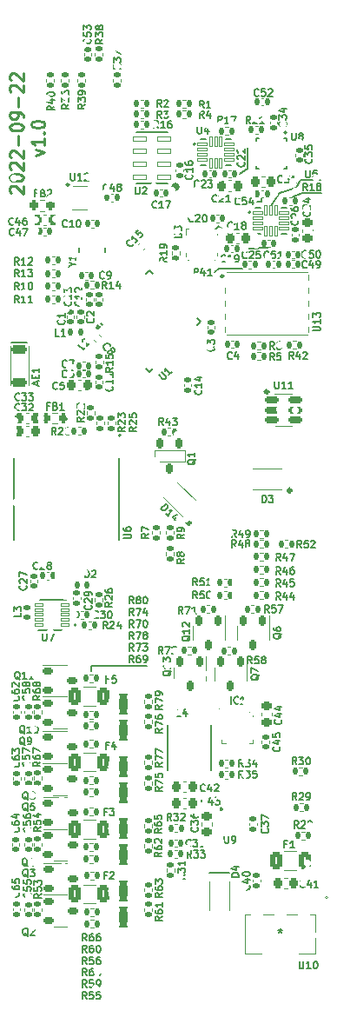
<source format=gbr>
%TF.GenerationSoftware,KiCad,Pcbnew,(6.0.1)*%
%TF.CreationDate,2022-09-22T22:29:04+02:00*%
%TF.ProjectId,kp-ptr,6b702d70-7472-42e6-9b69-6361645f7063,rev?*%
%TF.SameCoordinates,Original*%
%TF.FileFunction,Legend,Top*%
%TF.FilePolarity,Positive*%
%FSLAX46Y46*%
G04 Gerber Fmt 4.6, Leading zero omitted, Abs format (unit mm)*
G04 Created by KiCad (PCBNEW (6.0.1)) date 2022-09-22 22:29:04*
%MOMM*%
%LPD*%
G01*
G04 APERTURE LIST*
G04 Aperture macros list*
%AMRoundRect*
0 Rectangle with rounded corners*
0 $1 Rounding radius*
0 $2 $3 $4 $5 $6 $7 $8 $9 X,Y pos of 4 corners*
0 Add a 4 corners polygon primitive as box body*
4,1,4,$2,$3,$4,$5,$6,$7,$8,$9,$2,$3,0*
0 Add four circle primitives for the rounded corners*
1,1,$1+$1,$2,$3*
1,1,$1+$1,$4,$5*
1,1,$1+$1,$6,$7*
1,1,$1+$1,$8,$9*
0 Add four rect primitives between the rounded corners*
20,1,$1+$1,$2,$3,$4,$5,0*
20,1,$1+$1,$4,$5,$6,$7,0*
20,1,$1+$1,$6,$7,$8,$9,0*
20,1,$1+$1,$8,$9,$2,$3,0*%
%AMRotRect*
0 Rectangle, with rotation*
0 The origin of the aperture is its center*
0 $1 length*
0 $2 width*
0 $3 Rotation angle, in degrees counterclockwise*
0 Add horizontal line*
21,1,$1,$2,0,0,$3*%
G04 Aperture macros list end*
%ADD10C,0.150000*%
%ADD11C,0.250000*%
%ADD12C,0.140000*%
%ADD13C,0.120000*%
%ADD14C,0.100000*%
%ADD15C,0.127000*%
%ADD16C,0.343981*%
%ADD17C,0.200000*%
%ADD18C,0.300000*%
%ADD19C,0.400000*%
%ADD20C,2.850000*%
%ADD21RoundRect,0.200000X0.200000X0.275000X-0.200000X0.275000X-0.200000X-0.275000X0.200000X-0.275000X0*%
%ADD22RoundRect,0.147500X0.147500X0.172500X-0.147500X0.172500X-0.147500X-0.172500X0.147500X-0.172500X0*%
%ADD23RoundRect,0.135000X-0.135000X-0.185000X0.135000X-0.185000X0.135000X0.185000X-0.135000X0.185000X0*%
%ADD24RoundRect,0.135000X0.135000X0.185000X-0.135000X0.185000X-0.135000X-0.185000X0.135000X-0.185000X0*%
%ADD25RoundRect,0.135000X-0.185000X0.135000X-0.185000X-0.135000X0.185000X-0.135000X0.185000X0.135000X0*%
%ADD26RoundRect,0.175000X-0.325000X-0.175000X0.325000X-0.175000X0.325000X0.175000X-0.325000X0.175000X0*%
%ADD27RoundRect,0.140000X0.170000X-0.140000X0.170000X0.140000X-0.170000X0.140000X-0.170000X-0.140000X0*%
%ADD28RoundRect,0.135000X0.185000X-0.135000X0.185000X0.135000X-0.185000X0.135000X-0.185000X-0.135000X0*%
%ADD29RoundRect,0.225000X0.225000X0.250000X-0.225000X0.250000X-0.225000X-0.250000X0.225000X-0.250000X0*%
%ADD30R,0.800000X0.300000*%
%ADD31R,0.300000X0.800000*%
%ADD32R,1.750000X1.750000*%
%ADD33RoundRect,0.250000X0.375000X0.625000X-0.375000X0.625000X-0.375000X-0.625000X0.375000X-0.625000X0*%
%ADD34RoundRect,0.140000X0.140000X0.170000X-0.140000X0.170000X-0.140000X-0.170000X0.140000X-0.170000X0*%
%ADD35RoundRect,0.140000X-0.170000X0.140000X-0.170000X-0.140000X0.170000X-0.140000X0.170000X0.140000X0*%
%ADD36R,0.650000X0.400000*%
%ADD37R,1.150000X1.400000*%
%ADD38RoundRect,0.225000X-0.250000X0.225000X-0.250000X-0.225000X0.250000X-0.225000X0.250000X0.225000X0*%
%ADD39RoundRect,0.147500X-0.172500X0.147500X-0.172500X-0.147500X0.172500X-0.147500X0.172500X0.147500X0*%
%ADD40R,0.609600X0.304800*%
%ADD41R,1.092200X1.701800*%
%ADD42R,0.250000X0.728000*%
%ADD43R,0.728000X0.250000*%
%ADD44R,0.728000X0.252000*%
%ADD45R,0.728000X0.260000*%
%ADD46R,0.252000X0.728000*%
%ADD47RoundRect,0.250000X-0.375000X-0.625000X0.375000X-0.625000X0.375000X0.625000X-0.375000X0.625000X0*%
%ADD48RoundRect,0.140000X-0.140000X-0.170000X0.140000X-0.170000X0.140000X0.170000X-0.140000X0.170000X0*%
%ADD49RoundRect,0.008100X0.386900X0.126900X-0.386900X0.126900X-0.386900X-0.126900X0.386900X-0.126900X0*%
%ADD50R,1.240000X2.130000*%
%ADD51R,0.950000X0.450000*%
%ADD52R,3.450000X4.350000*%
%ADD53RoundRect,0.147500X-0.147500X-0.172500X0.147500X-0.172500X0.147500X0.172500X-0.147500X0.172500X0*%
%ADD54RoundRect,0.175000X-0.175000X0.325000X-0.175000X-0.325000X0.175000X-0.325000X0.175000X0.325000X0*%
%ADD55RoundRect,0.200000X-0.600000X0.200000X-0.600000X-0.200000X0.600000X-0.200000X0.600000X0.200000X0*%
%ADD56R,0.900000X1.200000*%
%ADD57RoundRect,0.140000X0.021213X-0.219203X0.219203X-0.021213X-0.021213X0.219203X-0.219203X0.021213X0*%
%ADD58RoundRect,0.006600X-0.208597X-0.354826X0.354826X0.208597X0.208597X0.354826X-0.354826X-0.208597X0*%
%ADD59RoundRect,0.022000X0.208597X-0.333047X0.333047X-0.208597X-0.208597X0.333047X-0.333047X0.208597X0*%
%ADD60RotRect,4.000000X4.000000X45.000000*%
%ADD61RoundRect,0.200000X-0.200000X-0.275000X0.200000X-0.275000X0.200000X0.275000X-0.200000X0.275000X0*%
%ADD62R,0.300000X0.855000*%
%ADD63R,0.855000X0.300000*%
%ADD64RoundRect,0.225000X0.250000X-0.225000X0.250000X0.225000X-0.250000X0.225000X-0.250000X-0.225000X0*%
%ADD65RoundRect,0.021200X0.633800X0.243800X-0.633800X0.243800X-0.633800X-0.243800X0.633800X-0.243800X0*%
%ADD66R,1.200000X0.900000*%
%ADD67O,0.800000X1.800000*%
%ADD68RoundRect,0.147500X0.017678X-0.226274X0.226274X-0.017678X-0.017678X0.226274X-0.226274X0.017678X0*%
%ADD69RoundRect,0.225000X-0.225000X-0.250000X0.225000X-0.250000X0.225000X0.250000X-0.225000X0.250000X0*%
%ADD70R,2.200000X1.900000*%
%ADD71RotRect,0.900000X1.200000X135.000000*%
%ADD72R,0.850800X1.761200*%
%ADD73R,3.150799X1.761200*%
%ADD74RoundRect,0.140000X0.219203X0.021213X0.021213X0.219203X-0.219203X-0.021213X-0.021213X-0.219203X0*%
%ADD75RoundRect,0.150000X-0.512500X-0.150000X0.512500X-0.150000X0.512500X0.150000X-0.512500X0.150000X0*%
%ADD76RoundRect,0.031500X-0.430000X-0.143500X0.430000X-0.143500X0.430000X0.143500X-0.430000X0.143500X0*%
%ADD77RoundRect,0.031500X0.143500X-0.428000X0.143500X0.428000X-0.143500X0.428000X-0.143500X-0.428000X0*%
%ADD78RoundRect,0.031500X0.430000X0.143500X-0.430000X0.143500X-0.430000X-0.143500X0.430000X-0.143500X0*%
%ADD79RoundRect,0.031500X-0.143500X0.428000X-0.143500X-0.428000X0.143500X-0.428000X0.143500X0.428000X0*%
%ADD80R,1.000000X1.000000*%
%ADD81O,1.000000X1.000000*%
%ADD82O,2.000000X2.500000*%
%ADD83O,2.000000X3.000000*%
%ADD84R,2.413000X4.572000*%
%ADD85C,0.700000*%
%ADD86O,3.200000X1.300000*%
%ADD87O,2.500000X1.300000*%
%ADD88RoundRect,1.050000X0.450000X0.000000X0.450000X0.000000X-0.450000X0.000000X-0.450000X0.000000X0*%
%ADD89R,1.500000X5.080000*%
%ADD90C,2.000000*%
%ADD91R,2.000000X2.000000*%
%ADD92R,3.302000X2.286000*%
%ADD93R,3.302000X2.447000*%
%ADD94C,5.500000*%
G04 APERTURE END LIST*
D10*
X165658800Y-50952400D02*
X166116000Y-50952400D01*
X169926000Y-48818800D02*
X169468800Y-49580800D01*
X154940000Y-96113600D02*
X149504400Y-96113600D01*
X164744400Y-47701200D02*
X163982400Y-48209200D01*
X171907200Y-50088800D02*
X170027600Y-50088800D01*
X149504400Y-96113600D02*
X149504400Y-96672400D01*
X166116000Y-50952400D02*
X166116000Y-50596800D01*
X167843200Y-50088800D02*
X167081200Y-51155600D01*
X164744400Y-45720000D02*
X164744400Y-47701200D01*
X165760400Y-55524400D02*
X165912800Y-55422800D01*
X171856400Y-48818800D02*
X169926000Y-48818800D01*
X161544000Y-57810400D02*
X161950400Y-57454800D01*
X164490400Y-55524400D02*
X165760400Y-55524400D01*
X165912800Y-55422800D02*
X166674800Y-55422800D01*
X170027600Y-50088800D02*
X169063641Y-50470800D01*
X169468800Y-49580800D02*
X167843200Y-50088800D01*
X164185600Y-57454800D02*
X161950400Y-57454800D01*
D11*
X141672204Y-50075371D02*
X141610300Y-50018228D01*
X141548395Y-49903942D01*
X141548395Y-49618228D01*
X141610300Y-49503942D01*
X141672204Y-49446800D01*
X141796014Y-49389657D01*
X141919823Y-49389657D01*
X142105538Y-49446800D01*
X142848395Y-50132514D01*
X142848395Y-49389657D01*
X141548395Y-48646800D02*
X141548395Y-48532514D01*
X141610300Y-48418228D01*
X141672204Y-48361085D01*
X141796014Y-48303942D01*
X142043633Y-48246800D01*
X142353157Y-48246800D01*
X142600776Y-48303942D01*
X142724585Y-48361085D01*
X142786490Y-48418228D01*
X142848395Y-48532514D01*
X142848395Y-48646800D01*
X142786490Y-48761085D01*
X142724585Y-48818228D01*
X142600776Y-48875371D01*
X142353157Y-48932514D01*
X142043633Y-48932514D01*
X141796014Y-48875371D01*
X141672204Y-48818228D01*
X141610300Y-48761085D01*
X141548395Y-48646800D01*
X141672204Y-47789657D02*
X141610300Y-47732514D01*
X141548395Y-47618228D01*
X141548395Y-47332514D01*
X141610300Y-47218228D01*
X141672204Y-47161085D01*
X141796014Y-47103942D01*
X141919823Y-47103942D01*
X142105538Y-47161085D01*
X142848395Y-47846800D01*
X142848395Y-47103942D01*
X141672204Y-46646800D02*
X141610300Y-46589657D01*
X141548395Y-46475371D01*
X141548395Y-46189657D01*
X141610300Y-46075371D01*
X141672204Y-46018228D01*
X141796014Y-45961085D01*
X141919823Y-45961085D01*
X142105538Y-46018228D01*
X142848395Y-46703942D01*
X142848395Y-45961085D01*
X142353157Y-45446800D02*
X142353157Y-44532514D01*
X141548395Y-43732514D02*
X141548395Y-43618228D01*
X141610300Y-43503942D01*
X141672204Y-43446800D01*
X141796014Y-43389657D01*
X142043633Y-43332514D01*
X142353157Y-43332514D01*
X142600776Y-43389657D01*
X142724585Y-43446800D01*
X142786490Y-43503942D01*
X142848395Y-43618228D01*
X142848395Y-43732514D01*
X142786490Y-43846800D01*
X142724585Y-43903942D01*
X142600776Y-43961085D01*
X142353157Y-44018228D01*
X142043633Y-44018228D01*
X141796014Y-43961085D01*
X141672204Y-43903942D01*
X141610300Y-43846800D01*
X141548395Y-43732514D01*
X142848395Y-42761085D02*
X142848395Y-42532514D01*
X142786490Y-42418228D01*
X142724585Y-42361085D01*
X142538871Y-42246800D01*
X142291252Y-42189657D01*
X141796014Y-42189657D01*
X141672204Y-42246800D01*
X141610300Y-42303942D01*
X141548395Y-42418228D01*
X141548395Y-42646800D01*
X141610300Y-42761085D01*
X141672204Y-42818228D01*
X141796014Y-42875371D01*
X142105538Y-42875371D01*
X142229347Y-42818228D01*
X142291252Y-42761085D01*
X142353157Y-42646800D01*
X142353157Y-42418228D01*
X142291252Y-42303942D01*
X142229347Y-42246800D01*
X142105538Y-42189657D01*
X142353157Y-41675371D02*
X142353157Y-40761085D01*
X141672204Y-40246800D02*
X141610300Y-40189657D01*
X141548395Y-40075371D01*
X141548395Y-39789657D01*
X141610300Y-39675371D01*
X141672204Y-39618228D01*
X141796014Y-39561085D01*
X141919823Y-39561085D01*
X142105538Y-39618228D01*
X142848395Y-40303942D01*
X142848395Y-39561085D01*
X141672204Y-39103942D02*
X141610300Y-39046800D01*
X141548395Y-38932514D01*
X141548395Y-38646800D01*
X141610300Y-38532514D01*
X141672204Y-38475371D01*
X141796014Y-38418228D01*
X141919823Y-38418228D01*
X142105538Y-38475371D01*
X142848395Y-39161085D01*
X142848395Y-38418228D01*
X144074728Y-46418228D02*
X144941395Y-46132514D01*
X144074728Y-45846800D01*
X144941395Y-44761085D02*
X144941395Y-45446800D01*
X144941395Y-45103942D02*
X143641395Y-45103942D01*
X143827109Y-45218228D01*
X143950919Y-45332514D01*
X144012823Y-45446800D01*
X144817585Y-44246800D02*
X144879490Y-44189657D01*
X144941395Y-44246800D01*
X144879490Y-44303942D01*
X144817585Y-44246800D01*
X144941395Y-44246800D01*
X143641395Y-43446800D02*
X143641395Y-43332514D01*
X143703300Y-43218228D01*
X143765204Y-43161085D01*
X143889014Y-43103942D01*
X144136633Y-43046800D01*
X144446157Y-43046800D01*
X144693776Y-43103942D01*
X144817585Y-43161085D01*
X144879490Y-43218228D01*
X144941395Y-43332514D01*
X144941395Y-43446800D01*
X144879490Y-43561085D01*
X144817585Y-43618228D01*
X144693776Y-43675371D01*
X144446157Y-43732514D01*
X144136633Y-43732514D01*
X143889014Y-43675371D01*
X143765204Y-43618228D01*
X143703300Y-43561085D01*
X143641395Y-43446800D01*
D10*
%TO.C,FB1*%
X145406666Y-70860000D02*
X145173333Y-70860000D01*
X145173333Y-71226666D02*
X145173333Y-70526666D01*
X145506666Y-70526666D01*
X146006666Y-70860000D02*
X146106666Y-70893333D01*
X146140000Y-70926666D01*
X146173333Y-70993333D01*
X146173333Y-71093333D01*
X146140000Y-71160000D01*
X146106666Y-71193333D01*
X146040000Y-71226666D01*
X145773333Y-71226666D01*
X145773333Y-70526666D01*
X146006666Y-70526666D01*
X146073333Y-70560000D01*
X146106666Y-70593333D01*
X146140000Y-70660000D01*
X146140000Y-70726666D01*
X146106666Y-70793333D01*
X146073333Y-70826666D01*
X146006666Y-70860000D01*
X145773333Y-70860000D01*
X146840000Y-71226666D02*
X146440000Y-71226666D01*
X146640000Y-71226666D02*
X146640000Y-70526666D01*
X146573333Y-70626666D01*
X146506666Y-70693333D01*
X146440000Y-70726666D01*
D12*
%TO.C,D2*%
X148886133Y-87540266D02*
X148886133Y-86840266D01*
X149052800Y-86840266D01*
X149152800Y-86873600D01*
X149219466Y-86940266D01*
X149252800Y-87006933D01*
X149286133Y-87140266D01*
X149286133Y-87240266D01*
X149252800Y-87373600D01*
X149219466Y-87440266D01*
X149152800Y-87506933D01*
X149052800Y-87540266D01*
X148886133Y-87540266D01*
X149552800Y-86906933D02*
X149586133Y-86873600D01*
X149652800Y-86840266D01*
X149819466Y-86840266D01*
X149886133Y-86873600D01*
X149919466Y-86906933D01*
X149952800Y-86973600D01*
X149952800Y-87040266D01*
X149919466Y-87140266D01*
X149519466Y-87540266D01*
X149952800Y-87540266D01*
%TO.C,R50*%
X159824000Y-89572266D02*
X159590666Y-89238933D01*
X159424000Y-89572266D02*
X159424000Y-88872266D01*
X159690666Y-88872266D01*
X159757333Y-88905600D01*
X159790666Y-88938933D01*
X159824000Y-89005600D01*
X159824000Y-89105600D01*
X159790666Y-89172266D01*
X159757333Y-89205600D01*
X159690666Y-89238933D01*
X159424000Y-89238933D01*
X160457333Y-88872266D02*
X160124000Y-88872266D01*
X160090666Y-89205600D01*
X160124000Y-89172266D01*
X160190666Y-89138933D01*
X160357333Y-89138933D01*
X160424000Y-89172266D01*
X160457333Y-89205600D01*
X160490666Y-89272266D01*
X160490666Y-89438933D01*
X160457333Y-89505600D01*
X160424000Y-89538933D01*
X160357333Y-89572266D01*
X160190666Y-89572266D01*
X160124000Y-89538933D01*
X160090666Y-89505600D01*
X160924000Y-88872266D02*
X160990666Y-88872266D01*
X161057333Y-88905600D01*
X161090666Y-88938933D01*
X161124000Y-89005600D01*
X161157333Y-89138933D01*
X161157333Y-89305600D01*
X161124000Y-89438933D01*
X161090666Y-89505600D01*
X161057333Y-89538933D01*
X160990666Y-89572266D01*
X160924000Y-89572266D01*
X160857333Y-89538933D01*
X160824000Y-89505600D01*
X160790666Y-89438933D01*
X160757333Y-89305600D01*
X160757333Y-89138933D01*
X160790666Y-89005600D01*
X160824000Y-88938933D01*
X160857333Y-88905600D01*
X160924000Y-88872266D01*
D10*
%TO.C,R49*%
X163634000Y-83628666D02*
X163400666Y-83295333D01*
X163234000Y-83628666D02*
X163234000Y-82928666D01*
X163500666Y-82928666D01*
X163567333Y-82962000D01*
X163600666Y-82995333D01*
X163634000Y-83062000D01*
X163634000Y-83162000D01*
X163600666Y-83228666D01*
X163567333Y-83262000D01*
X163500666Y-83295333D01*
X163234000Y-83295333D01*
X164234000Y-83162000D02*
X164234000Y-83628666D01*
X164067333Y-82895333D02*
X163900666Y-83395333D01*
X164334000Y-83395333D01*
X164634000Y-83628666D02*
X164767333Y-83628666D01*
X164834000Y-83595333D01*
X164867333Y-83562000D01*
X164934000Y-83462000D01*
X164967333Y-83328666D01*
X164967333Y-83062000D01*
X164934000Y-82995333D01*
X164900666Y-82962000D01*
X164834000Y-82928666D01*
X164700666Y-82928666D01*
X164634000Y-82962000D01*
X164600666Y-82995333D01*
X164567333Y-83062000D01*
X164567333Y-83228666D01*
X164600666Y-83295333D01*
X164634000Y-83328666D01*
X164700666Y-83362000D01*
X164834000Y-83362000D01*
X164900666Y-83328666D01*
X164934000Y-83295333D01*
X164967333Y-83228666D01*
%TO.C,R26*%
X151548266Y-89959600D02*
X151214933Y-90192933D01*
X151548266Y-90359600D02*
X150848266Y-90359600D01*
X150848266Y-90092933D01*
X150881600Y-90026266D01*
X150914933Y-89992933D01*
X150981600Y-89959600D01*
X151081600Y-89959600D01*
X151148266Y-89992933D01*
X151181600Y-90026266D01*
X151214933Y-90092933D01*
X151214933Y-90359600D01*
X150914933Y-89692933D02*
X150881600Y-89659600D01*
X150848266Y-89592933D01*
X150848266Y-89426266D01*
X150881600Y-89359600D01*
X150914933Y-89326266D01*
X150981600Y-89292933D01*
X151048266Y-89292933D01*
X151148266Y-89326266D01*
X151548266Y-89726266D01*
X151548266Y-89292933D01*
X150848266Y-88692933D02*
X150848266Y-88826266D01*
X150881600Y-88892933D01*
X150914933Y-88926266D01*
X151014933Y-88992933D01*
X151148266Y-89026266D01*
X151414933Y-89026266D01*
X151481600Y-88992933D01*
X151514933Y-88959600D01*
X151548266Y-88892933D01*
X151548266Y-88759600D01*
X151514933Y-88692933D01*
X151481600Y-88659600D01*
X151414933Y-88626266D01*
X151248266Y-88626266D01*
X151181600Y-88659600D01*
X151148266Y-88692933D01*
X151114933Y-88759600D01*
X151114933Y-88892933D01*
X151148266Y-88959600D01*
X151181600Y-88992933D01*
X151248266Y-89026266D01*
%TO.C,Q11*%
X142551200Y-97462133D02*
X142484533Y-97428800D01*
X142417866Y-97362133D01*
X142317866Y-97262133D01*
X142251200Y-97228800D01*
X142184533Y-97228800D01*
X142217866Y-97395466D02*
X142151200Y-97362133D01*
X142084533Y-97295466D01*
X142051200Y-97162133D01*
X142051200Y-96928800D01*
X142084533Y-96795466D01*
X142151200Y-96728800D01*
X142217866Y-96695466D01*
X142351200Y-96695466D01*
X142417866Y-96728800D01*
X142484533Y-96795466D01*
X142517866Y-96928800D01*
X142517866Y-97162133D01*
X142484533Y-97295466D01*
X142417866Y-97362133D01*
X142351200Y-97395466D01*
X142217866Y-97395466D01*
X143184533Y-97395466D02*
X142784533Y-97395466D01*
X142984533Y-97395466D02*
X142984533Y-96695466D01*
X142917866Y-96795466D01*
X142851200Y-96862133D01*
X142784533Y-96895466D01*
X143851200Y-97395466D02*
X143451200Y-97395466D01*
X143651200Y-97395466D02*
X143651200Y-96695466D01*
X143584533Y-96795466D01*
X143517866Y-96862133D01*
X143451200Y-96895466D01*
%TO.C,R78*%
X153626400Y-93524506D02*
X153393066Y-93191173D01*
X153226400Y-93524506D02*
X153226400Y-92824506D01*
X153493066Y-92824506D01*
X153559733Y-92857840D01*
X153593066Y-92891173D01*
X153626400Y-92957840D01*
X153626400Y-93057840D01*
X153593066Y-93124506D01*
X153559733Y-93157840D01*
X153493066Y-93191173D01*
X153226400Y-93191173D01*
X153859733Y-92824506D02*
X154326400Y-92824506D01*
X154026400Y-93524506D01*
X154693066Y-93124506D02*
X154626400Y-93091173D01*
X154593066Y-93057840D01*
X154559733Y-92991173D01*
X154559733Y-92957840D01*
X154593066Y-92891173D01*
X154626400Y-92857840D01*
X154693066Y-92824506D01*
X154826400Y-92824506D01*
X154893066Y-92857840D01*
X154926400Y-92891173D01*
X154959733Y-92957840D01*
X154959733Y-92991173D01*
X154926400Y-93057840D01*
X154893066Y-93091173D01*
X154826400Y-93124506D01*
X154693066Y-93124506D01*
X154626400Y-93157840D01*
X154593066Y-93191173D01*
X154559733Y-93257840D01*
X154559733Y-93391173D01*
X154593066Y-93457840D01*
X154626400Y-93491173D01*
X154693066Y-93524506D01*
X154826400Y-93524506D01*
X154893066Y-93491173D01*
X154926400Y-93457840D01*
X154959733Y-93391173D01*
X154959733Y-93257840D01*
X154926400Y-93191173D01*
X154893066Y-93157840D01*
X154826400Y-93124506D01*
%TO.C,R73*%
X153626400Y-94672586D02*
X153393066Y-94339253D01*
X153226400Y-94672586D02*
X153226400Y-93972586D01*
X153493066Y-93972586D01*
X153559733Y-94005920D01*
X153593066Y-94039253D01*
X153626400Y-94105920D01*
X153626400Y-94205920D01*
X153593066Y-94272586D01*
X153559733Y-94305920D01*
X153493066Y-94339253D01*
X153226400Y-94339253D01*
X153859733Y-93972586D02*
X154326400Y-93972586D01*
X154026400Y-94672586D01*
X154526400Y-93972586D02*
X154959733Y-93972586D01*
X154726400Y-94239253D01*
X154826400Y-94239253D01*
X154893066Y-94272586D01*
X154926400Y-94305920D01*
X154959733Y-94372586D01*
X154959733Y-94539253D01*
X154926400Y-94605920D01*
X154893066Y-94639253D01*
X154826400Y-94672586D01*
X154626400Y-94672586D01*
X154559733Y-94639253D01*
X154526400Y-94605920D01*
%TO.C,Q10*%
X143008400Y-102745333D02*
X142941733Y-102712000D01*
X142875066Y-102645333D01*
X142775066Y-102545333D01*
X142708400Y-102512000D01*
X142641733Y-102512000D01*
X142675066Y-102678666D02*
X142608400Y-102645333D01*
X142541733Y-102578666D01*
X142508400Y-102445333D01*
X142508400Y-102212000D01*
X142541733Y-102078666D01*
X142608400Y-102012000D01*
X142675066Y-101978666D01*
X142808400Y-101978666D01*
X142875066Y-102012000D01*
X142941733Y-102078666D01*
X142975066Y-102212000D01*
X142975066Y-102445333D01*
X142941733Y-102578666D01*
X142875066Y-102645333D01*
X142808400Y-102678666D01*
X142675066Y-102678666D01*
X143641733Y-102678666D02*
X143241733Y-102678666D01*
X143441733Y-102678666D02*
X143441733Y-101978666D01*
X143375066Y-102078666D01*
X143308400Y-102145333D01*
X143241733Y-102178666D01*
X144075066Y-101978666D02*
X144141733Y-101978666D01*
X144208400Y-102012000D01*
X144241733Y-102045333D01*
X144275066Y-102112000D01*
X144308400Y-102245333D01*
X144308400Y-102412000D01*
X144275066Y-102545333D01*
X144241733Y-102612000D01*
X144208400Y-102645333D01*
X144141733Y-102678666D01*
X144075066Y-102678666D01*
X144008400Y-102645333D01*
X143975066Y-102612000D01*
X143941733Y-102545333D01*
X143908400Y-102412000D01*
X143908400Y-102245333D01*
X143941733Y-102112000D01*
X143975066Y-102045333D01*
X144008400Y-102012000D01*
X144075066Y-101978666D01*
%TO.C,C63*%
X142439200Y-105555200D02*
X142472533Y-105588533D01*
X142505866Y-105688533D01*
X142505866Y-105755200D01*
X142472533Y-105855200D01*
X142405866Y-105921866D01*
X142339200Y-105955200D01*
X142205866Y-105988533D01*
X142105866Y-105988533D01*
X141972533Y-105955200D01*
X141905866Y-105921866D01*
X141839200Y-105855200D01*
X141805866Y-105755200D01*
X141805866Y-105688533D01*
X141839200Y-105588533D01*
X141872533Y-105555200D01*
X141805866Y-104955200D02*
X141805866Y-105088533D01*
X141839200Y-105155200D01*
X141872533Y-105188533D01*
X141972533Y-105255200D01*
X142105866Y-105288533D01*
X142372533Y-105288533D01*
X142439200Y-105255200D01*
X142472533Y-105221866D01*
X142505866Y-105155200D01*
X142505866Y-105021866D01*
X142472533Y-104955200D01*
X142439200Y-104921866D01*
X142372533Y-104888533D01*
X142205866Y-104888533D01*
X142139200Y-104921866D01*
X142105866Y-104955200D01*
X142072533Y-105021866D01*
X142072533Y-105155200D01*
X142105866Y-105221866D01*
X142139200Y-105255200D01*
X142205866Y-105288533D01*
X141805866Y-104655200D02*
X141805866Y-104221866D01*
X142072533Y-104455200D01*
X142072533Y-104355200D01*
X142105866Y-104288533D01*
X142139200Y-104255200D01*
X142205866Y-104221866D01*
X142372533Y-104221866D01*
X142439200Y-104255200D01*
X142472533Y-104288533D01*
X142505866Y-104355200D01*
X142505866Y-104555200D01*
X142472533Y-104621866D01*
X142439200Y-104655200D01*
%TO.C,R43*%
X156522000Y-72706666D02*
X156288666Y-72373333D01*
X156122000Y-72706666D02*
X156122000Y-72006666D01*
X156388666Y-72006666D01*
X156455333Y-72040000D01*
X156488666Y-72073333D01*
X156522000Y-72140000D01*
X156522000Y-72240000D01*
X156488666Y-72306666D01*
X156455333Y-72340000D01*
X156388666Y-72373333D01*
X156122000Y-72373333D01*
X157122000Y-72240000D02*
X157122000Y-72706666D01*
X156955333Y-71973333D02*
X156788666Y-72473333D01*
X157222000Y-72473333D01*
X157422000Y-72006666D02*
X157855333Y-72006666D01*
X157622000Y-72273333D01*
X157722000Y-72273333D01*
X157788666Y-72306666D01*
X157822000Y-72340000D01*
X157855333Y-72406666D01*
X157855333Y-72573333D01*
X157822000Y-72640000D01*
X157788666Y-72673333D01*
X157722000Y-72706666D01*
X157522000Y-72706666D01*
X157455333Y-72673333D01*
X157422000Y-72640000D01*
%TO.C,R76*%
X156425066Y-102253200D02*
X156091733Y-102486533D01*
X156425066Y-102653200D02*
X155725066Y-102653200D01*
X155725066Y-102386533D01*
X155758400Y-102319866D01*
X155791733Y-102286533D01*
X155858400Y-102253200D01*
X155958400Y-102253200D01*
X156025066Y-102286533D01*
X156058400Y-102319866D01*
X156091733Y-102386533D01*
X156091733Y-102653200D01*
X155725066Y-102019866D02*
X155725066Y-101553200D01*
X156425066Y-101853200D01*
X155725066Y-100986533D02*
X155725066Y-101119866D01*
X155758400Y-101186533D01*
X155791733Y-101219866D01*
X155891733Y-101286533D01*
X156025066Y-101319866D01*
X156291733Y-101319866D01*
X156358400Y-101286533D01*
X156391733Y-101253200D01*
X156425066Y-101186533D01*
X156425066Y-101053200D01*
X156391733Y-100986533D01*
X156358400Y-100953200D01*
X156291733Y-100919866D01*
X156125066Y-100919866D01*
X156058400Y-100953200D01*
X156025066Y-100986533D01*
X155991733Y-101053200D01*
X155991733Y-101186533D01*
X156025066Y-101253200D01*
X156058400Y-101286533D01*
X156125066Y-101319866D01*
%TO.C,R48*%
X163602200Y-84593866D02*
X163368866Y-84260533D01*
X163202200Y-84593866D02*
X163202200Y-83893866D01*
X163468866Y-83893866D01*
X163535533Y-83927200D01*
X163568866Y-83960533D01*
X163602200Y-84027200D01*
X163602200Y-84127200D01*
X163568866Y-84193866D01*
X163535533Y-84227200D01*
X163468866Y-84260533D01*
X163202200Y-84260533D01*
X164202200Y-84127200D02*
X164202200Y-84593866D01*
X164035533Y-83860533D02*
X163868866Y-84360533D01*
X164302200Y-84360533D01*
X164668866Y-84193866D02*
X164602200Y-84160533D01*
X164568866Y-84127200D01*
X164535533Y-84060533D01*
X164535533Y-84027200D01*
X164568866Y-83960533D01*
X164602200Y-83927200D01*
X164668866Y-83893866D01*
X164802200Y-83893866D01*
X164868866Y-83927200D01*
X164902200Y-83960533D01*
X164935533Y-84027200D01*
X164935533Y-84060533D01*
X164902200Y-84127200D01*
X164868866Y-84160533D01*
X164802200Y-84193866D01*
X164668866Y-84193866D01*
X164602200Y-84227200D01*
X164568866Y-84260533D01*
X164535533Y-84327200D01*
X164535533Y-84460533D01*
X164568866Y-84527200D01*
X164602200Y-84560533D01*
X164668866Y-84593866D01*
X164802200Y-84593866D01*
X164868866Y-84560533D01*
X164902200Y-84527200D01*
X164935533Y-84460533D01*
X164935533Y-84327200D01*
X164902200Y-84260533D01*
X164868866Y-84227200D01*
X164802200Y-84193866D01*
%TO.C,R46*%
X167952000Y-87220800D02*
X167718666Y-86887467D01*
X167552000Y-87220800D02*
X167552000Y-86520800D01*
X167818666Y-86520800D01*
X167885333Y-86554134D01*
X167918666Y-86587467D01*
X167952000Y-86654134D01*
X167952000Y-86754134D01*
X167918666Y-86820800D01*
X167885333Y-86854134D01*
X167818666Y-86887467D01*
X167552000Y-86887467D01*
X168552000Y-86754134D02*
X168552000Y-87220800D01*
X168385333Y-86487467D02*
X168218666Y-86987467D01*
X168652000Y-86987467D01*
X169218666Y-86520800D02*
X169085333Y-86520800D01*
X169018666Y-86554134D01*
X168985333Y-86587467D01*
X168918666Y-86687467D01*
X168885333Y-86820800D01*
X168885333Y-87087467D01*
X168918666Y-87154134D01*
X168952000Y-87187467D01*
X169018666Y-87220800D01*
X169152000Y-87220800D01*
X169218666Y-87187467D01*
X169252000Y-87154134D01*
X169285333Y-87087467D01*
X169285333Y-86920800D01*
X169252000Y-86854134D01*
X169218666Y-86820800D01*
X169152000Y-86787467D01*
X169018666Y-86787467D01*
X168952000Y-86820800D01*
X168918666Y-86854134D01*
X168885333Y-86920800D01*
%TO.C,R19*%
X156880666Y-56380800D02*
X156547333Y-56614133D01*
X156880666Y-56780800D02*
X156180666Y-56780800D01*
X156180666Y-56514133D01*
X156214000Y-56447466D01*
X156247333Y-56414133D01*
X156314000Y-56380800D01*
X156414000Y-56380800D01*
X156480666Y-56414133D01*
X156514000Y-56447466D01*
X156547333Y-56514133D01*
X156547333Y-56780800D01*
X156880666Y-55714133D02*
X156880666Y-56114133D01*
X156880666Y-55914133D02*
X156180666Y-55914133D01*
X156280666Y-55980800D01*
X156347333Y-56047466D01*
X156380666Y-56114133D01*
X156880666Y-55380800D02*
X156880666Y-55247466D01*
X156847333Y-55180800D01*
X156814000Y-55147466D01*
X156714000Y-55080800D01*
X156580666Y-55047466D01*
X156314000Y-55047466D01*
X156247333Y-55080800D01*
X156214000Y-55114133D01*
X156180666Y-55180800D01*
X156180666Y-55314133D01*
X156214000Y-55380800D01*
X156247333Y-55414133D01*
X156314000Y-55447466D01*
X156480666Y-55447466D01*
X156547333Y-55414133D01*
X156580666Y-55380800D01*
X156614000Y-55314133D01*
X156614000Y-55180800D01*
X156580666Y-55114133D01*
X156547333Y-55080800D01*
X156480666Y-55047466D01*
%TO.C,C5*%
X146187333Y-69134800D02*
X146154000Y-69168133D01*
X146054000Y-69201466D01*
X145987333Y-69201466D01*
X145887333Y-69168133D01*
X145820666Y-69101466D01*
X145787333Y-69034800D01*
X145754000Y-68901466D01*
X145754000Y-68801466D01*
X145787333Y-68668133D01*
X145820666Y-68601466D01*
X145887333Y-68534800D01*
X145987333Y-68501466D01*
X146054000Y-68501466D01*
X146154000Y-68534800D01*
X146187333Y-68568133D01*
X146820666Y-68501466D02*
X146487333Y-68501466D01*
X146454000Y-68834800D01*
X146487333Y-68801466D01*
X146554000Y-68768133D01*
X146720666Y-68768133D01*
X146787333Y-68801466D01*
X146820666Y-68834800D01*
X146854000Y-68901466D01*
X146854000Y-69068133D01*
X146820666Y-69134800D01*
X146787333Y-69168133D01*
X146720666Y-69201466D01*
X146554000Y-69201466D01*
X146487333Y-69168133D01*
X146454000Y-69134800D01*
%TO.C,IC1*%
X163095866Y-99833866D02*
X163095866Y-99133866D01*
X163829200Y-99767200D02*
X163795866Y-99800533D01*
X163695866Y-99833866D01*
X163629200Y-99833866D01*
X163529200Y-99800533D01*
X163462533Y-99733866D01*
X163429200Y-99667200D01*
X163395866Y-99533866D01*
X163395866Y-99433866D01*
X163429200Y-99300533D01*
X163462533Y-99233866D01*
X163529200Y-99167200D01*
X163629200Y-99133866D01*
X163695866Y-99133866D01*
X163795866Y-99167200D01*
X163829200Y-99200533D01*
X164495866Y-99833866D02*
X164095866Y-99833866D01*
X164295866Y-99833866D02*
X164295866Y-99133866D01*
X164229200Y-99233866D01*
X164162533Y-99300533D01*
X164095866Y-99333866D01*
%TO.C,R54*%
X144588666Y-111847459D02*
X144255333Y-112080792D01*
X144588666Y-112247459D02*
X143888666Y-112247459D01*
X143888666Y-111980792D01*
X143922000Y-111914125D01*
X143955333Y-111880792D01*
X144022000Y-111847459D01*
X144122000Y-111847459D01*
X144188666Y-111880792D01*
X144222000Y-111914125D01*
X144255333Y-111980792D01*
X144255333Y-112247459D01*
X143888666Y-111214125D02*
X143888666Y-111547459D01*
X144222000Y-111580792D01*
X144188666Y-111547459D01*
X144155333Y-111480792D01*
X144155333Y-111314125D01*
X144188666Y-111247459D01*
X144222000Y-111214125D01*
X144288666Y-111180792D01*
X144455333Y-111180792D01*
X144522000Y-111214125D01*
X144555333Y-111247459D01*
X144588666Y-111314125D01*
X144588666Y-111480792D01*
X144555333Y-111547459D01*
X144522000Y-111580792D01*
X144122000Y-110580792D02*
X144588666Y-110580792D01*
X143855333Y-110747459D02*
X144355333Y-110914125D01*
X144355333Y-110480792D01*
%TO.C,F1*%
X168561443Y-113513266D02*
X168328110Y-113513266D01*
X168328110Y-113879932D02*
X168328110Y-113179932D01*
X168661443Y-113179932D01*
X169294777Y-113879932D02*
X168894777Y-113879932D01*
X169094777Y-113879932D02*
X169094777Y-113179932D01*
X169028110Y-113279932D01*
X168961443Y-113346599D01*
X168894777Y-113379932D01*
%TO.C,C33*%
X142500000Y-70220000D02*
X142466666Y-70253333D01*
X142366666Y-70286666D01*
X142300000Y-70286666D01*
X142200000Y-70253333D01*
X142133333Y-70186666D01*
X142100000Y-70120000D01*
X142066666Y-69986666D01*
X142066666Y-69886666D01*
X142100000Y-69753333D01*
X142133333Y-69686666D01*
X142200000Y-69620000D01*
X142300000Y-69586666D01*
X142366666Y-69586666D01*
X142466666Y-69620000D01*
X142500000Y-69653333D01*
X142733333Y-69586666D02*
X143166666Y-69586666D01*
X142933333Y-69853333D01*
X143033333Y-69853333D01*
X143100000Y-69886666D01*
X143133333Y-69920000D01*
X143166666Y-69986666D01*
X143166666Y-70153333D01*
X143133333Y-70220000D01*
X143100000Y-70253333D01*
X143033333Y-70286666D01*
X142833333Y-70286666D01*
X142766666Y-70253333D01*
X142733333Y-70220000D01*
X143400000Y-69586666D02*
X143833333Y-69586666D01*
X143600000Y-69853333D01*
X143700000Y-69853333D01*
X143766666Y-69886666D01*
X143800000Y-69920000D01*
X143833333Y-69986666D01*
X143833333Y-70153333D01*
X143800000Y-70220000D01*
X143766666Y-70253333D01*
X143700000Y-70286666D01*
X143500000Y-70286666D01*
X143433333Y-70253333D01*
X143400000Y-70220000D01*
%TO.C,R47*%
X167952000Y-85910734D02*
X167718666Y-85577401D01*
X167552000Y-85910734D02*
X167552000Y-85210734D01*
X167818666Y-85210734D01*
X167885333Y-85244068D01*
X167918666Y-85277401D01*
X167952000Y-85344068D01*
X167952000Y-85444068D01*
X167918666Y-85510734D01*
X167885333Y-85544068D01*
X167818666Y-85577401D01*
X167552000Y-85577401D01*
X168552000Y-85444068D02*
X168552000Y-85910734D01*
X168385333Y-85177401D02*
X168218666Y-85677401D01*
X168652000Y-85677401D01*
X168852000Y-85210734D02*
X169318666Y-85210734D01*
X169018666Y-85910734D01*
%TO.C,R14*%
X150984800Y-59397066D02*
X150751466Y-59063733D01*
X150584800Y-59397066D02*
X150584800Y-58697066D01*
X150851466Y-58697066D01*
X150918133Y-58730400D01*
X150951466Y-58763733D01*
X150984800Y-58830400D01*
X150984800Y-58930400D01*
X150951466Y-58997066D01*
X150918133Y-59030400D01*
X150851466Y-59063733D01*
X150584800Y-59063733D01*
X151651466Y-59397066D02*
X151251466Y-59397066D01*
X151451466Y-59397066D02*
X151451466Y-58697066D01*
X151384800Y-58797066D01*
X151318133Y-58863733D01*
X151251466Y-58897066D01*
X152251466Y-58930400D02*
X152251466Y-59397066D01*
X152084800Y-58663733D02*
X151918133Y-59163733D01*
X152351466Y-59163733D01*
%TO.C,C7*%
X147101733Y-67001200D02*
X147068400Y-67034533D01*
X146968400Y-67067866D01*
X146901733Y-67067866D01*
X146801733Y-67034533D01*
X146735066Y-66967866D01*
X146701733Y-66901200D01*
X146668400Y-66767866D01*
X146668400Y-66667866D01*
X146701733Y-66534533D01*
X146735066Y-66467866D01*
X146801733Y-66401200D01*
X146901733Y-66367866D01*
X146968400Y-66367866D01*
X147068400Y-66401200D01*
X147101733Y-66434533D01*
X147335066Y-66367866D02*
X147801733Y-66367866D01*
X147501733Y-67067866D01*
%TO.C,C52*%
X165818400Y-40585200D02*
X165785066Y-40618533D01*
X165685066Y-40651866D01*
X165618400Y-40651866D01*
X165518400Y-40618533D01*
X165451733Y-40551866D01*
X165418400Y-40485200D01*
X165385066Y-40351866D01*
X165385066Y-40251866D01*
X165418400Y-40118533D01*
X165451733Y-40051866D01*
X165518400Y-39985200D01*
X165618400Y-39951866D01*
X165685066Y-39951866D01*
X165785066Y-39985200D01*
X165818400Y-40018533D01*
X166451733Y-39951866D02*
X166118400Y-39951866D01*
X166085066Y-40285200D01*
X166118400Y-40251866D01*
X166185066Y-40218533D01*
X166351733Y-40218533D01*
X166418400Y-40251866D01*
X166451733Y-40285200D01*
X166485066Y-40351866D01*
X166485066Y-40518533D01*
X166451733Y-40585200D01*
X166418400Y-40618533D01*
X166351733Y-40651866D01*
X166185066Y-40651866D01*
X166118400Y-40618533D01*
X166085066Y-40585200D01*
X166751733Y-40018533D02*
X166785066Y-39985200D01*
X166851733Y-39951866D01*
X167018400Y-39951866D01*
X167085066Y-39985200D01*
X167118400Y-40018533D01*
X167151733Y-40085200D01*
X167151733Y-40151866D01*
X167118400Y-40251866D01*
X166718400Y-40651866D01*
X167151733Y-40651866D01*
%TO.C,C53*%
X149398800Y-35095600D02*
X149432133Y-35128933D01*
X149465466Y-35228933D01*
X149465466Y-35295600D01*
X149432133Y-35395600D01*
X149365466Y-35462266D01*
X149298800Y-35495600D01*
X149165466Y-35528933D01*
X149065466Y-35528933D01*
X148932133Y-35495600D01*
X148865466Y-35462266D01*
X148798800Y-35395600D01*
X148765466Y-35295600D01*
X148765466Y-35228933D01*
X148798800Y-35128933D01*
X148832133Y-35095600D01*
X148765466Y-34462266D02*
X148765466Y-34795600D01*
X149098800Y-34828933D01*
X149065466Y-34795600D01*
X149032133Y-34728933D01*
X149032133Y-34562266D01*
X149065466Y-34495600D01*
X149098800Y-34462266D01*
X149165466Y-34428933D01*
X149332133Y-34428933D01*
X149398800Y-34462266D01*
X149432133Y-34495600D01*
X149465466Y-34562266D01*
X149465466Y-34728933D01*
X149432133Y-34795600D01*
X149398800Y-34828933D01*
X148765466Y-34195600D02*
X148765466Y-33762266D01*
X149032133Y-33995600D01*
X149032133Y-33895600D01*
X149065466Y-33828933D01*
X149098800Y-33795600D01*
X149165466Y-33762266D01*
X149332133Y-33762266D01*
X149398800Y-33795600D01*
X149432133Y-33828933D01*
X149465466Y-33895600D01*
X149465466Y-34095600D01*
X149432133Y-34162266D01*
X149398800Y-34195600D01*
%TO.C,R7*%
X155104266Y-83276266D02*
X154770933Y-83509600D01*
X155104266Y-83676266D02*
X154404266Y-83676266D01*
X154404266Y-83409600D01*
X154437600Y-83342933D01*
X154470933Y-83309600D01*
X154537600Y-83276266D01*
X154637600Y-83276266D01*
X154704266Y-83309600D01*
X154737600Y-83342933D01*
X154770933Y-83409600D01*
X154770933Y-83676266D01*
X154404266Y-83042933D02*
X154404266Y-82576266D01*
X155104266Y-82876266D01*
%TO.C,U12*%
X147485333Y-48162666D02*
X147485333Y-48729333D01*
X147518666Y-48796000D01*
X147552000Y-48829333D01*
X147618666Y-48862666D01*
X147752000Y-48862666D01*
X147818666Y-48829333D01*
X147852000Y-48796000D01*
X147885333Y-48729333D01*
X147885333Y-48162666D01*
X148585333Y-48862666D02*
X148185333Y-48862666D01*
X148385333Y-48862666D02*
X148385333Y-48162666D01*
X148318666Y-48262666D01*
X148252000Y-48329333D01*
X148185333Y-48362666D01*
X148852000Y-48229333D02*
X148885333Y-48196000D01*
X148952000Y-48162666D01*
X149118666Y-48162666D01*
X149185333Y-48196000D01*
X149218666Y-48229333D01*
X149252000Y-48296000D01*
X149252000Y-48362666D01*
X149218666Y-48462666D01*
X148818666Y-48862666D01*
X149252000Y-48862666D01*
%TO.C,R4*%
X160462133Y-42785466D02*
X160228800Y-42452133D01*
X160062133Y-42785466D02*
X160062133Y-42085466D01*
X160328800Y-42085466D01*
X160395466Y-42118800D01*
X160428800Y-42152133D01*
X160462133Y-42218800D01*
X160462133Y-42318800D01*
X160428800Y-42385466D01*
X160395466Y-42418800D01*
X160328800Y-42452133D01*
X160062133Y-42452133D01*
X161062133Y-42318800D02*
X161062133Y-42785466D01*
X160895466Y-42052133D02*
X160728800Y-42552133D01*
X161162133Y-42552133D01*
%TO.C,R20*%
X146060000Y-73626666D02*
X145826666Y-73293333D01*
X145660000Y-73626666D02*
X145660000Y-72926666D01*
X145926666Y-72926666D01*
X145993333Y-72960000D01*
X146026666Y-72993333D01*
X146060000Y-73060000D01*
X146060000Y-73160000D01*
X146026666Y-73226666D01*
X145993333Y-73260000D01*
X145926666Y-73293333D01*
X145660000Y-73293333D01*
X146326666Y-72993333D02*
X146360000Y-72960000D01*
X146426666Y-72926666D01*
X146593333Y-72926666D01*
X146660000Y-72960000D01*
X146693333Y-72993333D01*
X146726666Y-73060000D01*
X146726666Y-73126666D01*
X146693333Y-73226666D01*
X146293333Y-73626666D01*
X146726666Y-73626666D01*
X147160000Y-72926666D02*
X147226666Y-72926666D01*
X147293333Y-72960000D01*
X147326666Y-72993333D01*
X147360000Y-73060000D01*
X147393333Y-73193333D01*
X147393333Y-73360000D01*
X147360000Y-73493333D01*
X147326666Y-73560000D01*
X147293333Y-73593333D01*
X147226666Y-73626666D01*
X147160000Y-73626666D01*
X147093333Y-73593333D01*
X147060000Y-73560000D01*
X147026666Y-73493333D01*
X146993333Y-73360000D01*
X146993333Y-73193333D01*
X147026666Y-73060000D01*
X147060000Y-72993333D01*
X147093333Y-72960000D01*
X147160000Y-72926666D01*
%TO.C,R59*%
X149054400Y-127448746D02*
X148821066Y-127115413D01*
X148654400Y-127448746D02*
X148654400Y-126748746D01*
X148921066Y-126748746D01*
X148987733Y-126782080D01*
X149021066Y-126815413D01*
X149054400Y-126882080D01*
X149054400Y-126982080D01*
X149021066Y-127048746D01*
X148987733Y-127082080D01*
X148921066Y-127115413D01*
X148654400Y-127115413D01*
X149687733Y-126748746D02*
X149354400Y-126748746D01*
X149321066Y-127082080D01*
X149354400Y-127048746D01*
X149421066Y-127015413D01*
X149587733Y-127015413D01*
X149654400Y-127048746D01*
X149687733Y-127082080D01*
X149721066Y-127148746D01*
X149721066Y-127315413D01*
X149687733Y-127382080D01*
X149654400Y-127415413D01*
X149587733Y-127448746D01*
X149421066Y-127448746D01*
X149354400Y-127415413D01*
X149321066Y-127382080D01*
X150054400Y-127448746D02*
X150187733Y-127448746D01*
X150254400Y-127415413D01*
X150287733Y-127382080D01*
X150354400Y-127282080D01*
X150387733Y-127148746D01*
X150387733Y-126882080D01*
X150354400Y-126815413D01*
X150321066Y-126782080D01*
X150254400Y-126748746D01*
X150121066Y-126748746D01*
X150054400Y-126782080D01*
X150021066Y-126815413D01*
X149987733Y-126882080D01*
X149987733Y-127048746D01*
X150021066Y-127115413D01*
X150054400Y-127148746D01*
X150121066Y-127182080D01*
X150254400Y-127182080D01*
X150321066Y-127148746D01*
X150354400Y-127115413D01*
X150387733Y-127048746D01*
%TO.C,R29*%
X169508079Y-109205765D02*
X169274745Y-108872432D01*
X169108079Y-109205765D02*
X169108079Y-108505765D01*
X169374745Y-108505765D01*
X169441412Y-108539099D01*
X169474745Y-108572432D01*
X169508079Y-108639099D01*
X169508079Y-108739099D01*
X169474745Y-108805765D01*
X169441412Y-108839099D01*
X169374745Y-108872432D01*
X169108079Y-108872432D01*
X169774745Y-108572432D02*
X169808079Y-108539099D01*
X169874745Y-108505765D01*
X170041412Y-108505765D01*
X170108079Y-108539099D01*
X170141412Y-108572432D01*
X170174745Y-108639099D01*
X170174745Y-108705765D01*
X170141412Y-108805765D01*
X169741412Y-109205765D01*
X170174745Y-109205765D01*
X170508079Y-109205765D02*
X170641412Y-109205765D01*
X170708079Y-109172432D01*
X170741412Y-109139099D01*
X170808079Y-109039099D01*
X170841412Y-108905765D01*
X170841412Y-108639099D01*
X170808079Y-108572432D01*
X170774745Y-108539099D01*
X170708079Y-108505765D01*
X170574745Y-108505765D01*
X170508079Y-108539099D01*
X170474745Y-108572432D01*
X170441412Y-108639099D01*
X170441412Y-108805765D01*
X170474745Y-108872432D01*
X170508079Y-108905765D01*
X170574745Y-108939099D01*
X170708079Y-108939099D01*
X170774745Y-108905765D01*
X170808079Y-108872432D01*
X170841412Y-108805765D01*
%TO.C,C37*%
X166687800Y-111999650D02*
X166721133Y-112032983D01*
X166754466Y-112132983D01*
X166754466Y-112199650D01*
X166721133Y-112299650D01*
X166654466Y-112366316D01*
X166587800Y-112399650D01*
X166454466Y-112432983D01*
X166354466Y-112432983D01*
X166221133Y-112399650D01*
X166154466Y-112366316D01*
X166087800Y-112299650D01*
X166054466Y-112199650D01*
X166054466Y-112132983D01*
X166087800Y-112032983D01*
X166121133Y-111999650D01*
X166054466Y-111766316D02*
X166054466Y-111332983D01*
X166321133Y-111566316D01*
X166321133Y-111466316D01*
X166354466Y-111399650D01*
X166387800Y-111366316D01*
X166454466Y-111332983D01*
X166621133Y-111332983D01*
X166687800Y-111366316D01*
X166721133Y-111399650D01*
X166754466Y-111466316D01*
X166754466Y-111666316D01*
X166721133Y-111732983D01*
X166687800Y-111766316D01*
X166054466Y-111099650D02*
X166054466Y-110632983D01*
X166754466Y-110932983D01*
%TO.C,R77*%
X156425066Y-105555200D02*
X156091733Y-105788533D01*
X156425066Y-105955200D02*
X155725066Y-105955200D01*
X155725066Y-105688533D01*
X155758400Y-105621866D01*
X155791733Y-105588533D01*
X155858400Y-105555200D01*
X155958400Y-105555200D01*
X156025066Y-105588533D01*
X156058400Y-105621866D01*
X156091733Y-105688533D01*
X156091733Y-105955200D01*
X155725066Y-105321866D02*
X155725066Y-104855200D01*
X156425066Y-105155200D01*
X155725066Y-104655200D02*
X155725066Y-104188533D01*
X156425066Y-104488533D01*
%TO.C,R45*%
X167952000Y-88403866D02*
X167718666Y-88070533D01*
X167552000Y-88403866D02*
X167552000Y-87703866D01*
X167818666Y-87703866D01*
X167885333Y-87737200D01*
X167918666Y-87770533D01*
X167952000Y-87837200D01*
X167952000Y-87937200D01*
X167918666Y-88003866D01*
X167885333Y-88037200D01*
X167818666Y-88070533D01*
X167552000Y-88070533D01*
X168552000Y-87937200D02*
X168552000Y-88403866D01*
X168385333Y-87670533D02*
X168218666Y-88170533D01*
X168652000Y-88170533D01*
X169252000Y-87703866D02*
X168918666Y-87703866D01*
X168885333Y-88037200D01*
X168918666Y-88003866D01*
X168985333Y-87970533D01*
X169152000Y-87970533D01*
X169218666Y-88003866D01*
X169252000Y-88037200D01*
X169285333Y-88103866D01*
X169285333Y-88270533D01*
X169252000Y-88337200D01*
X169218666Y-88370533D01*
X169152000Y-88403866D01*
X168985333Y-88403866D01*
X168918666Y-88370533D01*
X168885333Y-88337200D01*
%TO.C,R65*%
X156371819Y-112006309D02*
X156038486Y-112239642D01*
X156371819Y-112406309D02*
X155671819Y-112406309D01*
X155671819Y-112139642D01*
X155705153Y-112072975D01*
X155738486Y-112039642D01*
X155805153Y-112006309D01*
X155905153Y-112006309D01*
X155971819Y-112039642D01*
X156005153Y-112072975D01*
X156038486Y-112139642D01*
X156038486Y-112406309D01*
X155671819Y-111406309D02*
X155671819Y-111539642D01*
X155705153Y-111606309D01*
X155738486Y-111639642D01*
X155838486Y-111706309D01*
X155971819Y-111739642D01*
X156238486Y-111739642D01*
X156305153Y-111706309D01*
X156338486Y-111672975D01*
X156371819Y-111606309D01*
X156371819Y-111472975D01*
X156338486Y-111406309D01*
X156305153Y-111372975D01*
X156238486Y-111339642D01*
X156071819Y-111339642D01*
X156005153Y-111372975D01*
X155971819Y-111406309D01*
X155938486Y-111472975D01*
X155938486Y-111606309D01*
X155971819Y-111672975D01*
X156005153Y-111706309D01*
X156071819Y-111739642D01*
X155671819Y-110706309D02*
X155671819Y-111039642D01*
X156005153Y-111072975D01*
X155971819Y-111039642D01*
X155938486Y-110972975D01*
X155938486Y-110806309D01*
X155971819Y-110739642D01*
X156005153Y-110706309D01*
X156071819Y-110672975D01*
X156238486Y-110672975D01*
X156305153Y-110706309D01*
X156338486Y-110739642D01*
X156371819Y-110806309D01*
X156371819Y-110972975D01*
X156338486Y-111039642D01*
X156305153Y-111072975D01*
%TO.C,Y1*%
X147645133Y-57040333D02*
X147978466Y-57040333D01*
X147278466Y-57273666D02*
X147645133Y-57040333D01*
X147278466Y-56807000D01*
X147978466Y-56207000D02*
X147978466Y-56607000D01*
X147978466Y-56407000D02*
X147278466Y-56407000D01*
X147378466Y-56473666D01*
X147445133Y-56540333D01*
X147478466Y-56607000D01*
%TO.C,R30*%
X169497599Y-105747300D02*
X169264265Y-105413967D01*
X169097599Y-105747300D02*
X169097599Y-105047300D01*
X169364265Y-105047300D01*
X169430932Y-105080634D01*
X169464265Y-105113967D01*
X169497599Y-105180634D01*
X169497599Y-105280634D01*
X169464265Y-105347300D01*
X169430932Y-105380634D01*
X169364265Y-105413967D01*
X169097599Y-105413967D01*
X169730932Y-105047300D02*
X170164265Y-105047300D01*
X169930932Y-105313967D01*
X170030932Y-105313967D01*
X170097599Y-105347300D01*
X170130932Y-105380634D01*
X170164265Y-105447300D01*
X170164265Y-105613967D01*
X170130932Y-105680634D01*
X170097599Y-105713967D01*
X170030932Y-105747300D01*
X169830932Y-105747300D01*
X169764265Y-105713967D01*
X169730932Y-105680634D01*
X170597599Y-105047300D02*
X170664265Y-105047300D01*
X170730932Y-105080634D01*
X170764265Y-105113967D01*
X170797599Y-105180634D01*
X170830932Y-105313967D01*
X170830932Y-105480634D01*
X170797599Y-105613967D01*
X170764265Y-105680634D01*
X170730932Y-105713967D01*
X170664265Y-105747300D01*
X170597599Y-105747300D01*
X170530932Y-105713967D01*
X170497599Y-105680634D01*
X170464265Y-105613967D01*
X170430932Y-105480634D01*
X170430932Y-105313967D01*
X170464265Y-105180634D01*
X170497599Y-105113967D01*
X170530932Y-105080634D01*
X170597599Y-105047300D01*
%TO.C,C24*%
X170785600Y-51910400D02*
X170818933Y-51943733D01*
X170852266Y-52043733D01*
X170852266Y-52110400D01*
X170818933Y-52210400D01*
X170752266Y-52277066D01*
X170685600Y-52310400D01*
X170552266Y-52343733D01*
X170452266Y-52343733D01*
X170318933Y-52310400D01*
X170252266Y-52277066D01*
X170185600Y-52210400D01*
X170152266Y-52110400D01*
X170152266Y-52043733D01*
X170185600Y-51943733D01*
X170218933Y-51910400D01*
X170218933Y-51643733D02*
X170185600Y-51610400D01*
X170152266Y-51543733D01*
X170152266Y-51377066D01*
X170185600Y-51310400D01*
X170218933Y-51277066D01*
X170285600Y-51243733D01*
X170352266Y-51243733D01*
X170452266Y-51277066D01*
X170852266Y-51677066D01*
X170852266Y-51243733D01*
X170385600Y-50643733D02*
X170852266Y-50643733D01*
X170118933Y-50810400D02*
X170618933Y-50977066D01*
X170618933Y-50543733D01*
%TO.C,C64*%
X142388400Y-111905200D02*
X142421733Y-111938533D01*
X142455066Y-112038533D01*
X142455066Y-112105200D01*
X142421733Y-112205200D01*
X142355066Y-112271866D01*
X142288400Y-112305200D01*
X142155066Y-112338533D01*
X142055066Y-112338533D01*
X141921733Y-112305200D01*
X141855066Y-112271866D01*
X141788400Y-112205200D01*
X141755066Y-112105200D01*
X141755066Y-112038533D01*
X141788400Y-111938533D01*
X141821733Y-111905200D01*
X141755066Y-111305200D02*
X141755066Y-111438533D01*
X141788400Y-111505200D01*
X141821733Y-111538533D01*
X141921733Y-111605200D01*
X142055066Y-111638533D01*
X142321733Y-111638533D01*
X142388400Y-111605200D01*
X142421733Y-111571866D01*
X142455066Y-111505200D01*
X142455066Y-111371866D01*
X142421733Y-111305200D01*
X142388400Y-111271866D01*
X142321733Y-111238533D01*
X142155066Y-111238533D01*
X142088400Y-111271866D01*
X142055066Y-111305200D01*
X142021733Y-111371866D01*
X142021733Y-111505200D01*
X142055066Y-111571866D01*
X142088400Y-111605200D01*
X142155066Y-111638533D01*
X141988400Y-110638533D02*
X142455066Y-110638533D01*
X141721733Y-110805200D02*
X142221733Y-110971866D01*
X142221733Y-110538533D01*
%TO.C,L3*%
X142658266Y-90997866D02*
X142658266Y-91331200D01*
X141958266Y-91331200D01*
X141958266Y-90831200D02*
X141958266Y-90397866D01*
X142224933Y-90631200D01*
X142224933Y-90531200D01*
X142258266Y-90464533D01*
X142291600Y-90431200D01*
X142358266Y-90397866D01*
X142524933Y-90397866D01*
X142591600Y-90431200D01*
X142624933Y-90464533D01*
X142658266Y-90531200D01*
X142658266Y-90731200D01*
X142624933Y-90797866D01*
X142591600Y-90831200D01*
%TO.C,U9*%
X162487266Y-112702316D02*
X162487266Y-113268983D01*
X162520600Y-113335650D01*
X162553933Y-113368983D01*
X162620600Y-113402316D01*
X162753933Y-113402316D01*
X162820600Y-113368983D01*
X162853933Y-113335650D01*
X162887266Y-113268983D01*
X162887266Y-112702316D01*
X163253933Y-113402316D02*
X163387266Y-113402316D01*
X163453933Y-113368983D01*
X163487266Y-113335650D01*
X163553933Y-113235650D01*
X163587266Y-113102316D01*
X163587266Y-112835650D01*
X163553933Y-112768983D01*
X163520600Y-112735650D01*
X163453933Y-112702316D01*
X163320600Y-112702316D01*
X163253933Y-112735650D01*
X163220600Y-112768983D01*
X163187266Y-112835650D01*
X163187266Y-113002316D01*
X163220600Y-113068983D01*
X163253933Y-113102316D01*
X163320600Y-113135650D01*
X163453933Y-113135650D01*
X163520600Y-113102316D01*
X163553933Y-113068983D01*
X163587266Y-113002316D01*
%TO.C,C29*%
X149475000Y-90239000D02*
X149508333Y-90272333D01*
X149541666Y-90372333D01*
X149541666Y-90439000D01*
X149508333Y-90539000D01*
X149441666Y-90605666D01*
X149375000Y-90639000D01*
X149241666Y-90672333D01*
X149141666Y-90672333D01*
X149008333Y-90639000D01*
X148941666Y-90605666D01*
X148875000Y-90539000D01*
X148841666Y-90439000D01*
X148841666Y-90372333D01*
X148875000Y-90272333D01*
X148908333Y-90239000D01*
X148908333Y-89972333D02*
X148875000Y-89939000D01*
X148841666Y-89872333D01*
X148841666Y-89705666D01*
X148875000Y-89639000D01*
X148908333Y-89605666D01*
X148975000Y-89572333D01*
X149041666Y-89572333D01*
X149141666Y-89605666D01*
X149541666Y-90005666D01*
X149541666Y-89572333D01*
X149541666Y-89239000D02*
X149541666Y-89105666D01*
X149508333Y-89039000D01*
X149475000Y-89005666D01*
X149375000Y-88939000D01*
X149241666Y-88905666D01*
X148975000Y-88905666D01*
X148908333Y-88939000D01*
X148875000Y-88972333D01*
X148841666Y-89039000D01*
X148841666Y-89172333D01*
X148875000Y-89239000D01*
X148908333Y-89272333D01*
X148975000Y-89305666D01*
X149141666Y-89305666D01*
X149208333Y-89272333D01*
X149241666Y-89239000D01*
X149275000Y-89172333D01*
X149275000Y-89039000D01*
X149241666Y-88972333D01*
X149208333Y-88939000D01*
X149141666Y-88905666D01*
%TO.C,R67*%
X144537866Y-105504400D02*
X144204533Y-105737733D01*
X144537866Y-105904400D02*
X143837866Y-105904400D01*
X143837866Y-105637733D01*
X143871200Y-105571066D01*
X143904533Y-105537733D01*
X143971200Y-105504400D01*
X144071200Y-105504400D01*
X144137866Y-105537733D01*
X144171200Y-105571066D01*
X144204533Y-105637733D01*
X144204533Y-105904400D01*
X143837866Y-104904400D02*
X143837866Y-105037733D01*
X143871200Y-105104400D01*
X143904533Y-105137733D01*
X144004533Y-105204400D01*
X144137866Y-105237733D01*
X144404533Y-105237733D01*
X144471200Y-105204400D01*
X144504533Y-105171066D01*
X144537866Y-105104400D01*
X144537866Y-104971066D01*
X144504533Y-104904400D01*
X144471200Y-104871066D01*
X144404533Y-104837733D01*
X144237866Y-104837733D01*
X144171200Y-104871066D01*
X144137866Y-104904400D01*
X144104533Y-104971066D01*
X144104533Y-105104400D01*
X144137866Y-105171066D01*
X144171200Y-105204400D01*
X144237866Y-105237733D01*
X143837866Y-104604400D02*
X143837866Y-104137733D01*
X144537866Y-104437733D01*
%TO.C,R35*%
X164294400Y-107047466D02*
X164061066Y-106714133D01*
X163894400Y-107047466D02*
X163894400Y-106347466D01*
X164161066Y-106347466D01*
X164227733Y-106380800D01*
X164261066Y-106414133D01*
X164294400Y-106480800D01*
X164294400Y-106580800D01*
X164261066Y-106647466D01*
X164227733Y-106680800D01*
X164161066Y-106714133D01*
X163894400Y-106714133D01*
X164527733Y-106347466D02*
X164961066Y-106347466D01*
X164727733Y-106614133D01*
X164827733Y-106614133D01*
X164894400Y-106647466D01*
X164927733Y-106680800D01*
X164961066Y-106747466D01*
X164961066Y-106914133D01*
X164927733Y-106980800D01*
X164894400Y-107014133D01*
X164827733Y-107047466D01*
X164627733Y-107047466D01*
X164561066Y-107014133D01*
X164527733Y-106980800D01*
X165594400Y-106347466D02*
X165261066Y-106347466D01*
X165227733Y-106680800D01*
X165261066Y-106647466D01*
X165327733Y-106614133D01*
X165494400Y-106614133D01*
X165561066Y-106647466D01*
X165594400Y-106680800D01*
X165627733Y-106747466D01*
X165627733Y-106914133D01*
X165594400Y-106980800D01*
X165561066Y-107014133D01*
X165494400Y-107047466D01*
X165327733Y-107047466D01*
X165261066Y-107014133D01*
X165227733Y-106980800D01*
%TO.C,C34*%
X168448800Y-43172800D02*
X168482133Y-43206133D01*
X168515466Y-43306133D01*
X168515466Y-43372800D01*
X168482133Y-43472800D01*
X168415466Y-43539466D01*
X168348800Y-43572800D01*
X168215466Y-43606133D01*
X168115466Y-43606133D01*
X167982133Y-43572800D01*
X167915466Y-43539466D01*
X167848800Y-43472800D01*
X167815466Y-43372800D01*
X167815466Y-43306133D01*
X167848800Y-43206133D01*
X167882133Y-43172800D01*
X167815466Y-42939466D02*
X167815466Y-42506133D01*
X168082133Y-42739466D01*
X168082133Y-42639466D01*
X168115466Y-42572800D01*
X168148800Y-42539466D01*
X168215466Y-42506133D01*
X168382133Y-42506133D01*
X168448800Y-42539466D01*
X168482133Y-42572800D01*
X168515466Y-42639466D01*
X168515466Y-42839466D01*
X168482133Y-42906133D01*
X168448800Y-42939466D01*
X168048800Y-41906133D02*
X168515466Y-41906133D01*
X167782133Y-42072800D02*
X168282133Y-42239466D01*
X168282133Y-41806133D01*
%TO.C,U3*%
X157604666Y-54432133D02*
X158171333Y-54432133D01*
X158238000Y-54398800D01*
X158271333Y-54365466D01*
X158304666Y-54298800D01*
X158304666Y-54165466D01*
X158271333Y-54098800D01*
X158238000Y-54065466D01*
X158171333Y-54032133D01*
X157604666Y-54032133D01*
X157604666Y-53765466D02*
X157604666Y-53332133D01*
X157871333Y-53565466D01*
X157871333Y-53465466D01*
X157904666Y-53398800D01*
X157938000Y-53365466D01*
X158004666Y-53332133D01*
X158171333Y-53332133D01*
X158238000Y-53365466D01*
X158271333Y-53398800D01*
X158304666Y-53465466D01*
X158304666Y-53665466D01*
X158271333Y-53732133D01*
X158238000Y-53765466D01*
%TO.C,C32*%
X142501200Y-71217600D02*
X142467866Y-71250933D01*
X142367866Y-71284266D01*
X142301200Y-71284266D01*
X142201200Y-71250933D01*
X142134533Y-71184266D01*
X142101200Y-71117600D01*
X142067866Y-70984266D01*
X142067866Y-70884266D01*
X142101200Y-70750933D01*
X142134533Y-70684266D01*
X142201200Y-70617600D01*
X142301200Y-70584266D01*
X142367866Y-70584266D01*
X142467866Y-70617600D01*
X142501200Y-70650933D01*
X142734533Y-70584266D02*
X143167866Y-70584266D01*
X142934533Y-70850933D01*
X143034533Y-70850933D01*
X143101200Y-70884266D01*
X143134533Y-70917600D01*
X143167866Y-70984266D01*
X143167866Y-71150933D01*
X143134533Y-71217600D01*
X143101200Y-71250933D01*
X143034533Y-71284266D01*
X142834533Y-71284266D01*
X142767866Y-71250933D01*
X142734533Y-71217600D01*
X143434533Y-70650933D02*
X143467866Y-70617600D01*
X143534533Y-70584266D01*
X143701200Y-70584266D01*
X143767866Y-70617600D01*
X143801200Y-70650933D01*
X143834533Y-70717600D01*
X143834533Y-70784266D01*
X143801200Y-70884266D01*
X143401200Y-71284266D01*
X143834533Y-71284266D01*
%TO.C,R3*%
X156347333Y-42785466D02*
X156114000Y-42452133D01*
X155947333Y-42785466D02*
X155947333Y-42085466D01*
X156214000Y-42085466D01*
X156280666Y-42118800D01*
X156314000Y-42152133D01*
X156347333Y-42218800D01*
X156347333Y-42318800D01*
X156314000Y-42385466D01*
X156280666Y-42418800D01*
X156214000Y-42452133D01*
X155947333Y-42452133D01*
X156580666Y-42085466D02*
X157014000Y-42085466D01*
X156780666Y-42352133D01*
X156880666Y-42352133D01*
X156947333Y-42385466D01*
X156980666Y-42418800D01*
X157014000Y-42485466D01*
X157014000Y-42652133D01*
X156980666Y-42718800D01*
X156947333Y-42752133D01*
X156880666Y-42785466D01*
X156680666Y-42785466D01*
X156614000Y-42752133D01*
X156580666Y-42718800D01*
%TO.C,Q4*%
X143290933Y-115648533D02*
X143224266Y-115615200D01*
X143157600Y-115548533D01*
X143057600Y-115448533D01*
X142990933Y-115415200D01*
X142924266Y-115415200D01*
X142957600Y-115581866D02*
X142890933Y-115548533D01*
X142824266Y-115481866D01*
X142790933Y-115348533D01*
X142790933Y-115115200D01*
X142824266Y-114981866D01*
X142890933Y-114915200D01*
X142957600Y-114881866D01*
X143090933Y-114881866D01*
X143157600Y-114915200D01*
X143224266Y-114981866D01*
X143257600Y-115115200D01*
X143257600Y-115348533D01*
X143224266Y-115481866D01*
X143157600Y-115548533D01*
X143090933Y-115581866D01*
X142957600Y-115581866D01*
X143857600Y-115115200D02*
X143857600Y-115581866D01*
X143690933Y-114848533D02*
X143524266Y-115348533D01*
X143957600Y-115348533D01*
%TO.C,C31*%
X168104400Y-49018000D02*
X168071066Y-49051333D01*
X167971066Y-49084666D01*
X167904400Y-49084666D01*
X167804400Y-49051333D01*
X167737733Y-48984666D01*
X167704400Y-48918000D01*
X167671066Y-48784666D01*
X167671066Y-48684666D01*
X167704400Y-48551333D01*
X167737733Y-48484666D01*
X167804400Y-48418000D01*
X167904400Y-48384666D01*
X167971066Y-48384666D01*
X168071066Y-48418000D01*
X168104400Y-48451333D01*
X168337733Y-48384666D02*
X168771066Y-48384666D01*
X168537733Y-48651333D01*
X168637733Y-48651333D01*
X168704400Y-48684666D01*
X168737733Y-48718000D01*
X168771066Y-48784666D01*
X168771066Y-48951333D01*
X168737733Y-49018000D01*
X168704400Y-49051333D01*
X168637733Y-49084666D01*
X168437733Y-49084666D01*
X168371066Y-49051333D01*
X168337733Y-49018000D01*
X169437733Y-49084666D02*
X169037733Y-49084666D01*
X169237733Y-49084666D02*
X169237733Y-48384666D01*
X169171066Y-48484666D01*
X169104400Y-48551333D01*
X169037733Y-48584666D01*
%TO.C,R13*%
X142425000Y-58228666D02*
X142191666Y-57895333D01*
X142025000Y-58228666D02*
X142025000Y-57528666D01*
X142291666Y-57528666D01*
X142358333Y-57562000D01*
X142391666Y-57595333D01*
X142425000Y-57662000D01*
X142425000Y-57762000D01*
X142391666Y-57828666D01*
X142358333Y-57862000D01*
X142291666Y-57895333D01*
X142025000Y-57895333D01*
X143091666Y-58228666D02*
X142691666Y-58228666D01*
X142891666Y-58228666D02*
X142891666Y-57528666D01*
X142825000Y-57628666D01*
X142758333Y-57695333D01*
X142691666Y-57728666D01*
X143325000Y-57528666D02*
X143758333Y-57528666D01*
X143525000Y-57795333D01*
X143625000Y-57795333D01*
X143691666Y-57828666D01*
X143725000Y-57862000D01*
X143758333Y-57928666D01*
X143758333Y-58095333D01*
X143725000Y-58162000D01*
X143691666Y-58195333D01*
X143625000Y-58228666D01*
X143425000Y-58228666D01*
X143358333Y-58195333D01*
X143325000Y-58162000D01*
%TO.C,F2*%
X150998266Y-116536000D02*
X150764933Y-116536000D01*
X150764933Y-116902666D02*
X150764933Y-116202666D01*
X151098266Y-116202666D01*
X151331600Y-116269333D02*
X151364933Y-116236000D01*
X151431600Y-116202666D01*
X151598266Y-116202666D01*
X151664933Y-116236000D01*
X151698266Y-116269333D01*
X151731600Y-116336000D01*
X151731600Y-116402666D01*
X151698266Y-116502666D01*
X151298266Y-116902666D01*
X151731600Y-116902666D01*
%TO.C,R79*%
X156425066Y-99967200D02*
X156091733Y-100200533D01*
X156425066Y-100367200D02*
X155725066Y-100367200D01*
X155725066Y-100100533D01*
X155758400Y-100033866D01*
X155791733Y-100000533D01*
X155858400Y-99967200D01*
X155958400Y-99967200D01*
X156025066Y-100000533D01*
X156058400Y-100033866D01*
X156091733Y-100100533D01*
X156091733Y-100367200D01*
X155725066Y-99733866D02*
X155725066Y-99267200D01*
X156425066Y-99567200D01*
X156425066Y-98967200D02*
X156425066Y-98833866D01*
X156391733Y-98767200D01*
X156358400Y-98733866D01*
X156258400Y-98667200D01*
X156125066Y-98633866D01*
X155858400Y-98633866D01*
X155791733Y-98667200D01*
X155758400Y-98700533D01*
X155725066Y-98767200D01*
X155725066Y-98900533D01*
X155758400Y-98967200D01*
X155791733Y-99000533D01*
X155858400Y-99033866D01*
X156025066Y-99033866D01*
X156091733Y-99000533D01*
X156125066Y-98967200D01*
X156158400Y-98900533D01*
X156158400Y-98767200D01*
X156125066Y-98700533D01*
X156091733Y-98667200D01*
X156025066Y-98633866D01*
%TO.C,C9*%
X150759333Y-58365200D02*
X150726000Y-58398533D01*
X150626000Y-58431866D01*
X150559333Y-58431866D01*
X150459333Y-58398533D01*
X150392666Y-58331866D01*
X150359333Y-58265200D01*
X150326000Y-58131866D01*
X150326000Y-58031866D01*
X150359333Y-57898533D01*
X150392666Y-57831866D01*
X150459333Y-57765200D01*
X150559333Y-57731866D01*
X150626000Y-57731866D01*
X150726000Y-57765200D01*
X150759333Y-57798533D01*
X151092666Y-58431866D02*
X151226000Y-58431866D01*
X151292666Y-58398533D01*
X151326000Y-58365200D01*
X151392666Y-58265200D01*
X151426000Y-58131866D01*
X151426000Y-57865200D01*
X151392666Y-57798533D01*
X151359333Y-57765200D01*
X151292666Y-57731866D01*
X151159333Y-57731866D01*
X151092666Y-57765200D01*
X151059333Y-57798533D01*
X151026000Y-57865200D01*
X151026000Y-58031866D01*
X151059333Y-58098533D01*
X151092666Y-58131866D01*
X151159333Y-58165200D01*
X151292666Y-58165200D01*
X151359333Y-58131866D01*
X151392666Y-58098533D01*
X151426000Y-58031866D01*
%TO.C,C14*%
X160219200Y-69284000D02*
X160252533Y-69317333D01*
X160285866Y-69417333D01*
X160285866Y-69484000D01*
X160252533Y-69584000D01*
X160185866Y-69650666D01*
X160119200Y-69684000D01*
X159985866Y-69717333D01*
X159885866Y-69717333D01*
X159752533Y-69684000D01*
X159685866Y-69650666D01*
X159619200Y-69584000D01*
X159585866Y-69484000D01*
X159585866Y-69417333D01*
X159619200Y-69317333D01*
X159652533Y-69284000D01*
X160285866Y-68617333D02*
X160285866Y-69017333D01*
X160285866Y-68817333D02*
X159585866Y-68817333D01*
X159685866Y-68884000D01*
X159752533Y-68950666D01*
X159785866Y-69017333D01*
X159819200Y-68017333D02*
X160285866Y-68017333D01*
X159552533Y-68184000D02*
X160052533Y-68350666D01*
X160052533Y-67917333D01*
%TO.C,C56*%
X143531400Y-111899989D02*
X143564733Y-111933322D01*
X143598066Y-112033322D01*
X143598066Y-112099989D01*
X143564733Y-112199989D01*
X143498066Y-112266655D01*
X143431400Y-112299989D01*
X143298066Y-112333322D01*
X143198066Y-112333322D01*
X143064733Y-112299989D01*
X142998066Y-112266655D01*
X142931400Y-112199989D01*
X142898066Y-112099989D01*
X142898066Y-112033322D01*
X142931400Y-111933322D01*
X142964733Y-111899989D01*
X142898066Y-111266655D02*
X142898066Y-111599989D01*
X143231400Y-111633322D01*
X143198066Y-111599989D01*
X143164733Y-111533322D01*
X143164733Y-111366655D01*
X143198066Y-111299989D01*
X143231400Y-111266655D01*
X143298066Y-111233322D01*
X143464733Y-111233322D01*
X143531400Y-111266655D01*
X143564733Y-111299989D01*
X143598066Y-111366655D01*
X143598066Y-111533322D01*
X143564733Y-111599989D01*
X143531400Y-111633322D01*
X142898066Y-110633322D02*
X142898066Y-110766655D01*
X142931400Y-110833322D01*
X142964733Y-110866655D01*
X143064733Y-110933322D01*
X143198066Y-110966655D01*
X143464733Y-110966655D01*
X143531400Y-110933322D01*
X143564733Y-110899989D01*
X143598066Y-110833322D01*
X143598066Y-110699989D01*
X143564733Y-110633322D01*
X143531400Y-110599989D01*
X143464733Y-110566655D01*
X143298066Y-110566655D01*
X143231400Y-110599989D01*
X143198066Y-110633322D01*
X143164733Y-110699989D01*
X143164733Y-110833322D01*
X143198066Y-110899989D01*
X143231400Y-110933322D01*
X143298066Y-110966655D01*
%TO.C,C17*%
X155861600Y-51498800D02*
X155828266Y-51532133D01*
X155728266Y-51565466D01*
X155661600Y-51565466D01*
X155561600Y-51532133D01*
X155494933Y-51465466D01*
X155461600Y-51398800D01*
X155428266Y-51265466D01*
X155428266Y-51165466D01*
X155461600Y-51032133D01*
X155494933Y-50965466D01*
X155561600Y-50898800D01*
X155661600Y-50865466D01*
X155728266Y-50865466D01*
X155828266Y-50898800D01*
X155861600Y-50932133D01*
X156528266Y-51565466D02*
X156128266Y-51565466D01*
X156328266Y-51565466D02*
X156328266Y-50865466D01*
X156261600Y-50965466D01*
X156194933Y-51032133D01*
X156128266Y-51065466D01*
X156761600Y-50865466D02*
X157228266Y-50865466D01*
X156928266Y-51565466D01*
%TO.C,R64*%
X149054400Y-126320986D02*
X148821066Y-125987653D01*
X148654400Y-126320986D02*
X148654400Y-125620986D01*
X148921066Y-125620986D01*
X148987733Y-125654320D01*
X149021066Y-125687653D01*
X149054400Y-125754320D01*
X149054400Y-125854320D01*
X149021066Y-125920986D01*
X148987733Y-125954320D01*
X148921066Y-125987653D01*
X148654400Y-125987653D01*
X149654400Y-125620986D02*
X149521066Y-125620986D01*
X149454400Y-125654320D01*
X149421066Y-125687653D01*
X149354400Y-125787653D01*
X149321066Y-125920986D01*
X149321066Y-126187653D01*
X149354400Y-126254320D01*
X149387733Y-126287653D01*
X149454400Y-126320986D01*
X149587733Y-126320986D01*
X149654400Y-126287653D01*
X149687733Y-126254320D01*
X149721066Y-126187653D01*
X149721066Y-126020986D01*
X149687733Y-125954320D01*
X149654400Y-125920986D01*
X149587733Y-125887653D01*
X149454400Y-125887653D01*
X149387733Y-125920986D01*
X149354400Y-125954320D01*
X149321066Y-126020986D01*
X150321066Y-125854320D02*
X150321066Y-126320986D01*
X150154400Y-125587653D02*
X149987733Y-126087653D01*
X150421066Y-126087653D01*
%TO.C,U7*%
X144754666Y-92987066D02*
X144754666Y-93553733D01*
X144788000Y-93620400D01*
X144821333Y-93653733D01*
X144888000Y-93687066D01*
X145021333Y-93687066D01*
X145088000Y-93653733D01*
X145121333Y-93620400D01*
X145154666Y-93553733D01*
X145154666Y-92987066D01*
X145421333Y-92987066D02*
X145888000Y-92987066D01*
X145588000Y-93687066D01*
%TO.C,C47*%
X141942400Y-54148800D02*
X141909066Y-54182133D01*
X141809066Y-54215466D01*
X141742400Y-54215466D01*
X141642400Y-54182133D01*
X141575733Y-54115466D01*
X141542400Y-54048800D01*
X141509066Y-53915466D01*
X141509066Y-53815466D01*
X141542400Y-53682133D01*
X141575733Y-53615466D01*
X141642400Y-53548800D01*
X141742400Y-53515466D01*
X141809066Y-53515466D01*
X141909066Y-53548800D01*
X141942400Y-53582133D01*
X142542400Y-53748800D02*
X142542400Y-54215466D01*
X142375733Y-53482133D02*
X142209066Y-53982133D01*
X142642400Y-53982133D01*
X142842400Y-53515466D02*
X143309066Y-53515466D01*
X143009066Y-54215466D01*
%TO.C,R10*%
X142425000Y-59498666D02*
X142191666Y-59165333D01*
X142025000Y-59498666D02*
X142025000Y-58798666D01*
X142291666Y-58798666D01*
X142358333Y-58832000D01*
X142391666Y-58865333D01*
X142425000Y-58932000D01*
X142425000Y-59032000D01*
X142391666Y-59098666D01*
X142358333Y-59132000D01*
X142291666Y-59165333D01*
X142025000Y-59165333D01*
X143091666Y-59498666D02*
X142691666Y-59498666D01*
X142891666Y-59498666D02*
X142891666Y-58798666D01*
X142825000Y-58898666D01*
X142758333Y-58965333D01*
X142691666Y-58998666D01*
X143525000Y-58798666D02*
X143591666Y-58798666D01*
X143658333Y-58832000D01*
X143691666Y-58865333D01*
X143725000Y-58932000D01*
X143758333Y-59065333D01*
X143758333Y-59232000D01*
X143725000Y-59365333D01*
X143691666Y-59432000D01*
X143658333Y-59465333D01*
X143591666Y-59498666D01*
X143525000Y-59498666D01*
X143458333Y-59465333D01*
X143425000Y-59432000D01*
X143391666Y-59365333D01*
X143358333Y-59232000D01*
X143358333Y-59065333D01*
X143391666Y-58932000D01*
X143425000Y-58865333D01*
X143458333Y-58832000D01*
X143525000Y-58798666D01*
%TO.C,C11*%
X151532400Y-68928400D02*
X151565733Y-68961733D01*
X151599066Y-69061733D01*
X151599066Y-69128400D01*
X151565733Y-69228400D01*
X151499066Y-69295066D01*
X151432400Y-69328400D01*
X151299066Y-69361733D01*
X151199066Y-69361733D01*
X151065733Y-69328400D01*
X150999066Y-69295066D01*
X150932400Y-69228400D01*
X150899066Y-69128400D01*
X150899066Y-69061733D01*
X150932400Y-68961733D01*
X150965733Y-68928400D01*
X151599066Y-68261733D02*
X151599066Y-68661733D01*
X151599066Y-68461733D02*
X150899066Y-68461733D01*
X150999066Y-68528400D01*
X151065733Y-68595066D01*
X151099066Y-68661733D01*
X151599066Y-67595066D02*
X151599066Y-67995066D01*
X151599066Y-67795066D02*
X150899066Y-67795066D01*
X150999066Y-67861733D01*
X151065733Y-67928400D01*
X151099066Y-67995066D01*
%TO.C,R69*%
X153626400Y-95820666D02*
X153393066Y-95487333D01*
X153226400Y-95820666D02*
X153226400Y-95120666D01*
X153493066Y-95120666D01*
X153559733Y-95154000D01*
X153593066Y-95187333D01*
X153626400Y-95254000D01*
X153626400Y-95354000D01*
X153593066Y-95420666D01*
X153559733Y-95454000D01*
X153493066Y-95487333D01*
X153226400Y-95487333D01*
X154226400Y-95120666D02*
X154093066Y-95120666D01*
X154026400Y-95154000D01*
X153993066Y-95187333D01*
X153926400Y-95287333D01*
X153893066Y-95420666D01*
X153893066Y-95687333D01*
X153926400Y-95754000D01*
X153959733Y-95787333D01*
X154026400Y-95820666D01*
X154159733Y-95820666D01*
X154226400Y-95787333D01*
X154259733Y-95754000D01*
X154293066Y-95687333D01*
X154293066Y-95520666D01*
X154259733Y-95454000D01*
X154226400Y-95420666D01*
X154159733Y-95387333D01*
X154026400Y-95387333D01*
X153959733Y-95420666D01*
X153926400Y-95454000D01*
X153893066Y-95520666D01*
X154626400Y-95820666D02*
X154759733Y-95820666D01*
X154826400Y-95787333D01*
X154859733Y-95754000D01*
X154926400Y-95654000D01*
X154959733Y-95520666D01*
X154959733Y-95254000D01*
X154926400Y-95187333D01*
X154893066Y-95154000D01*
X154826400Y-95120666D01*
X154693066Y-95120666D01*
X154626400Y-95154000D01*
X154593066Y-95187333D01*
X154559733Y-95254000D01*
X154559733Y-95420666D01*
X154593066Y-95487333D01*
X154626400Y-95520666D01*
X154693066Y-95554000D01*
X154826400Y-95554000D01*
X154893066Y-95520666D01*
X154926400Y-95487333D01*
X154959733Y-95420666D01*
%TO.C,U13*%
X171117466Y-63503066D02*
X171684133Y-63503066D01*
X171750800Y-63469733D01*
X171784133Y-63436400D01*
X171817466Y-63369733D01*
X171817466Y-63236400D01*
X171784133Y-63169733D01*
X171750800Y-63136400D01*
X171684133Y-63103066D01*
X171117466Y-63103066D01*
X171817466Y-62403066D02*
X171817466Y-62803066D01*
X171817466Y-62603066D02*
X171117466Y-62603066D01*
X171217466Y-62669733D01*
X171284133Y-62736400D01*
X171317466Y-62803066D01*
X171117466Y-62169733D02*
X171117466Y-61736400D01*
X171384133Y-61969733D01*
X171384133Y-61869733D01*
X171417466Y-61803066D01*
X171450800Y-61769733D01*
X171517466Y-61736400D01*
X171684133Y-61736400D01*
X171750800Y-61769733D01*
X171784133Y-61803066D01*
X171817466Y-61869733D01*
X171817466Y-62069733D01*
X171784133Y-62136400D01*
X171750800Y-62169733D01*
%TO.C,R44*%
X167952000Y-89666934D02*
X167718666Y-89333601D01*
X167552000Y-89666934D02*
X167552000Y-88966934D01*
X167818666Y-88966934D01*
X167885333Y-89000268D01*
X167918666Y-89033601D01*
X167952000Y-89100268D01*
X167952000Y-89200268D01*
X167918666Y-89266934D01*
X167885333Y-89300268D01*
X167818666Y-89333601D01*
X167552000Y-89333601D01*
X168552000Y-89200268D02*
X168552000Y-89666934D01*
X168385333Y-88933601D02*
X168218666Y-89433601D01*
X168652000Y-89433601D01*
X169218666Y-89200268D02*
X169218666Y-89666934D01*
X169052000Y-88933601D02*
X168885333Y-89433601D01*
X169318666Y-89433601D01*
%TO.C,L1*%
X146390533Y-64019866D02*
X146057200Y-64019866D01*
X146057200Y-63319866D01*
X146990533Y-64019866D02*
X146590533Y-64019866D01*
X146790533Y-64019866D02*
X146790533Y-63319866D01*
X146723866Y-63419866D01*
X146657200Y-63486533D01*
X146590533Y-63519866D01*
%TO.C,Q13*%
X157253733Y-96615200D02*
X157220400Y-96681866D01*
X157153733Y-96748533D01*
X157053733Y-96848533D01*
X157020400Y-96915200D01*
X157020400Y-96981866D01*
X157187066Y-96948533D02*
X157153733Y-97015200D01*
X157087066Y-97081866D01*
X156953733Y-97115200D01*
X156720400Y-97115200D01*
X156587066Y-97081866D01*
X156520400Y-97015200D01*
X156487066Y-96948533D01*
X156487066Y-96815200D01*
X156520400Y-96748533D01*
X156587066Y-96681866D01*
X156720400Y-96648533D01*
X156953733Y-96648533D01*
X157087066Y-96681866D01*
X157153733Y-96748533D01*
X157187066Y-96815200D01*
X157187066Y-96948533D01*
X157187066Y-95981866D02*
X157187066Y-96381866D01*
X157187066Y-96181866D02*
X156487066Y-96181866D01*
X156587066Y-96248533D01*
X156653733Y-96315200D01*
X156687066Y-96381866D01*
X156487066Y-95748533D02*
X156487066Y-95315200D01*
X156753733Y-95548533D01*
X156753733Y-95448533D01*
X156787066Y-95381866D01*
X156820400Y-95348533D01*
X156887066Y-95315200D01*
X157053733Y-95315200D01*
X157120400Y-95348533D01*
X157153733Y-95381866D01*
X157187066Y-95448533D01*
X157187066Y-95648533D01*
X157153733Y-95715200D01*
X157120400Y-95748533D01*
%TO.C,R62*%
X156371819Y-114317192D02*
X156038486Y-114550525D01*
X156371819Y-114717192D02*
X155671819Y-114717192D01*
X155671819Y-114450525D01*
X155705153Y-114383858D01*
X155738486Y-114350525D01*
X155805153Y-114317192D01*
X155905153Y-114317192D01*
X155971819Y-114350525D01*
X156005153Y-114383858D01*
X156038486Y-114450525D01*
X156038486Y-114717192D01*
X155671819Y-113717192D02*
X155671819Y-113850525D01*
X155705153Y-113917192D01*
X155738486Y-113950525D01*
X155838486Y-114017192D01*
X155971819Y-114050525D01*
X156238486Y-114050525D01*
X156305153Y-114017192D01*
X156338486Y-113983858D01*
X156371819Y-113917192D01*
X156371819Y-113783858D01*
X156338486Y-113717192D01*
X156305153Y-113683858D01*
X156238486Y-113650525D01*
X156071819Y-113650525D01*
X156005153Y-113683858D01*
X155971819Y-113717192D01*
X155938486Y-113783858D01*
X155938486Y-113917192D01*
X155971819Y-113983858D01*
X156005153Y-114017192D01*
X156071819Y-114050525D01*
X155738486Y-113383858D02*
X155705153Y-113350525D01*
X155671819Y-113283858D01*
X155671819Y-113117192D01*
X155705153Y-113050525D01*
X155738486Y-113017192D01*
X155805153Y-112983858D01*
X155871819Y-112983858D01*
X155971819Y-113017192D01*
X156371819Y-113417192D01*
X156371819Y-112983858D01*
%TO.C,C48*%
X151086400Y-49830800D02*
X151053066Y-49864133D01*
X150953066Y-49897466D01*
X150886400Y-49897466D01*
X150786400Y-49864133D01*
X150719733Y-49797466D01*
X150686400Y-49730800D01*
X150653066Y-49597466D01*
X150653066Y-49497466D01*
X150686400Y-49364133D01*
X150719733Y-49297466D01*
X150786400Y-49230800D01*
X150886400Y-49197466D01*
X150953066Y-49197466D01*
X151053066Y-49230800D01*
X151086400Y-49264133D01*
X151686400Y-49430800D02*
X151686400Y-49897466D01*
X151519733Y-49164133D02*
X151353066Y-49664133D01*
X151786400Y-49664133D01*
X152153066Y-49497466D02*
X152086400Y-49464133D01*
X152053066Y-49430800D01*
X152019733Y-49364133D01*
X152019733Y-49330800D01*
X152053066Y-49264133D01*
X152086400Y-49230800D01*
X152153066Y-49197466D01*
X152286400Y-49197466D01*
X152353066Y-49230800D01*
X152386400Y-49264133D01*
X152419733Y-49330800D01*
X152419733Y-49364133D01*
X152386400Y-49430800D01*
X152353066Y-49464133D01*
X152286400Y-49497466D01*
X152153066Y-49497466D01*
X152086400Y-49530800D01*
X152053066Y-49564133D01*
X152019733Y-49630800D01*
X152019733Y-49764133D01*
X152053066Y-49830800D01*
X152086400Y-49864133D01*
X152153066Y-49897466D01*
X152286400Y-49897466D01*
X152353066Y-49864133D01*
X152386400Y-49830800D01*
X152419733Y-49764133D01*
X152419733Y-49630800D01*
X152386400Y-49564133D01*
X152353066Y-49530800D01*
X152286400Y-49497466D01*
%TO.C,F4*%
X151150666Y-103886800D02*
X150917333Y-103886800D01*
X150917333Y-104253466D02*
X150917333Y-103553466D01*
X151250666Y-103553466D01*
X151817333Y-103786800D02*
X151817333Y-104253466D01*
X151650666Y-103520133D02*
X151484000Y-104020133D01*
X151917333Y-104020133D01*
%TO.C,Q2*%
X143341733Y-122455733D02*
X143275066Y-122422400D01*
X143208400Y-122355733D01*
X143108400Y-122255733D01*
X143041733Y-122222400D01*
X142975066Y-122222400D01*
X143008400Y-122389066D02*
X142941733Y-122355733D01*
X142875066Y-122289066D01*
X142841733Y-122155733D01*
X142841733Y-121922400D01*
X142875066Y-121789066D01*
X142941733Y-121722400D01*
X143008400Y-121689066D01*
X143141733Y-121689066D01*
X143208400Y-121722400D01*
X143275066Y-121789066D01*
X143308400Y-121922400D01*
X143308400Y-122155733D01*
X143275066Y-122289066D01*
X143208400Y-122355733D01*
X143141733Y-122389066D01*
X143008400Y-122389066D01*
X143575066Y-121755733D02*
X143608400Y-121722400D01*
X143675066Y-121689066D01*
X143841733Y-121689066D01*
X143908400Y-121722400D01*
X143941733Y-121755733D01*
X143975066Y-121822400D01*
X143975066Y-121889066D01*
X143941733Y-121989066D01*
X143541733Y-122389066D01*
X143975066Y-122389066D01*
%TO.C,AE1*%
X144236266Y-68787066D02*
X144236266Y-68453733D01*
X144436266Y-68853733D02*
X143736266Y-68620400D01*
X144436266Y-68387066D01*
X144069600Y-68153733D02*
X144069600Y-67920400D01*
X144436266Y-67820400D02*
X144436266Y-68153733D01*
X143736266Y-68153733D01*
X143736266Y-67820400D01*
X144436266Y-67153733D02*
X144436266Y-67553733D01*
X144436266Y-67353733D02*
X143736266Y-67353733D01*
X143836266Y-67420400D01*
X143902933Y-67487066D01*
X143936266Y-67553733D01*
D12*
%TO.C,R51*%
X159824000Y-88302266D02*
X159590666Y-87968933D01*
X159424000Y-88302266D02*
X159424000Y-87602266D01*
X159690666Y-87602266D01*
X159757333Y-87635600D01*
X159790666Y-87668933D01*
X159824000Y-87735600D01*
X159824000Y-87835600D01*
X159790666Y-87902266D01*
X159757333Y-87935600D01*
X159690666Y-87968933D01*
X159424000Y-87968933D01*
X160457333Y-87602266D02*
X160124000Y-87602266D01*
X160090666Y-87935600D01*
X160124000Y-87902266D01*
X160190666Y-87868933D01*
X160357333Y-87868933D01*
X160424000Y-87902266D01*
X160457333Y-87935600D01*
X160490666Y-88002266D01*
X160490666Y-88168933D01*
X160457333Y-88235600D01*
X160424000Y-88268933D01*
X160357333Y-88302266D01*
X160190666Y-88302266D01*
X160124000Y-88268933D01*
X160090666Y-88235600D01*
X161157333Y-88302266D02*
X160757333Y-88302266D01*
X160957333Y-88302266D02*
X160957333Y-87602266D01*
X160890666Y-87702266D01*
X160824000Y-87768933D01*
X160757333Y-87802266D01*
D10*
%TO.C,D3*%
X166158133Y-80243866D02*
X166158133Y-79543866D01*
X166324800Y-79543866D01*
X166424800Y-79577200D01*
X166491466Y-79643866D01*
X166524800Y-79710533D01*
X166558133Y-79843866D01*
X166558133Y-79943866D01*
X166524800Y-80077200D01*
X166491466Y-80143866D01*
X166424800Y-80210533D01*
X166324800Y-80243866D01*
X166158133Y-80243866D01*
X166791466Y-79543866D02*
X167224800Y-79543866D01*
X166991466Y-79810533D01*
X167091466Y-79810533D01*
X167158133Y-79843866D01*
X167191466Y-79877200D01*
X167224800Y-79943866D01*
X167224800Y-80110533D01*
X167191466Y-80177200D01*
X167158133Y-80210533D01*
X167091466Y-80243866D01*
X166891466Y-80243866D01*
X166824800Y-80210533D01*
X166791466Y-80177200D01*
%TO.C,C21*%
X161703600Y-50897600D02*
X161670266Y-50930933D01*
X161570266Y-50964266D01*
X161503600Y-50964266D01*
X161403600Y-50930933D01*
X161336933Y-50864266D01*
X161303600Y-50797600D01*
X161270266Y-50664266D01*
X161270266Y-50564266D01*
X161303600Y-50430933D01*
X161336933Y-50364266D01*
X161403600Y-50297600D01*
X161503600Y-50264266D01*
X161570266Y-50264266D01*
X161670266Y-50297600D01*
X161703600Y-50330933D01*
X161970266Y-50330933D02*
X162003600Y-50297600D01*
X162070266Y-50264266D01*
X162236933Y-50264266D01*
X162303600Y-50297600D01*
X162336933Y-50330933D01*
X162370266Y-50397600D01*
X162370266Y-50464266D01*
X162336933Y-50564266D01*
X161936933Y-50964266D01*
X162370266Y-50964266D01*
X163036933Y-50964266D02*
X162636933Y-50964266D01*
X162836933Y-50964266D02*
X162836933Y-50264266D01*
X162770266Y-50364266D01*
X162703600Y-50430933D01*
X162636933Y-50464266D01*
%TO.C,C15*%
X153579378Y-55054174D02*
X153579378Y-55101315D01*
X153532238Y-55195596D01*
X153485097Y-55242736D01*
X153390816Y-55289877D01*
X153296535Y-55289877D01*
X153225825Y-55266306D01*
X153107974Y-55195596D01*
X153037263Y-55124885D01*
X152966552Y-55007034D01*
X152942982Y-54936323D01*
X152942982Y-54842042D01*
X152990122Y-54747761D01*
X153037263Y-54700621D01*
X153131544Y-54653480D01*
X153178684Y-54653480D01*
X154097923Y-54629910D02*
X153815080Y-54912753D01*
X153956502Y-54771332D02*
X153461527Y-54276357D01*
X153485097Y-54394208D01*
X153485097Y-54488489D01*
X153461527Y-54559199D01*
X154050783Y-53687101D02*
X153815080Y-53922803D01*
X154027212Y-54182076D01*
X154027212Y-54134935D01*
X154050783Y-54064225D01*
X154168634Y-53946374D01*
X154239344Y-53922803D01*
X154286485Y-53922803D01*
X154357196Y-53946374D01*
X154475047Y-54064225D01*
X154498617Y-54134935D01*
X154498617Y-54182076D01*
X154475047Y-54252787D01*
X154357196Y-54370638D01*
X154286485Y-54394208D01*
X154239344Y-54394208D01*
%TO.C,C3*%
X161438400Y-65039066D02*
X161471733Y-65072400D01*
X161505066Y-65172400D01*
X161505066Y-65239066D01*
X161471733Y-65339066D01*
X161405066Y-65405733D01*
X161338400Y-65439066D01*
X161205066Y-65472400D01*
X161105066Y-65472400D01*
X160971733Y-65439066D01*
X160905066Y-65405733D01*
X160838400Y-65339066D01*
X160805066Y-65239066D01*
X160805066Y-65172400D01*
X160838400Y-65072400D01*
X160871733Y-65039066D01*
X160805066Y-64805733D02*
X160805066Y-64372400D01*
X161071733Y-64605733D01*
X161071733Y-64505733D01*
X161105066Y-64439066D01*
X161138400Y-64405733D01*
X161205066Y-64372400D01*
X161371733Y-64372400D01*
X161438400Y-64405733D01*
X161471733Y-64439066D01*
X161505066Y-64505733D01*
X161505066Y-64705733D01*
X161471733Y-64772400D01*
X161438400Y-64805733D01*
%TO.C,R53*%
X144639466Y-118355141D02*
X144306133Y-118588474D01*
X144639466Y-118755141D02*
X143939466Y-118755141D01*
X143939466Y-118488474D01*
X143972800Y-118421807D01*
X144006133Y-118388474D01*
X144072800Y-118355141D01*
X144172800Y-118355141D01*
X144239466Y-118388474D01*
X144272800Y-118421807D01*
X144306133Y-118488474D01*
X144306133Y-118755141D01*
X143939466Y-117721807D02*
X143939466Y-118055141D01*
X144272800Y-118088474D01*
X144239466Y-118055141D01*
X144206133Y-117988474D01*
X144206133Y-117821807D01*
X144239466Y-117755141D01*
X144272800Y-117721807D01*
X144339466Y-117688474D01*
X144506133Y-117688474D01*
X144572800Y-117721807D01*
X144606133Y-117755141D01*
X144639466Y-117821807D01*
X144639466Y-117988474D01*
X144606133Y-118055141D01*
X144572800Y-118088474D01*
X143939466Y-117455141D02*
X143939466Y-117021807D01*
X144206133Y-117255141D01*
X144206133Y-117155141D01*
X144239466Y-117088474D01*
X144272800Y-117055141D01*
X144339466Y-117021807D01*
X144506133Y-117021807D01*
X144572800Y-117055141D01*
X144606133Y-117088474D01*
X144639466Y-117155141D01*
X144639466Y-117355141D01*
X144606133Y-117421807D01*
X144572800Y-117455141D01*
%TO.C,U1*%
X156069818Y-67797066D02*
X156470512Y-68197759D01*
X156541223Y-68221330D01*
X156588363Y-68221330D01*
X156659074Y-68197759D01*
X156753355Y-68103478D01*
X156776925Y-68032768D01*
X156776925Y-67985627D01*
X156753355Y-67914917D01*
X156352661Y-67514223D01*
X157342610Y-67514223D02*
X157059768Y-67797066D01*
X157201189Y-67655644D02*
X156706214Y-67160669D01*
X156729785Y-67278521D01*
X156729785Y-67372801D01*
X156706214Y-67443512D01*
%TO.C,R12*%
X142425000Y-57085666D02*
X142191666Y-56752333D01*
X142025000Y-57085666D02*
X142025000Y-56385666D01*
X142291666Y-56385666D01*
X142358333Y-56419000D01*
X142391666Y-56452333D01*
X142425000Y-56519000D01*
X142425000Y-56619000D01*
X142391666Y-56685666D01*
X142358333Y-56719000D01*
X142291666Y-56752333D01*
X142025000Y-56752333D01*
X143091666Y-57085666D02*
X142691666Y-57085666D01*
X142891666Y-57085666D02*
X142891666Y-56385666D01*
X142825000Y-56485666D01*
X142758333Y-56552333D01*
X142691666Y-56585666D01*
X143358333Y-56452333D02*
X143391666Y-56419000D01*
X143458333Y-56385666D01*
X143625000Y-56385666D01*
X143691666Y-56419000D01*
X143725000Y-56452333D01*
X143758333Y-56519000D01*
X143758333Y-56585666D01*
X143725000Y-56685666D01*
X143325000Y-57085666D01*
X143758333Y-57085666D01*
%TO.C,R40*%
X145909466Y-41598000D02*
X145576133Y-41831333D01*
X145909466Y-41998000D02*
X145209466Y-41998000D01*
X145209466Y-41731333D01*
X145242800Y-41664666D01*
X145276133Y-41631333D01*
X145342800Y-41598000D01*
X145442800Y-41598000D01*
X145509466Y-41631333D01*
X145542800Y-41664666D01*
X145576133Y-41731333D01*
X145576133Y-41998000D01*
X145442800Y-40998000D02*
X145909466Y-40998000D01*
X145176133Y-41164666D02*
X145676133Y-41331333D01*
X145676133Y-40898000D01*
X145209466Y-40498000D02*
X145209466Y-40431333D01*
X145242800Y-40364666D01*
X145276133Y-40331333D01*
X145342800Y-40298000D01*
X145476133Y-40264666D01*
X145642800Y-40264666D01*
X145776133Y-40298000D01*
X145842800Y-40331333D01*
X145876133Y-40364666D01*
X145909466Y-40431333D01*
X145909466Y-40498000D01*
X145876133Y-40564666D01*
X145842800Y-40598000D01*
X145776133Y-40631333D01*
X145642800Y-40664666D01*
X145476133Y-40664666D01*
X145342800Y-40631333D01*
X145276133Y-40598000D01*
X145242800Y-40564666D01*
X145209466Y-40498000D01*
%TO.C,C20*%
X159417600Y-52828000D02*
X159384266Y-52861333D01*
X159284266Y-52894666D01*
X159217600Y-52894666D01*
X159117600Y-52861333D01*
X159050933Y-52794666D01*
X159017600Y-52728000D01*
X158984266Y-52594666D01*
X158984266Y-52494666D01*
X159017600Y-52361333D01*
X159050933Y-52294666D01*
X159117600Y-52228000D01*
X159217600Y-52194666D01*
X159284266Y-52194666D01*
X159384266Y-52228000D01*
X159417600Y-52261333D01*
X159684266Y-52261333D02*
X159717600Y-52228000D01*
X159784266Y-52194666D01*
X159950933Y-52194666D01*
X160017600Y-52228000D01*
X160050933Y-52261333D01*
X160084266Y-52328000D01*
X160084266Y-52394666D01*
X160050933Y-52494666D01*
X159650933Y-52894666D01*
X160084266Y-52894666D01*
X160517600Y-52194666D02*
X160584266Y-52194666D01*
X160650933Y-52228000D01*
X160684266Y-52261333D01*
X160717600Y-52328000D01*
X160750933Y-52461333D01*
X160750933Y-52628000D01*
X160717600Y-52761333D01*
X160684266Y-52828000D01*
X160650933Y-52861333D01*
X160584266Y-52894666D01*
X160517600Y-52894666D01*
X160450933Y-52861333D01*
X160417600Y-52828000D01*
X160384266Y-52761333D01*
X160350933Y-52628000D01*
X160350933Y-52461333D01*
X160384266Y-52328000D01*
X160417600Y-52261333D01*
X160450933Y-52228000D01*
X160517600Y-52194666D01*
%TO.C,R24*%
X151061000Y-92518666D02*
X150827666Y-92185333D01*
X150661000Y-92518666D02*
X150661000Y-91818666D01*
X150927666Y-91818666D01*
X150994333Y-91852000D01*
X151027666Y-91885333D01*
X151061000Y-91952000D01*
X151061000Y-92052000D01*
X151027666Y-92118666D01*
X150994333Y-92152000D01*
X150927666Y-92185333D01*
X150661000Y-92185333D01*
X151327666Y-91885333D02*
X151361000Y-91852000D01*
X151427666Y-91818666D01*
X151594333Y-91818666D01*
X151661000Y-91852000D01*
X151694333Y-91885333D01*
X151727666Y-91952000D01*
X151727666Y-92018666D01*
X151694333Y-92118666D01*
X151294333Y-92518666D01*
X151727666Y-92518666D01*
X152327666Y-92052000D02*
X152327666Y-92518666D01*
X152161000Y-91785333D02*
X151994333Y-92285333D01*
X152427666Y-92285333D01*
%TO.C,FB2*%
X144196666Y-50089600D02*
X143963333Y-50089600D01*
X143963333Y-50456266D02*
X143963333Y-49756266D01*
X144296666Y-49756266D01*
X144796666Y-50089600D02*
X144896666Y-50122933D01*
X144930000Y-50156266D01*
X144963333Y-50222933D01*
X144963333Y-50322933D01*
X144930000Y-50389600D01*
X144896666Y-50422933D01*
X144830000Y-50456266D01*
X144563333Y-50456266D01*
X144563333Y-49756266D01*
X144796666Y-49756266D01*
X144863333Y-49789600D01*
X144896666Y-49822933D01*
X144930000Y-49889600D01*
X144930000Y-49956266D01*
X144896666Y-50022933D01*
X144863333Y-50056266D01*
X144796666Y-50089600D01*
X144563333Y-50089600D01*
X145230000Y-49822933D02*
X145263333Y-49789600D01*
X145330000Y-49756266D01*
X145496666Y-49756266D01*
X145563333Y-49789600D01*
X145596666Y-49822933D01*
X145630000Y-49889600D01*
X145630000Y-49956266D01*
X145596666Y-50056266D01*
X145196666Y-50456266D01*
X145630000Y-50456266D01*
%TO.C,C30*%
X150172000Y-91436000D02*
X150138666Y-91469333D01*
X150038666Y-91502666D01*
X149972000Y-91502666D01*
X149872000Y-91469333D01*
X149805333Y-91402666D01*
X149772000Y-91336000D01*
X149738666Y-91202666D01*
X149738666Y-91102666D01*
X149772000Y-90969333D01*
X149805333Y-90902666D01*
X149872000Y-90836000D01*
X149972000Y-90802666D01*
X150038666Y-90802666D01*
X150138666Y-90836000D01*
X150172000Y-90869333D01*
X150405333Y-90802666D02*
X150838666Y-90802666D01*
X150605333Y-91069333D01*
X150705333Y-91069333D01*
X150772000Y-91102666D01*
X150805333Y-91136000D01*
X150838666Y-91202666D01*
X150838666Y-91369333D01*
X150805333Y-91436000D01*
X150772000Y-91469333D01*
X150705333Y-91502666D01*
X150505333Y-91502666D01*
X150438666Y-91469333D01*
X150405333Y-91436000D01*
X151272000Y-90802666D02*
X151338666Y-90802666D01*
X151405333Y-90836000D01*
X151438666Y-90869333D01*
X151472000Y-90936000D01*
X151505333Y-91069333D01*
X151505333Y-91236000D01*
X151472000Y-91369333D01*
X151438666Y-91436000D01*
X151405333Y-91469333D01*
X151338666Y-91502666D01*
X151272000Y-91502666D01*
X151205333Y-91469333D01*
X151172000Y-91436000D01*
X151138666Y-91369333D01*
X151105333Y-91236000D01*
X151105333Y-91069333D01*
X151138666Y-90936000D01*
X151172000Y-90869333D01*
X151205333Y-90836000D01*
X151272000Y-90802666D01*
%TO.C,R1*%
X160462133Y-41820266D02*
X160228800Y-41486933D01*
X160062133Y-41820266D02*
X160062133Y-41120266D01*
X160328800Y-41120266D01*
X160395466Y-41153600D01*
X160428800Y-41186933D01*
X160462133Y-41253600D01*
X160462133Y-41353600D01*
X160428800Y-41420266D01*
X160395466Y-41453600D01*
X160328800Y-41486933D01*
X160062133Y-41486933D01*
X161128800Y-41820266D02*
X160728800Y-41820266D01*
X160928800Y-41820266D02*
X160928800Y-41120266D01*
X160862133Y-41220266D01*
X160795466Y-41286933D01*
X160728800Y-41320266D01*
%TO.C,Q8*%
X143341733Y-109196933D02*
X143275066Y-109163600D01*
X143208400Y-109096933D01*
X143108400Y-108996933D01*
X143041733Y-108963600D01*
X142975066Y-108963600D01*
X143008400Y-109130266D02*
X142941733Y-109096933D01*
X142875066Y-109030266D01*
X142841733Y-108896933D01*
X142841733Y-108663600D01*
X142875066Y-108530266D01*
X142941733Y-108463600D01*
X143008400Y-108430266D01*
X143141733Y-108430266D01*
X143208400Y-108463600D01*
X143275066Y-108530266D01*
X143308400Y-108663600D01*
X143308400Y-108896933D01*
X143275066Y-109030266D01*
X143208400Y-109096933D01*
X143141733Y-109130266D01*
X143008400Y-109130266D01*
X143708400Y-108730266D02*
X143641733Y-108696933D01*
X143608400Y-108663600D01*
X143575066Y-108596933D01*
X143575066Y-108563600D01*
X143608400Y-108496933D01*
X143641733Y-108463600D01*
X143708400Y-108430266D01*
X143841733Y-108430266D01*
X143908400Y-108463600D01*
X143941733Y-108496933D01*
X143975066Y-108563600D01*
X143975066Y-108596933D01*
X143941733Y-108663600D01*
X143908400Y-108696933D01*
X143841733Y-108730266D01*
X143708400Y-108730266D01*
X143641733Y-108763600D01*
X143608400Y-108796933D01*
X143575066Y-108863600D01*
X143575066Y-108996933D01*
X143608400Y-109063600D01*
X143641733Y-109096933D01*
X143708400Y-109130266D01*
X143841733Y-109130266D01*
X143908400Y-109096933D01*
X143941733Y-109063600D01*
X143975066Y-108996933D01*
X143975066Y-108863600D01*
X143941733Y-108796933D01*
X143908400Y-108763600D01*
X143841733Y-108730266D01*
%TO.C,R2*%
X156347333Y-41718666D02*
X156114000Y-41385333D01*
X155947333Y-41718666D02*
X155947333Y-41018666D01*
X156214000Y-41018666D01*
X156280666Y-41052000D01*
X156314000Y-41085333D01*
X156347333Y-41152000D01*
X156347333Y-41252000D01*
X156314000Y-41318666D01*
X156280666Y-41352000D01*
X156214000Y-41385333D01*
X155947333Y-41385333D01*
X156614000Y-41085333D02*
X156647333Y-41052000D01*
X156714000Y-41018666D01*
X156880666Y-41018666D01*
X156947333Y-41052000D01*
X156980666Y-41085333D01*
X157014000Y-41152000D01*
X157014000Y-41218666D01*
X156980666Y-41318666D01*
X156580666Y-41718666D01*
X157014000Y-41718666D01*
%TO.C,R23*%
X152806666Y-72870000D02*
X152473333Y-73103333D01*
X152806666Y-73270000D02*
X152106666Y-73270000D01*
X152106666Y-73003333D01*
X152140000Y-72936666D01*
X152173333Y-72903333D01*
X152240000Y-72870000D01*
X152340000Y-72870000D01*
X152406666Y-72903333D01*
X152440000Y-72936666D01*
X152473333Y-73003333D01*
X152473333Y-73270000D01*
X152173333Y-72603333D02*
X152140000Y-72570000D01*
X152106666Y-72503333D01*
X152106666Y-72336666D01*
X152140000Y-72270000D01*
X152173333Y-72236666D01*
X152240000Y-72203333D01*
X152306666Y-72203333D01*
X152406666Y-72236666D01*
X152806666Y-72636666D01*
X152806666Y-72203333D01*
X152106666Y-71970000D02*
X152106666Y-71536666D01*
X152373333Y-71770000D01*
X152373333Y-71670000D01*
X152406666Y-71603333D01*
X152440000Y-71570000D01*
X152506666Y-71536666D01*
X152673333Y-71536666D01*
X152740000Y-71570000D01*
X152773333Y-71603333D01*
X152806666Y-71670000D01*
X152806666Y-71870000D01*
X152773333Y-71936666D01*
X152740000Y-71970000D01*
%TO.C,C65*%
X142439200Y-118204400D02*
X142472533Y-118237733D01*
X142505866Y-118337733D01*
X142505866Y-118404400D01*
X142472533Y-118504400D01*
X142405866Y-118571066D01*
X142339200Y-118604400D01*
X142205866Y-118637733D01*
X142105866Y-118637733D01*
X141972533Y-118604400D01*
X141905866Y-118571066D01*
X141839200Y-118504400D01*
X141805866Y-118404400D01*
X141805866Y-118337733D01*
X141839200Y-118237733D01*
X141872533Y-118204400D01*
X141805866Y-117604400D02*
X141805866Y-117737733D01*
X141839200Y-117804400D01*
X141872533Y-117837733D01*
X141972533Y-117904400D01*
X142105866Y-117937733D01*
X142372533Y-117937733D01*
X142439200Y-117904400D01*
X142472533Y-117871066D01*
X142505866Y-117804400D01*
X142505866Y-117671066D01*
X142472533Y-117604400D01*
X142439200Y-117571066D01*
X142372533Y-117537733D01*
X142205866Y-117537733D01*
X142139200Y-117571066D01*
X142105866Y-117604400D01*
X142072533Y-117671066D01*
X142072533Y-117804400D01*
X142105866Y-117871066D01*
X142139200Y-117904400D01*
X142205866Y-117937733D01*
X141805866Y-116904400D02*
X141805866Y-117237733D01*
X142139200Y-117271066D01*
X142105866Y-117237733D01*
X142072533Y-117171066D01*
X142072533Y-117004400D01*
X142105866Y-116937733D01*
X142139200Y-116904400D01*
X142205866Y-116871066D01*
X142372533Y-116871066D01*
X142439200Y-116904400D01*
X142472533Y-116937733D01*
X142505866Y-117004400D01*
X142505866Y-117171066D01*
X142472533Y-117237733D01*
X142439200Y-117271066D01*
%TO.C,F5*%
X151201466Y-97435200D02*
X150968133Y-97435200D01*
X150968133Y-97801866D02*
X150968133Y-97101866D01*
X151301466Y-97101866D01*
X151901466Y-97101866D02*
X151568133Y-97101866D01*
X151534800Y-97435200D01*
X151568133Y-97401866D01*
X151634800Y-97368533D01*
X151801466Y-97368533D01*
X151868133Y-97401866D01*
X151901466Y-97435200D01*
X151934800Y-97501866D01*
X151934800Y-97668533D01*
X151901466Y-97735200D01*
X151868133Y-97768533D01*
X151801466Y-97801866D01*
X151634800Y-97801866D01*
X151568133Y-97768533D01*
X151534800Y-97735200D01*
%TO.C,C49*%
X170492000Y-57298400D02*
X170458666Y-57331733D01*
X170358666Y-57365066D01*
X170292000Y-57365066D01*
X170192000Y-57331733D01*
X170125333Y-57265066D01*
X170092000Y-57198400D01*
X170058666Y-57065066D01*
X170058666Y-56965066D01*
X170092000Y-56831733D01*
X170125333Y-56765066D01*
X170192000Y-56698400D01*
X170292000Y-56665066D01*
X170358666Y-56665066D01*
X170458666Y-56698400D01*
X170492000Y-56731733D01*
X171092000Y-56898400D02*
X171092000Y-57365066D01*
X170925333Y-56631733D02*
X170758666Y-57131733D01*
X171192000Y-57131733D01*
X171492000Y-57365066D02*
X171625333Y-57365066D01*
X171692000Y-57331733D01*
X171725333Y-57298400D01*
X171792000Y-57198400D01*
X171825333Y-57065066D01*
X171825333Y-56798400D01*
X171792000Y-56731733D01*
X171758666Y-56698400D01*
X171692000Y-56665066D01*
X171558666Y-56665066D01*
X171492000Y-56698400D01*
X171458666Y-56731733D01*
X171425333Y-56798400D01*
X171425333Y-56965066D01*
X171458666Y-57031733D01*
X171492000Y-57065066D01*
X171558666Y-57098400D01*
X171692000Y-57098400D01*
X171758666Y-57065066D01*
X171792000Y-57031733D01*
X171825333Y-56965066D01*
%TO.C,U8*%
X169037066Y-44219066D02*
X169037066Y-44785733D01*
X169070400Y-44852400D01*
X169103733Y-44885733D01*
X169170400Y-44919066D01*
X169303733Y-44919066D01*
X169370400Y-44885733D01*
X169403733Y-44852400D01*
X169437066Y-44785733D01*
X169437066Y-44219066D01*
X169870400Y-44519066D02*
X169803733Y-44485733D01*
X169770400Y-44452400D01*
X169737066Y-44385733D01*
X169737066Y-44352400D01*
X169770400Y-44285733D01*
X169803733Y-44252400D01*
X169870400Y-44219066D01*
X170003733Y-44219066D01*
X170070400Y-44252400D01*
X170103733Y-44285733D01*
X170137066Y-44352400D01*
X170137066Y-44385733D01*
X170103733Y-44452400D01*
X170070400Y-44485733D01*
X170003733Y-44519066D01*
X169870400Y-44519066D01*
X169803733Y-44552400D01*
X169770400Y-44585733D01*
X169737066Y-44652400D01*
X169737066Y-44785733D01*
X169770400Y-44852400D01*
X169803733Y-44885733D01*
X169870400Y-44919066D01*
X170003733Y-44919066D01*
X170070400Y-44885733D01*
X170103733Y-44852400D01*
X170137066Y-44785733D01*
X170137066Y-44652400D01*
X170103733Y-44585733D01*
X170070400Y-44552400D01*
X170003733Y-44519066D01*
%TO.C,R5*%
X167320133Y-66356666D02*
X167086800Y-66023333D01*
X166920133Y-66356666D02*
X166920133Y-65656666D01*
X167186800Y-65656666D01*
X167253466Y-65690000D01*
X167286800Y-65723333D01*
X167320133Y-65790000D01*
X167320133Y-65890000D01*
X167286800Y-65956666D01*
X167253466Y-65990000D01*
X167186800Y-66023333D01*
X166920133Y-66023333D01*
X167953466Y-65656666D02*
X167620133Y-65656666D01*
X167586800Y-65990000D01*
X167620133Y-65956666D01*
X167686800Y-65923333D01*
X167853466Y-65923333D01*
X167920133Y-65956666D01*
X167953466Y-65990000D01*
X167986800Y-66056666D01*
X167986800Y-66223333D01*
X167953466Y-66290000D01*
X167920133Y-66323333D01*
X167853466Y-66356666D01*
X167686800Y-66356666D01*
X167620133Y-66323333D01*
X167586800Y-66290000D01*
%TO.C,R72*%
X156469200Y-94957066D02*
X156235866Y-94623733D01*
X156069200Y-94957066D02*
X156069200Y-94257066D01*
X156335866Y-94257066D01*
X156402533Y-94290400D01*
X156435866Y-94323733D01*
X156469200Y-94390400D01*
X156469200Y-94490400D01*
X156435866Y-94557066D01*
X156402533Y-94590400D01*
X156335866Y-94623733D01*
X156069200Y-94623733D01*
X156702533Y-94257066D02*
X157169200Y-94257066D01*
X156869200Y-94957066D01*
X157402533Y-94323733D02*
X157435866Y-94290400D01*
X157502533Y-94257066D01*
X157669200Y-94257066D01*
X157735866Y-94290400D01*
X157769200Y-94323733D01*
X157802533Y-94390400D01*
X157802533Y-94457066D01*
X157769200Y-94557066D01*
X157369200Y-94957066D01*
X157802533Y-94957066D01*
%TO.C,Q6*%
X168035733Y-92979866D02*
X168002400Y-93046533D01*
X167935733Y-93113200D01*
X167835733Y-93213200D01*
X167802400Y-93279866D01*
X167802400Y-93346533D01*
X167969066Y-93313200D02*
X167935733Y-93379866D01*
X167869066Y-93446533D01*
X167735733Y-93479866D01*
X167502400Y-93479866D01*
X167369066Y-93446533D01*
X167302400Y-93379866D01*
X167269066Y-93313200D01*
X167269066Y-93179866D01*
X167302400Y-93113200D01*
X167369066Y-93046533D01*
X167502400Y-93013200D01*
X167735733Y-93013200D01*
X167869066Y-93046533D01*
X167935733Y-93113200D01*
X167969066Y-93179866D01*
X167969066Y-93313200D01*
X167269066Y-92413200D02*
X167269066Y-92546533D01*
X167302400Y-92613200D01*
X167335733Y-92646533D01*
X167435733Y-92713200D01*
X167569066Y-92746533D01*
X167835733Y-92746533D01*
X167902400Y-92713200D01*
X167935733Y-92679866D01*
X167969066Y-92613200D01*
X167969066Y-92479866D01*
X167935733Y-92413200D01*
X167902400Y-92379866D01*
X167835733Y-92346533D01*
X167669066Y-92346533D01*
X167602400Y-92379866D01*
X167569066Y-92413200D01*
X167535733Y-92479866D01*
X167535733Y-92613200D01*
X167569066Y-92679866D01*
X167602400Y-92713200D01*
X167669066Y-92746533D01*
%TO.C,C25*%
X164650000Y-56384000D02*
X164616666Y-56417333D01*
X164516666Y-56450666D01*
X164450000Y-56450666D01*
X164350000Y-56417333D01*
X164283333Y-56350666D01*
X164250000Y-56284000D01*
X164216666Y-56150666D01*
X164216666Y-56050666D01*
X164250000Y-55917333D01*
X164283333Y-55850666D01*
X164350000Y-55784000D01*
X164450000Y-55750666D01*
X164516666Y-55750666D01*
X164616666Y-55784000D01*
X164650000Y-55817333D01*
X164916666Y-55817333D02*
X164950000Y-55784000D01*
X165016666Y-55750666D01*
X165183333Y-55750666D01*
X165250000Y-55784000D01*
X165283333Y-55817333D01*
X165316666Y-55884000D01*
X165316666Y-55950666D01*
X165283333Y-56050666D01*
X164883333Y-56450666D01*
X165316666Y-56450666D01*
X165950000Y-55750666D02*
X165616666Y-55750666D01*
X165583333Y-56084000D01*
X165616666Y-56050666D01*
X165683333Y-56017333D01*
X165850000Y-56017333D01*
X165916666Y-56050666D01*
X165950000Y-56084000D01*
X165983333Y-56150666D01*
X165983333Y-56317333D01*
X165950000Y-56384000D01*
X165916666Y-56417333D01*
X165850000Y-56450666D01*
X165683333Y-56450666D01*
X165616666Y-56417333D01*
X165583333Y-56384000D01*
%TO.C,C44*%
X167991600Y-101389600D02*
X168024933Y-101422933D01*
X168058266Y-101522933D01*
X168058266Y-101589600D01*
X168024933Y-101689600D01*
X167958266Y-101756266D01*
X167891600Y-101789600D01*
X167758266Y-101822933D01*
X167658266Y-101822933D01*
X167524933Y-101789600D01*
X167458266Y-101756266D01*
X167391600Y-101689600D01*
X167358266Y-101589600D01*
X167358266Y-101522933D01*
X167391600Y-101422933D01*
X167424933Y-101389600D01*
X167591600Y-100789600D02*
X168058266Y-100789600D01*
X167324933Y-100956266D02*
X167824933Y-101122933D01*
X167824933Y-100689600D01*
X167591600Y-100122933D02*
X168058266Y-100122933D01*
X167324933Y-100289600D02*
X167824933Y-100456266D01*
X167824933Y-100022933D01*
%TO.C,R61*%
X156425066Y-120541200D02*
X156091733Y-120774533D01*
X156425066Y-120941200D02*
X155725066Y-120941200D01*
X155725066Y-120674533D01*
X155758400Y-120607866D01*
X155791733Y-120574533D01*
X155858400Y-120541200D01*
X155958400Y-120541200D01*
X156025066Y-120574533D01*
X156058400Y-120607866D01*
X156091733Y-120674533D01*
X156091733Y-120941200D01*
X155725066Y-119941200D02*
X155725066Y-120074533D01*
X155758400Y-120141200D01*
X155791733Y-120174533D01*
X155891733Y-120241200D01*
X156025066Y-120274533D01*
X156291733Y-120274533D01*
X156358400Y-120241200D01*
X156391733Y-120207866D01*
X156425066Y-120141200D01*
X156425066Y-120007866D01*
X156391733Y-119941200D01*
X156358400Y-119907866D01*
X156291733Y-119874533D01*
X156125066Y-119874533D01*
X156058400Y-119907866D01*
X156025066Y-119941200D01*
X155991733Y-120007866D01*
X155991733Y-120141200D01*
X156025066Y-120207866D01*
X156058400Y-120241200D01*
X156125066Y-120274533D01*
X156425066Y-119207866D02*
X156425066Y-119607866D01*
X156425066Y-119407866D02*
X155725066Y-119407866D01*
X155825066Y-119474533D01*
X155891733Y-119541200D01*
X155925066Y-119607866D01*
%TO.C,R66*%
X149054400Y-122937706D02*
X148821066Y-122604373D01*
X148654400Y-122937706D02*
X148654400Y-122237706D01*
X148921066Y-122237706D01*
X148987733Y-122271040D01*
X149021066Y-122304373D01*
X149054400Y-122371040D01*
X149054400Y-122471040D01*
X149021066Y-122537706D01*
X148987733Y-122571040D01*
X148921066Y-122604373D01*
X148654400Y-122604373D01*
X149654400Y-122237706D02*
X149521066Y-122237706D01*
X149454400Y-122271040D01*
X149421066Y-122304373D01*
X149354400Y-122404373D01*
X149321066Y-122537706D01*
X149321066Y-122804373D01*
X149354400Y-122871040D01*
X149387733Y-122904373D01*
X149454400Y-122937706D01*
X149587733Y-122937706D01*
X149654400Y-122904373D01*
X149687733Y-122871040D01*
X149721066Y-122804373D01*
X149721066Y-122637706D01*
X149687733Y-122571040D01*
X149654400Y-122537706D01*
X149587733Y-122504373D01*
X149454400Y-122504373D01*
X149387733Y-122537706D01*
X149354400Y-122571040D01*
X149321066Y-122637706D01*
X150321066Y-122237706D02*
X150187733Y-122237706D01*
X150121066Y-122271040D01*
X150087733Y-122304373D01*
X150021066Y-122404373D01*
X149987733Y-122537706D01*
X149987733Y-122804373D01*
X150021066Y-122871040D01*
X150054400Y-122904373D01*
X150121066Y-122937706D01*
X150254400Y-122937706D01*
X150321066Y-122904373D01*
X150354400Y-122871040D01*
X150387733Y-122804373D01*
X150387733Y-122637706D01*
X150354400Y-122571040D01*
X150321066Y-122537706D01*
X150254400Y-122504373D01*
X150121066Y-122504373D01*
X150054400Y-122537706D01*
X150021066Y-122571040D01*
X149987733Y-122637706D01*
%TO.C,R60*%
X149054400Y-124065466D02*
X148821066Y-123732133D01*
X148654400Y-124065466D02*
X148654400Y-123365466D01*
X148921066Y-123365466D01*
X148987733Y-123398800D01*
X149021066Y-123432133D01*
X149054400Y-123498800D01*
X149054400Y-123598800D01*
X149021066Y-123665466D01*
X148987733Y-123698800D01*
X148921066Y-123732133D01*
X148654400Y-123732133D01*
X149654400Y-123365466D02*
X149521066Y-123365466D01*
X149454400Y-123398800D01*
X149421066Y-123432133D01*
X149354400Y-123532133D01*
X149321066Y-123665466D01*
X149321066Y-123932133D01*
X149354400Y-123998800D01*
X149387733Y-124032133D01*
X149454400Y-124065466D01*
X149587733Y-124065466D01*
X149654400Y-124032133D01*
X149687733Y-123998800D01*
X149721066Y-123932133D01*
X149721066Y-123765466D01*
X149687733Y-123698800D01*
X149654400Y-123665466D01*
X149587733Y-123632133D01*
X149454400Y-123632133D01*
X149387733Y-123665466D01*
X149354400Y-123698800D01*
X149321066Y-123765466D01*
X150154400Y-123365466D02*
X150221066Y-123365466D01*
X150287733Y-123398800D01*
X150321066Y-123432133D01*
X150354400Y-123498800D01*
X150387733Y-123632133D01*
X150387733Y-123798800D01*
X150354400Y-123932133D01*
X150321066Y-123998800D01*
X150287733Y-124032133D01*
X150221066Y-124065466D01*
X150154400Y-124065466D01*
X150087733Y-124032133D01*
X150054400Y-123998800D01*
X150021066Y-123932133D01*
X149987733Y-123798800D01*
X149987733Y-123632133D01*
X150021066Y-123498800D01*
X150054400Y-123432133D01*
X150087733Y-123398800D01*
X150154400Y-123365466D01*
%TO.C,R36*%
X147331866Y-41445600D02*
X146998533Y-41678933D01*
X147331866Y-41845600D02*
X146631866Y-41845600D01*
X146631866Y-41578933D01*
X146665200Y-41512266D01*
X146698533Y-41478933D01*
X146765200Y-41445600D01*
X146865200Y-41445600D01*
X146931866Y-41478933D01*
X146965200Y-41512266D01*
X146998533Y-41578933D01*
X146998533Y-41845600D01*
X146631866Y-41212266D02*
X146631866Y-40778933D01*
X146898533Y-41012266D01*
X146898533Y-40912266D01*
X146931866Y-40845600D01*
X146965200Y-40812266D01*
X147031866Y-40778933D01*
X147198533Y-40778933D01*
X147265200Y-40812266D01*
X147298533Y-40845600D01*
X147331866Y-40912266D01*
X147331866Y-41112266D01*
X147298533Y-41178933D01*
X147265200Y-41212266D01*
X146631866Y-40178933D02*
X146631866Y-40312266D01*
X146665200Y-40378933D01*
X146698533Y-40412266D01*
X146798533Y-40478933D01*
X146931866Y-40512266D01*
X147198533Y-40512266D01*
X147265200Y-40478933D01*
X147298533Y-40445600D01*
X147331866Y-40378933D01*
X147331866Y-40245600D01*
X147298533Y-40178933D01*
X147265200Y-40145600D01*
X147198533Y-40112266D01*
X147031866Y-40112266D01*
X146965200Y-40145600D01*
X146931866Y-40178933D01*
X146898533Y-40245600D01*
X146898533Y-40378933D01*
X146931866Y-40445600D01*
X146965200Y-40478933D01*
X147031866Y-40512266D01*
%TO.C,C43*%
X160688847Y-109593241D02*
X160655513Y-109626574D01*
X160555513Y-109659907D01*
X160488847Y-109659907D01*
X160388847Y-109626574D01*
X160322180Y-109559907D01*
X160288847Y-109493241D01*
X160255513Y-109359907D01*
X160255513Y-109259907D01*
X160288847Y-109126574D01*
X160322180Y-109059907D01*
X160388847Y-108993241D01*
X160488847Y-108959907D01*
X160555513Y-108959907D01*
X160655513Y-108993241D01*
X160688847Y-109026574D01*
X161288847Y-109193241D02*
X161288847Y-109659907D01*
X161122180Y-108926574D02*
X160955513Y-109426574D01*
X161388847Y-109426574D01*
X161588847Y-108959907D02*
X162022180Y-108959907D01*
X161788847Y-109226574D01*
X161888847Y-109226574D01*
X161955513Y-109259907D01*
X161988847Y-109293241D01*
X162022180Y-109359907D01*
X162022180Y-109526574D01*
X161988847Y-109593241D01*
X161955513Y-109626574D01*
X161888847Y-109659907D01*
X161688847Y-109659907D01*
X161622180Y-109626574D01*
X161588847Y-109593241D01*
%TO.C,Q9*%
X143036933Y-103862933D02*
X142970266Y-103829600D01*
X142903600Y-103762933D01*
X142803600Y-103662933D01*
X142736933Y-103629600D01*
X142670266Y-103629600D01*
X142703600Y-103796266D02*
X142636933Y-103762933D01*
X142570266Y-103696266D01*
X142536933Y-103562933D01*
X142536933Y-103329600D01*
X142570266Y-103196266D01*
X142636933Y-103129600D01*
X142703600Y-103096266D01*
X142836933Y-103096266D01*
X142903600Y-103129600D01*
X142970266Y-103196266D01*
X143003600Y-103329600D01*
X143003600Y-103562933D01*
X142970266Y-103696266D01*
X142903600Y-103762933D01*
X142836933Y-103796266D01*
X142703600Y-103796266D01*
X143336933Y-103796266D02*
X143470266Y-103796266D01*
X143536933Y-103762933D01*
X143570266Y-103729600D01*
X143636933Y-103629600D01*
X143670266Y-103496266D01*
X143670266Y-103229600D01*
X143636933Y-103162933D01*
X143603600Y-103129600D01*
X143536933Y-103096266D01*
X143403600Y-103096266D01*
X143336933Y-103129600D01*
X143303600Y-103162933D01*
X143270266Y-103229600D01*
X143270266Y-103396266D01*
X143303600Y-103462933D01*
X143336933Y-103496266D01*
X143403600Y-103529600D01*
X143536933Y-103529600D01*
X143603600Y-103496266D01*
X143636933Y-103462933D01*
X143670266Y-103396266D01*
%TO.C,C42*%
X160586000Y-108301600D02*
X160552666Y-108334933D01*
X160452666Y-108368266D01*
X160386000Y-108368266D01*
X160286000Y-108334933D01*
X160219333Y-108268266D01*
X160186000Y-108201600D01*
X160152666Y-108068266D01*
X160152666Y-107968266D01*
X160186000Y-107834933D01*
X160219333Y-107768266D01*
X160286000Y-107701600D01*
X160386000Y-107668266D01*
X160452666Y-107668266D01*
X160552666Y-107701600D01*
X160586000Y-107734933D01*
X161186000Y-107901600D02*
X161186000Y-108368266D01*
X161019333Y-107634933D02*
X160852666Y-108134933D01*
X161286000Y-108134933D01*
X161519333Y-107734933D02*
X161552666Y-107701600D01*
X161619333Y-107668266D01*
X161786000Y-107668266D01*
X161852666Y-107701600D01*
X161886000Y-107734933D01*
X161919333Y-107801600D01*
X161919333Y-107868266D01*
X161886000Y-107968266D01*
X161486000Y-108368266D01*
X161919333Y-108368266D01*
%TO.C,U2*%
X153797066Y-49502266D02*
X153797066Y-50068933D01*
X153830400Y-50135600D01*
X153863733Y-50168933D01*
X153930400Y-50202266D01*
X154063733Y-50202266D01*
X154130400Y-50168933D01*
X154163733Y-50135600D01*
X154197066Y-50068933D01*
X154197066Y-49502266D01*
X154497066Y-49568933D02*
X154530400Y-49535600D01*
X154597066Y-49502266D01*
X154763733Y-49502266D01*
X154830400Y-49535600D01*
X154863733Y-49568933D01*
X154897066Y-49635600D01*
X154897066Y-49702266D01*
X154863733Y-49802266D01*
X154463733Y-50202266D01*
X154897066Y-50202266D01*
%TO.C,D4*%
X163867266Y-116696266D02*
X163167266Y-116696266D01*
X163167266Y-116529600D01*
X163200600Y-116429600D01*
X163267266Y-116362933D01*
X163333933Y-116329600D01*
X163467266Y-116296266D01*
X163567266Y-116296266D01*
X163700600Y-116329600D01*
X163767266Y-116362933D01*
X163833933Y-116429600D01*
X163867266Y-116529600D01*
X163867266Y-116696266D01*
X163400600Y-115696266D02*
X163867266Y-115696266D01*
X163133933Y-115862933D02*
X163633933Y-116029600D01*
X163633933Y-115596266D01*
%TO.C,C13*%
X147519200Y-60648000D02*
X147552533Y-60681333D01*
X147585866Y-60781333D01*
X147585866Y-60848000D01*
X147552533Y-60948000D01*
X147485866Y-61014666D01*
X147419200Y-61048000D01*
X147285866Y-61081333D01*
X147185866Y-61081333D01*
X147052533Y-61048000D01*
X146985866Y-61014666D01*
X146919200Y-60948000D01*
X146885866Y-60848000D01*
X146885866Y-60781333D01*
X146919200Y-60681333D01*
X146952533Y-60648000D01*
X147585866Y-59981333D02*
X147585866Y-60381333D01*
X147585866Y-60181333D02*
X146885866Y-60181333D01*
X146985866Y-60248000D01*
X147052533Y-60314666D01*
X147085866Y-60381333D01*
X146885866Y-59748000D02*
X146885866Y-59314666D01*
X147152533Y-59548000D01*
X147152533Y-59448000D01*
X147185866Y-59381333D01*
X147219200Y-59348000D01*
X147285866Y-59314666D01*
X147452533Y-59314666D01*
X147519200Y-59348000D01*
X147552533Y-59381333D01*
X147585866Y-59448000D01*
X147585866Y-59648000D01*
X147552533Y-59714666D01*
X147519200Y-59748000D01*
%TO.C,R31*%
X158638866Y-116495400D02*
X158305533Y-116728733D01*
X158638866Y-116895400D02*
X157938866Y-116895400D01*
X157938866Y-116628733D01*
X157972200Y-116562066D01*
X158005533Y-116528733D01*
X158072200Y-116495400D01*
X158172200Y-116495400D01*
X158238866Y-116528733D01*
X158272200Y-116562066D01*
X158305533Y-116628733D01*
X158305533Y-116895400D01*
X157938866Y-116262066D02*
X157938866Y-115828733D01*
X158205533Y-116062066D01*
X158205533Y-115962066D01*
X158238866Y-115895400D01*
X158272200Y-115862066D01*
X158338866Y-115828733D01*
X158505533Y-115828733D01*
X158572200Y-115862066D01*
X158605533Y-115895400D01*
X158638866Y-115962066D01*
X158638866Y-116162066D01*
X158605533Y-116228733D01*
X158572200Y-116262066D01*
X158638866Y-115162066D02*
X158638866Y-115562066D01*
X158638866Y-115362066D02*
X157938866Y-115362066D01*
X158038866Y-115428733D01*
X158105533Y-115495400D01*
X158138866Y-115562066D01*
%TO.C,R39*%
X148906666Y-41445600D02*
X148573333Y-41678933D01*
X148906666Y-41845600D02*
X148206666Y-41845600D01*
X148206666Y-41578933D01*
X148240000Y-41512266D01*
X148273333Y-41478933D01*
X148340000Y-41445600D01*
X148440000Y-41445600D01*
X148506666Y-41478933D01*
X148540000Y-41512266D01*
X148573333Y-41578933D01*
X148573333Y-41845600D01*
X148206666Y-41212266D02*
X148206666Y-40778933D01*
X148473333Y-41012266D01*
X148473333Y-40912266D01*
X148506666Y-40845600D01*
X148540000Y-40812266D01*
X148606666Y-40778933D01*
X148773333Y-40778933D01*
X148840000Y-40812266D01*
X148873333Y-40845600D01*
X148906666Y-40912266D01*
X148906666Y-41112266D01*
X148873333Y-41178933D01*
X148840000Y-41212266D01*
X148906666Y-40445600D02*
X148906666Y-40312266D01*
X148873333Y-40245600D01*
X148840000Y-40212266D01*
X148740000Y-40145600D01*
X148606666Y-40112266D01*
X148340000Y-40112266D01*
X148273333Y-40145600D01*
X148240000Y-40178933D01*
X148206666Y-40245600D01*
X148206666Y-40378933D01*
X148240000Y-40445600D01*
X148273333Y-40478933D01*
X148340000Y-40512266D01*
X148506666Y-40512266D01*
X148573333Y-40478933D01*
X148606666Y-40445600D01*
X148640000Y-40378933D01*
X148640000Y-40245600D01*
X148606666Y-40178933D01*
X148573333Y-40145600D01*
X148506666Y-40112266D01*
%TO.C,C39*%
X159189000Y-113686400D02*
X159155666Y-113719733D01*
X159055666Y-113753066D01*
X158989000Y-113753066D01*
X158889000Y-113719733D01*
X158822333Y-113653066D01*
X158789000Y-113586400D01*
X158755666Y-113453066D01*
X158755666Y-113353066D01*
X158789000Y-113219733D01*
X158822333Y-113153066D01*
X158889000Y-113086400D01*
X158989000Y-113053066D01*
X159055666Y-113053066D01*
X159155666Y-113086400D01*
X159189000Y-113119733D01*
X159422333Y-113053066D02*
X159855666Y-113053066D01*
X159622333Y-113319733D01*
X159722333Y-113319733D01*
X159789000Y-113353066D01*
X159822333Y-113386400D01*
X159855666Y-113453066D01*
X159855666Y-113619733D01*
X159822333Y-113686400D01*
X159789000Y-113719733D01*
X159722333Y-113753066D01*
X159522333Y-113753066D01*
X159455666Y-113719733D01*
X159422333Y-113686400D01*
X160189000Y-113753066D02*
X160322333Y-113753066D01*
X160389000Y-113719733D01*
X160422333Y-113686400D01*
X160489000Y-113586400D01*
X160522333Y-113453066D01*
X160522333Y-113186400D01*
X160489000Y-113119733D01*
X160455666Y-113086400D01*
X160389000Y-113053066D01*
X160255666Y-113053066D01*
X160189000Y-113086400D01*
X160155666Y-113119733D01*
X160122333Y-113186400D01*
X160122333Y-113353066D01*
X160155666Y-113419733D01*
X160189000Y-113453066D01*
X160255666Y-113486400D01*
X160389000Y-113486400D01*
X160455666Y-113453066D01*
X160489000Y-113419733D01*
X160522333Y-113353066D01*
%TO.C,C58*%
X143455200Y-99052800D02*
X143488533Y-99086133D01*
X143521866Y-99186133D01*
X143521866Y-99252800D01*
X143488533Y-99352800D01*
X143421866Y-99419466D01*
X143355200Y-99452800D01*
X143221866Y-99486133D01*
X143121866Y-99486133D01*
X142988533Y-99452800D01*
X142921866Y-99419466D01*
X142855200Y-99352800D01*
X142821866Y-99252800D01*
X142821866Y-99186133D01*
X142855200Y-99086133D01*
X142888533Y-99052800D01*
X142821866Y-98419466D02*
X142821866Y-98752800D01*
X143155200Y-98786133D01*
X143121866Y-98752800D01*
X143088533Y-98686133D01*
X143088533Y-98519466D01*
X143121866Y-98452800D01*
X143155200Y-98419466D01*
X143221866Y-98386133D01*
X143388533Y-98386133D01*
X143455200Y-98419466D01*
X143488533Y-98452800D01*
X143521866Y-98519466D01*
X143521866Y-98686133D01*
X143488533Y-98752800D01*
X143455200Y-98786133D01*
X143121866Y-97986133D02*
X143088533Y-98052800D01*
X143055200Y-98086133D01*
X142988533Y-98119466D01*
X142955200Y-98119466D01*
X142888533Y-98086133D01*
X142855200Y-98052800D01*
X142821866Y-97986133D01*
X142821866Y-97852800D01*
X142855200Y-97786133D01*
X142888533Y-97752800D01*
X142955200Y-97719466D01*
X142988533Y-97719466D01*
X143055200Y-97752800D01*
X143088533Y-97786133D01*
X143121866Y-97852800D01*
X143121866Y-97986133D01*
X143155200Y-98052800D01*
X143188533Y-98086133D01*
X143255200Y-98119466D01*
X143388533Y-98119466D01*
X143455200Y-98086133D01*
X143488533Y-98052800D01*
X143521866Y-97986133D01*
X143521866Y-97852800D01*
X143488533Y-97786133D01*
X143455200Y-97752800D01*
X143388533Y-97719466D01*
X143255200Y-97719466D01*
X143188533Y-97752800D01*
X143155200Y-97786133D01*
X143121866Y-97852800D01*
%TO.C,R25*%
X153896666Y-72870000D02*
X153563333Y-73103333D01*
X153896666Y-73270000D02*
X153196666Y-73270000D01*
X153196666Y-73003333D01*
X153230000Y-72936666D01*
X153263333Y-72903333D01*
X153330000Y-72870000D01*
X153430000Y-72870000D01*
X153496666Y-72903333D01*
X153530000Y-72936666D01*
X153563333Y-73003333D01*
X153563333Y-73270000D01*
X153263333Y-72603333D02*
X153230000Y-72570000D01*
X153196666Y-72503333D01*
X153196666Y-72336666D01*
X153230000Y-72270000D01*
X153263333Y-72236666D01*
X153330000Y-72203333D01*
X153396666Y-72203333D01*
X153496666Y-72236666D01*
X153896666Y-72636666D01*
X153896666Y-72203333D01*
X153196666Y-71570000D02*
X153196666Y-71903333D01*
X153530000Y-71936666D01*
X153496666Y-71903333D01*
X153463333Y-71836666D01*
X153463333Y-71670000D01*
X153496666Y-71603333D01*
X153530000Y-71570000D01*
X153596666Y-71536666D01*
X153763333Y-71536666D01*
X153830000Y-71570000D01*
X153863333Y-71603333D01*
X153896666Y-71670000D01*
X153896666Y-71836666D01*
X153863333Y-71903333D01*
X153830000Y-71936666D01*
%TO.C,C62*%
X142388400Y-99103600D02*
X142421733Y-99136933D01*
X142455066Y-99236933D01*
X142455066Y-99303600D01*
X142421733Y-99403600D01*
X142355066Y-99470266D01*
X142288400Y-99503600D01*
X142155066Y-99536933D01*
X142055066Y-99536933D01*
X141921733Y-99503600D01*
X141855066Y-99470266D01*
X141788400Y-99403600D01*
X141755066Y-99303600D01*
X141755066Y-99236933D01*
X141788400Y-99136933D01*
X141821733Y-99103600D01*
X141755066Y-98503600D02*
X141755066Y-98636933D01*
X141788400Y-98703600D01*
X141821733Y-98736933D01*
X141921733Y-98803600D01*
X142055066Y-98836933D01*
X142321733Y-98836933D01*
X142388400Y-98803600D01*
X142421733Y-98770266D01*
X142455066Y-98703600D01*
X142455066Y-98570266D01*
X142421733Y-98503600D01*
X142388400Y-98470266D01*
X142321733Y-98436933D01*
X142155066Y-98436933D01*
X142088400Y-98470266D01*
X142055066Y-98503600D01*
X142021733Y-98570266D01*
X142021733Y-98703600D01*
X142055066Y-98770266D01*
X142088400Y-98803600D01*
X142155066Y-98836933D01*
X141821733Y-98170266D02*
X141788400Y-98136933D01*
X141755066Y-98070266D01*
X141755066Y-97903600D01*
X141788400Y-97836933D01*
X141821733Y-97803600D01*
X141888400Y-97770266D01*
X141955066Y-97770266D01*
X142055066Y-97803600D01*
X142455066Y-98203600D01*
X142455066Y-97770266D01*
%TO.C,R33*%
X159265200Y-114819866D02*
X159031866Y-114486533D01*
X158865200Y-114819866D02*
X158865200Y-114119866D01*
X159131866Y-114119866D01*
X159198533Y-114153200D01*
X159231866Y-114186533D01*
X159265200Y-114253200D01*
X159265200Y-114353200D01*
X159231866Y-114419866D01*
X159198533Y-114453200D01*
X159131866Y-114486533D01*
X158865200Y-114486533D01*
X159498533Y-114119866D02*
X159931866Y-114119866D01*
X159698533Y-114386533D01*
X159798533Y-114386533D01*
X159865200Y-114419866D01*
X159898533Y-114453200D01*
X159931866Y-114519866D01*
X159931866Y-114686533D01*
X159898533Y-114753200D01*
X159865200Y-114786533D01*
X159798533Y-114819866D01*
X159598533Y-114819866D01*
X159531866Y-114786533D01*
X159498533Y-114753200D01*
X160165200Y-114119866D02*
X160598533Y-114119866D01*
X160365200Y-114386533D01*
X160465200Y-114386533D01*
X160531866Y-114419866D01*
X160565200Y-114453200D01*
X160598533Y-114519866D01*
X160598533Y-114686533D01*
X160565200Y-114753200D01*
X160531866Y-114786533D01*
X160465200Y-114819866D01*
X160265200Y-114819866D01*
X160198533Y-114786533D01*
X160165200Y-114753200D01*
%TO.C,U6*%
X152651666Y-83718333D02*
X153218333Y-83718333D01*
X153285000Y-83685000D01*
X153318333Y-83651666D01*
X153351666Y-83585000D01*
X153351666Y-83451666D01*
X153318333Y-83385000D01*
X153285000Y-83351666D01*
X153218333Y-83318333D01*
X152651666Y-83318333D01*
X152651666Y-82685000D02*
X152651666Y-82818333D01*
X152685000Y-82885000D01*
X152718333Y-82918333D01*
X152818333Y-82985000D01*
X152951666Y-83018333D01*
X153218333Y-83018333D01*
X153285000Y-82985000D01*
X153318333Y-82951666D01*
X153351666Y-82885000D01*
X153351666Y-82751666D01*
X153318333Y-82685000D01*
X153285000Y-82651666D01*
X153218333Y-82618333D01*
X153051666Y-82618333D01*
X152985000Y-82651666D01*
X152951666Y-82685000D01*
X152918333Y-82751666D01*
X152918333Y-82885000D01*
X152951666Y-82951666D01*
X152985000Y-82985000D01*
X153051666Y-83018333D01*
%TO.C,R11*%
X142425000Y-60768666D02*
X142191666Y-60435333D01*
X142025000Y-60768666D02*
X142025000Y-60068666D01*
X142291666Y-60068666D01*
X142358333Y-60102000D01*
X142391666Y-60135333D01*
X142425000Y-60202000D01*
X142425000Y-60302000D01*
X142391666Y-60368666D01*
X142358333Y-60402000D01*
X142291666Y-60435333D01*
X142025000Y-60435333D01*
X143091666Y-60768666D02*
X142691666Y-60768666D01*
X142891666Y-60768666D02*
X142891666Y-60068666D01*
X142825000Y-60168666D01*
X142758333Y-60235333D01*
X142691666Y-60268666D01*
X143758333Y-60768666D02*
X143358333Y-60768666D01*
X143558333Y-60768666D02*
X143558333Y-60068666D01*
X143491666Y-60168666D01*
X143425000Y-60235333D01*
X143358333Y-60268666D01*
%TO.C,R22*%
X148806666Y-71940000D02*
X148473333Y-72173333D01*
X148806666Y-72340000D02*
X148106666Y-72340000D01*
X148106666Y-72073333D01*
X148140000Y-72006666D01*
X148173333Y-71973333D01*
X148240000Y-71940000D01*
X148340000Y-71940000D01*
X148406666Y-71973333D01*
X148440000Y-72006666D01*
X148473333Y-72073333D01*
X148473333Y-72340000D01*
X148173333Y-71673333D02*
X148140000Y-71640000D01*
X148106666Y-71573333D01*
X148106666Y-71406666D01*
X148140000Y-71340000D01*
X148173333Y-71306666D01*
X148240000Y-71273333D01*
X148306666Y-71273333D01*
X148406666Y-71306666D01*
X148806666Y-71706666D01*
X148806666Y-71273333D01*
X148173333Y-71006666D02*
X148140000Y-70973333D01*
X148106666Y-70906666D01*
X148106666Y-70740000D01*
X148140000Y-70673333D01*
X148173333Y-70640000D01*
X148240000Y-70606666D01*
X148306666Y-70606666D01*
X148406666Y-70640000D01*
X148806666Y-71040000D01*
X148806666Y-70606666D01*
%TO.C,L2*%
X148934621Y-65127212D02*
X148698919Y-65362915D01*
X148203944Y-64867940D01*
X148628208Y-64537957D02*
X148628208Y-64490816D01*
X148651778Y-64420106D01*
X148769629Y-64302255D01*
X148840340Y-64278684D01*
X148887480Y-64278684D01*
X148958191Y-64302255D01*
X149005332Y-64349395D01*
X149052472Y-64443676D01*
X149052472Y-65009361D01*
X149358885Y-64702948D01*
%TO.C,C19*%
X162567200Y-56739600D02*
X162533866Y-56772933D01*
X162433866Y-56806266D01*
X162367200Y-56806266D01*
X162267200Y-56772933D01*
X162200533Y-56706266D01*
X162167200Y-56639600D01*
X162133866Y-56506266D01*
X162133866Y-56406266D01*
X162167200Y-56272933D01*
X162200533Y-56206266D01*
X162267200Y-56139600D01*
X162367200Y-56106266D01*
X162433866Y-56106266D01*
X162533866Y-56139600D01*
X162567200Y-56172933D01*
X163233866Y-56806266D02*
X162833866Y-56806266D01*
X163033866Y-56806266D02*
X163033866Y-56106266D01*
X162967200Y-56206266D01*
X162900533Y-56272933D01*
X162833866Y-56306266D01*
X163567200Y-56806266D02*
X163700533Y-56806266D01*
X163767200Y-56772933D01*
X163800533Y-56739600D01*
X163867200Y-56639600D01*
X163900533Y-56506266D01*
X163900533Y-56239600D01*
X163867200Y-56172933D01*
X163833866Y-56139600D01*
X163767200Y-56106266D01*
X163633866Y-56106266D01*
X163567200Y-56139600D01*
X163533866Y-56172933D01*
X163500533Y-56239600D01*
X163500533Y-56406266D01*
X163533866Y-56472933D01*
X163567200Y-56506266D01*
X163633866Y-56539600D01*
X163767200Y-56539600D01*
X163833866Y-56506266D01*
X163867200Y-56472933D01*
X163900533Y-56406266D01*
%TO.C,R74*%
X153626400Y-91228346D02*
X153393066Y-90895013D01*
X153226400Y-91228346D02*
X153226400Y-90528346D01*
X153493066Y-90528346D01*
X153559733Y-90561680D01*
X153593066Y-90595013D01*
X153626400Y-90661680D01*
X153626400Y-90761680D01*
X153593066Y-90828346D01*
X153559733Y-90861680D01*
X153493066Y-90895013D01*
X153226400Y-90895013D01*
X153859733Y-90528346D02*
X154326400Y-90528346D01*
X154026400Y-91228346D01*
X154893066Y-90761680D02*
X154893066Y-91228346D01*
X154726400Y-90495013D02*
X154559733Y-90995013D01*
X154993066Y-90995013D01*
%TO.C,C1*%
X146858800Y-62448266D02*
X146892133Y-62481600D01*
X146925466Y-62581600D01*
X146925466Y-62648266D01*
X146892133Y-62748266D01*
X146825466Y-62814933D01*
X146758800Y-62848266D01*
X146625466Y-62881600D01*
X146525466Y-62881600D01*
X146392133Y-62848266D01*
X146325466Y-62814933D01*
X146258800Y-62748266D01*
X146225466Y-62648266D01*
X146225466Y-62581600D01*
X146258800Y-62481600D01*
X146292133Y-62448266D01*
X146925466Y-61781600D02*
X146925466Y-62181600D01*
X146925466Y-61981600D02*
X146225466Y-61981600D01*
X146325466Y-62048266D01*
X146392133Y-62114933D01*
X146425466Y-62181600D01*
%TO.C,Q5*%
X143341733Y-110263733D02*
X143275066Y-110230400D01*
X143208400Y-110163733D01*
X143108400Y-110063733D01*
X143041733Y-110030400D01*
X142975066Y-110030400D01*
X143008400Y-110197066D02*
X142941733Y-110163733D01*
X142875066Y-110097066D01*
X142841733Y-109963733D01*
X142841733Y-109730400D01*
X142875066Y-109597066D01*
X142941733Y-109530400D01*
X143008400Y-109497066D01*
X143141733Y-109497066D01*
X143208400Y-109530400D01*
X143275066Y-109597066D01*
X143308400Y-109730400D01*
X143308400Y-109963733D01*
X143275066Y-110097066D01*
X143208400Y-110163733D01*
X143141733Y-110197066D01*
X143008400Y-110197066D01*
X143941733Y-109497066D02*
X143608400Y-109497066D01*
X143575066Y-109830400D01*
X143608400Y-109797066D01*
X143675066Y-109763733D01*
X143841733Y-109763733D01*
X143908400Y-109797066D01*
X143941733Y-109830400D01*
X143975066Y-109897066D01*
X143975066Y-110063733D01*
X143941733Y-110130400D01*
X143908400Y-110163733D01*
X143841733Y-110197066D01*
X143675066Y-110197066D01*
X143608400Y-110163733D01*
X143575066Y-110130400D01*
%TO.C,C6*%
X147101733Y-67966400D02*
X147068400Y-67999733D01*
X146968400Y-68033066D01*
X146901733Y-68033066D01*
X146801733Y-67999733D01*
X146735066Y-67933066D01*
X146701733Y-67866400D01*
X146668400Y-67733066D01*
X146668400Y-67633066D01*
X146701733Y-67499733D01*
X146735066Y-67433066D01*
X146801733Y-67366400D01*
X146901733Y-67333066D01*
X146968400Y-67333066D01*
X147068400Y-67366400D01*
X147101733Y-67399733D01*
X147701733Y-67333066D02*
X147568400Y-67333066D01*
X147501733Y-67366400D01*
X147468400Y-67399733D01*
X147401733Y-67499733D01*
X147368400Y-67633066D01*
X147368400Y-67899733D01*
X147401733Y-67966400D01*
X147435066Y-67999733D01*
X147501733Y-68033066D01*
X147635066Y-68033066D01*
X147701733Y-67999733D01*
X147735066Y-67966400D01*
X147768400Y-67899733D01*
X147768400Y-67733066D01*
X147735066Y-67666400D01*
X147701733Y-67633066D01*
X147635066Y-67599733D01*
X147501733Y-67599733D01*
X147435066Y-67633066D01*
X147401733Y-67666400D01*
X147368400Y-67733066D01*
%TO.C,R17*%
X162262400Y-43293466D02*
X162029066Y-42960133D01*
X161862400Y-43293466D02*
X161862400Y-42593466D01*
X162129066Y-42593466D01*
X162195733Y-42626800D01*
X162229066Y-42660133D01*
X162262400Y-42726800D01*
X162262400Y-42826800D01*
X162229066Y-42893466D01*
X162195733Y-42926800D01*
X162129066Y-42960133D01*
X161862400Y-42960133D01*
X162929066Y-43293466D02*
X162529066Y-43293466D01*
X162729066Y-43293466D02*
X162729066Y-42593466D01*
X162662400Y-42693466D01*
X162595733Y-42760133D01*
X162529066Y-42793466D01*
X163162400Y-42593466D02*
X163629066Y-42593466D01*
X163329066Y-43293466D01*
%TO.C,C18*%
X163227600Y-53539200D02*
X163194266Y-53572533D01*
X163094266Y-53605866D01*
X163027600Y-53605866D01*
X162927600Y-53572533D01*
X162860933Y-53505866D01*
X162827600Y-53439200D01*
X162794266Y-53305866D01*
X162794266Y-53205866D01*
X162827600Y-53072533D01*
X162860933Y-53005866D01*
X162927600Y-52939200D01*
X163027600Y-52905866D01*
X163094266Y-52905866D01*
X163194266Y-52939200D01*
X163227600Y-52972533D01*
X163894266Y-53605866D02*
X163494266Y-53605866D01*
X163694266Y-53605866D02*
X163694266Y-52905866D01*
X163627600Y-53005866D01*
X163560933Y-53072533D01*
X163494266Y-53105866D01*
X164294266Y-53205866D02*
X164227600Y-53172533D01*
X164194266Y-53139200D01*
X164160933Y-53072533D01*
X164160933Y-53039200D01*
X164194266Y-52972533D01*
X164227600Y-52939200D01*
X164294266Y-52905866D01*
X164427600Y-52905866D01*
X164494266Y-52939200D01*
X164527600Y-52972533D01*
X164560933Y-53039200D01*
X164560933Y-53072533D01*
X164527600Y-53139200D01*
X164494266Y-53172533D01*
X164427600Y-53205866D01*
X164294266Y-53205866D01*
X164227600Y-53239200D01*
X164194266Y-53272533D01*
X164160933Y-53339200D01*
X164160933Y-53472533D01*
X164194266Y-53539200D01*
X164227600Y-53572533D01*
X164294266Y-53605866D01*
X164427600Y-53605866D01*
X164494266Y-53572533D01*
X164527600Y-53539200D01*
X164560933Y-53472533D01*
X164560933Y-53339200D01*
X164527600Y-53272533D01*
X164494266Y-53239200D01*
X164427600Y-53205866D01*
%TO.C,C45*%
X167839200Y-104031200D02*
X167872533Y-104064533D01*
X167905866Y-104164533D01*
X167905866Y-104231200D01*
X167872533Y-104331200D01*
X167805866Y-104397866D01*
X167739200Y-104431200D01*
X167605866Y-104464533D01*
X167505866Y-104464533D01*
X167372533Y-104431200D01*
X167305866Y-104397866D01*
X167239200Y-104331200D01*
X167205866Y-104231200D01*
X167205866Y-104164533D01*
X167239200Y-104064533D01*
X167272533Y-104031200D01*
X167439200Y-103431200D02*
X167905866Y-103431200D01*
X167172533Y-103597866D02*
X167672533Y-103764533D01*
X167672533Y-103331200D01*
X167205866Y-102731200D02*
X167205866Y-103064533D01*
X167539200Y-103097866D01*
X167505866Y-103064533D01*
X167472533Y-102997866D01*
X167472533Y-102831200D01*
X167505866Y-102764533D01*
X167539200Y-102731200D01*
X167605866Y-102697866D01*
X167772533Y-102697866D01*
X167839200Y-102731200D01*
X167872533Y-102764533D01*
X167905866Y-102831200D01*
X167905866Y-102997866D01*
X167872533Y-103064533D01*
X167839200Y-103097866D01*
%TO.C,R80*%
X153626400Y-90080266D02*
X153393066Y-89746933D01*
X153226400Y-90080266D02*
X153226400Y-89380266D01*
X153493066Y-89380266D01*
X153559733Y-89413600D01*
X153593066Y-89446933D01*
X153626400Y-89513600D01*
X153626400Y-89613600D01*
X153593066Y-89680266D01*
X153559733Y-89713600D01*
X153493066Y-89746933D01*
X153226400Y-89746933D01*
X154026400Y-89680266D02*
X153959733Y-89646933D01*
X153926400Y-89613600D01*
X153893066Y-89546933D01*
X153893066Y-89513600D01*
X153926400Y-89446933D01*
X153959733Y-89413600D01*
X154026400Y-89380266D01*
X154159733Y-89380266D01*
X154226400Y-89413600D01*
X154259733Y-89446933D01*
X154293066Y-89513600D01*
X154293066Y-89546933D01*
X154259733Y-89613600D01*
X154226400Y-89646933D01*
X154159733Y-89680266D01*
X154026400Y-89680266D01*
X153959733Y-89713600D01*
X153926400Y-89746933D01*
X153893066Y-89813600D01*
X153893066Y-89946933D01*
X153926400Y-90013600D01*
X153959733Y-90046933D01*
X154026400Y-90080266D01*
X154159733Y-90080266D01*
X154226400Y-90046933D01*
X154259733Y-90013600D01*
X154293066Y-89946933D01*
X154293066Y-89813600D01*
X154259733Y-89746933D01*
X154226400Y-89713600D01*
X154159733Y-89680266D01*
X154726400Y-89380266D02*
X154793066Y-89380266D01*
X154859733Y-89413600D01*
X154893066Y-89446933D01*
X154926400Y-89513600D01*
X154959733Y-89646933D01*
X154959733Y-89813600D01*
X154926400Y-89946933D01*
X154893066Y-90013600D01*
X154859733Y-90046933D01*
X154793066Y-90080266D01*
X154726400Y-90080266D01*
X154659733Y-90046933D01*
X154626400Y-90013600D01*
X154593066Y-89946933D01*
X154559733Y-89813600D01*
X154559733Y-89646933D01*
X154593066Y-89513600D01*
X154626400Y-89446933D01*
X154659733Y-89413600D01*
X154726400Y-89380266D01*
%TO.C,R28*%
X169686242Y-111941096D02*
X169452908Y-111607763D01*
X169286242Y-111941096D02*
X169286242Y-111241096D01*
X169552908Y-111241096D01*
X169619575Y-111274430D01*
X169652908Y-111307763D01*
X169686242Y-111374430D01*
X169686242Y-111474430D01*
X169652908Y-111541096D01*
X169619575Y-111574430D01*
X169552908Y-111607763D01*
X169286242Y-111607763D01*
X169952908Y-111307763D02*
X169986242Y-111274430D01*
X170052908Y-111241096D01*
X170219575Y-111241096D01*
X170286242Y-111274430D01*
X170319575Y-111307763D01*
X170352908Y-111374430D01*
X170352908Y-111441096D01*
X170319575Y-111541096D01*
X169919575Y-111941096D01*
X170352908Y-111941096D01*
X170752908Y-111541096D02*
X170686242Y-111507763D01*
X170652908Y-111474430D01*
X170619575Y-111407763D01*
X170619575Y-111374430D01*
X170652908Y-111307763D01*
X170686242Y-111274430D01*
X170752908Y-111241096D01*
X170886242Y-111241096D01*
X170952908Y-111274430D01*
X170986242Y-111307763D01*
X171019575Y-111374430D01*
X171019575Y-111407763D01*
X170986242Y-111474430D01*
X170952908Y-111507763D01*
X170886242Y-111541096D01*
X170752908Y-111541096D01*
X170686242Y-111574430D01*
X170652908Y-111607763D01*
X170619575Y-111674430D01*
X170619575Y-111807763D01*
X170652908Y-111874430D01*
X170686242Y-111907763D01*
X170752908Y-111941096D01*
X170886242Y-111941096D01*
X170952908Y-111907763D01*
X170986242Y-111874430D01*
X171019575Y-111807763D01*
X171019575Y-111674430D01*
X170986242Y-111607763D01*
X170952908Y-111574430D01*
X170886242Y-111541096D01*
%TO.C,R52*%
X169984000Y-84644666D02*
X169750666Y-84311333D01*
X169584000Y-84644666D02*
X169584000Y-83944666D01*
X169850666Y-83944666D01*
X169917333Y-83978000D01*
X169950666Y-84011333D01*
X169984000Y-84078000D01*
X169984000Y-84178000D01*
X169950666Y-84244666D01*
X169917333Y-84278000D01*
X169850666Y-84311333D01*
X169584000Y-84311333D01*
X170617333Y-83944666D02*
X170284000Y-83944666D01*
X170250666Y-84278000D01*
X170284000Y-84244666D01*
X170350666Y-84211333D01*
X170517333Y-84211333D01*
X170584000Y-84244666D01*
X170617333Y-84278000D01*
X170650666Y-84344666D01*
X170650666Y-84511333D01*
X170617333Y-84578000D01*
X170584000Y-84611333D01*
X170517333Y-84644666D01*
X170350666Y-84644666D01*
X170284000Y-84611333D01*
X170250666Y-84578000D01*
X170917333Y-84011333D02*
X170950666Y-83978000D01*
X171017333Y-83944666D01*
X171184000Y-83944666D01*
X171250666Y-83978000D01*
X171284000Y-84011333D01*
X171317333Y-84078000D01*
X171317333Y-84144666D01*
X171284000Y-84244666D01*
X170884000Y-84644666D01*
X171317333Y-84644666D01*
D12*
%TO.C,R6*%
X167325387Y-65304274D02*
X167092054Y-64970941D01*
X166925387Y-65304274D02*
X166925387Y-64604274D01*
X167192054Y-64604274D01*
X167258720Y-64637608D01*
X167292054Y-64670941D01*
X167325387Y-64737608D01*
X167325387Y-64837608D01*
X167292054Y-64904274D01*
X167258720Y-64937608D01*
X167192054Y-64970941D01*
X166925387Y-64970941D01*
X167925387Y-64604274D02*
X167792054Y-64604274D01*
X167725387Y-64637608D01*
X167692054Y-64670941D01*
X167625387Y-64770941D01*
X167592054Y-64904274D01*
X167592054Y-65170941D01*
X167625387Y-65237608D01*
X167658720Y-65270941D01*
X167725387Y-65304274D01*
X167858720Y-65304274D01*
X167925387Y-65270941D01*
X167958720Y-65237608D01*
X167992054Y-65170941D01*
X167992054Y-65004274D01*
X167958720Y-64937608D01*
X167925387Y-64904274D01*
X167858720Y-64870941D01*
X167725387Y-64870941D01*
X167658720Y-64904274D01*
X167625387Y-64937608D01*
X167592054Y-65004274D01*
D10*
%TO.C,R21*%
X165005600Y-43293466D02*
X164772266Y-42960133D01*
X164605600Y-43293466D02*
X164605600Y-42593466D01*
X164872266Y-42593466D01*
X164938933Y-42626800D01*
X164972266Y-42660133D01*
X165005600Y-42726800D01*
X165005600Y-42826800D01*
X164972266Y-42893466D01*
X164938933Y-42926800D01*
X164872266Y-42960133D01*
X164605600Y-42960133D01*
X165272266Y-42660133D02*
X165305600Y-42626800D01*
X165372266Y-42593466D01*
X165538933Y-42593466D01*
X165605600Y-42626800D01*
X165638933Y-42660133D01*
X165672266Y-42726800D01*
X165672266Y-42793466D01*
X165638933Y-42893466D01*
X165238933Y-43293466D01*
X165672266Y-43293466D01*
X166338933Y-43293466D02*
X165938933Y-43293466D01*
X166138933Y-43293466D02*
X166138933Y-42593466D01*
X166072266Y-42693466D01*
X166005600Y-42760133D01*
X165938933Y-42793466D01*
%TO.C,C4*%
X163205333Y-66188400D02*
X163172000Y-66221733D01*
X163072000Y-66255066D01*
X163005333Y-66255066D01*
X162905333Y-66221733D01*
X162838666Y-66155066D01*
X162805333Y-66088400D01*
X162772000Y-65955066D01*
X162772000Y-65855066D01*
X162805333Y-65721733D01*
X162838666Y-65655066D01*
X162905333Y-65588400D01*
X163005333Y-65555066D01*
X163072000Y-65555066D01*
X163172000Y-65588400D01*
X163205333Y-65621733D01*
X163805333Y-65788400D02*
X163805333Y-66255066D01*
X163638666Y-65521733D02*
X163472000Y-66021733D01*
X163905333Y-66021733D01*
%TO.C,R58*%
X165162400Y-95922266D02*
X164929066Y-95588933D01*
X164762400Y-95922266D02*
X164762400Y-95222266D01*
X165029066Y-95222266D01*
X165095733Y-95255600D01*
X165129066Y-95288933D01*
X165162400Y-95355600D01*
X165162400Y-95455600D01*
X165129066Y-95522266D01*
X165095733Y-95555600D01*
X165029066Y-95588933D01*
X164762400Y-95588933D01*
X165795733Y-95222266D02*
X165462400Y-95222266D01*
X165429066Y-95555600D01*
X165462400Y-95522266D01*
X165529066Y-95488933D01*
X165695733Y-95488933D01*
X165762400Y-95522266D01*
X165795733Y-95555600D01*
X165829066Y-95622266D01*
X165829066Y-95788933D01*
X165795733Y-95855600D01*
X165762400Y-95888933D01*
X165695733Y-95922266D01*
X165529066Y-95922266D01*
X165462400Y-95888933D01*
X165429066Y-95855600D01*
X166229066Y-95522266D02*
X166162400Y-95488933D01*
X166129066Y-95455600D01*
X166095733Y-95388933D01*
X166095733Y-95355600D01*
X166129066Y-95288933D01*
X166162400Y-95255600D01*
X166229066Y-95222266D01*
X166362400Y-95222266D01*
X166429066Y-95255600D01*
X166462400Y-95288933D01*
X166495733Y-95355600D01*
X166495733Y-95388933D01*
X166462400Y-95455600D01*
X166429066Y-95488933D01*
X166362400Y-95522266D01*
X166229066Y-95522266D01*
X166162400Y-95555600D01*
X166129066Y-95588933D01*
X166095733Y-95655600D01*
X166095733Y-95788933D01*
X166129066Y-95855600D01*
X166162400Y-95888933D01*
X166229066Y-95922266D01*
X166362400Y-95922266D01*
X166429066Y-95888933D01*
X166462400Y-95855600D01*
X166495733Y-95788933D01*
X166495733Y-95655600D01*
X166462400Y-95588933D01*
X166429066Y-95555600D01*
X166362400Y-95522266D01*
%TO.C,C35*%
X170963400Y-46754200D02*
X170996733Y-46787533D01*
X171030066Y-46887533D01*
X171030066Y-46954200D01*
X170996733Y-47054200D01*
X170930066Y-47120866D01*
X170863400Y-47154200D01*
X170730066Y-47187533D01*
X170630066Y-47187533D01*
X170496733Y-47154200D01*
X170430066Y-47120866D01*
X170363400Y-47054200D01*
X170330066Y-46954200D01*
X170330066Y-46887533D01*
X170363400Y-46787533D01*
X170396733Y-46754200D01*
X170330066Y-46520866D02*
X170330066Y-46087533D01*
X170596733Y-46320866D01*
X170596733Y-46220866D01*
X170630066Y-46154200D01*
X170663400Y-46120866D01*
X170730066Y-46087533D01*
X170896733Y-46087533D01*
X170963400Y-46120866D01*
X170996733Y-46154200D01*
X171030066Y-46220866D01*
X171030066Y-46420866D01*
X170996733Y-46487533D01*
X170963400Y-46520866D01*
X170330066Y-45454200D02*
X170330066Y-45787533D01*
X170663400Y-45820866D01*
X170630066Y-45787533D01*
X170596733Y-45720866D01*
X170596733Y-45554200D01*
X170630066Y-45487533D01*
X170663400Y-45454200D01*
X170730066Y-45420866D01*
X170896733Y-45420866D01*
X170963400Y-45454200D01*
X170996733Y-45487533D01*
X171030066Y-45554200D01*
X171030066Y-45720866D01*
X170996733Y-45787533D01*
X170963400Y-45820866D01*
%TO.C,R8*%
X158558666Y-85714666D02*
X158225333Y-85948000D01*
X158558666Y-86114666D02*
X157858666Y-86114666D01*
X157858666Y-85848000D01*
X157892000Y-85781333D01*
X157925333Y-85748000D01*
X157992000Y-85714666D01*
X158092000Y-85714666D01*
X158158666Y-85748000D01*
X158192000Y-85781333D01*
X158225333Y-85848000D01*
X158225333Y-86114666D01*
X158158666Y-85314666D02*
X158125333Y-85381333D01*
X158092000Y-85414666D01*
X158025333Y-85448000D01*
X157992000Y-85448000D01*
X157925333Y-85414666D01*
X157892000Y-85381333D01*
X157858666Y-85314666D01*
X157858666Y-85181333D01*
X157892000Y-85114666D01*
X157925333Y-85081333D01*
X157992000Y-85048000D01*
X158025333Y-85048000D01*
X158092000Y-85081333D01*
X158125333Y-85114666D01*
X158158666Y-85181333D01*
X158158666Y-85314666D01*
X158192000Y-85381333D01*
X158225333Y-85414666D01*
X158292000Y-85448000D01*
X158425333Y-85448000D01*
X158492000Y-85414666D01*
X158525333Y-85381333D01*
X158558666Y-85314666D01*
X158558666Y-85181333D01*
X158525333Y-85114666D01*
X158492000Y-85081333D01*
X158425333Y-85048000D01*
X158292000Y-85048000D01*
X158225333Y-85081333D01*
X158192000Y-85114666D01*
X158158666Y-85181333D01*
%TO.C,C36*%
X159842219Y-111859070D02*
X159875552Y-111892403D01*
X159908885Y-111992403D01*
X159908885Y-112059070D01*
X159875552Y-112159070D01*
X159808885Y-112225736D01*
X159742219Y-112259070D01*
X159608885Y-112292403D01*
X159508885Y-112292403D01*
X159375552Y-112259070D01*
X159308885Y-112225736D01*
X159242219Y-112159070D01*
X159208885Y-112059070D01*
X159208885Y-111992403D01*
X159242219Y-111892403D01*
X159275552Y-111859070D01*
X159208885Y-111625736D02*
X159208885Y-111192403D01*
X159475552Y-111425736D01*
X159475552Y-111325736D01*
X159508885Y-111259070D01*
X159542219Y-111225736D01*
X159608885Y-111192403D01*
X159775552Y-111192403D01*
X159842219Y-111225736D01*
X159875552Y-111259070D01*
X159908885Y-111325736D01*
X159908885Y-111525736D01*
X159875552Y-111592403D01*
X159842219Y-111625736D01*
X159208885Y-110592403D02*
X159208885Y-110725736D01*
X159242219Y-110792403D01*
X159275552Y-110825736D01*
X159375552Y-110892403D01*
X159508885Y-110925736D01*
X159775552Y-110925736D01*
X159842219Y-110892403D01*
X159875552Y-110859070D01*
X159908885Y-110792403D01*
X159908885Y-110659070D01*
X159875552Y-110592403D01*
X159842219Y-110559070D01*
X159775552Y-110525736D01*
X159608885Y-110525736D01*
X159542219Y-110559070D01*
X159508885Y-110592403D01*
X159475552Y-110659070D01*
X159475552Y-110792403D01*
X159508885Y-110859070D01*
X159542219Y-110892403D01*
X159608885Y-110925736D01*
%TO.C,C51*%
X166783600Y-56384000D02*
X166750266Y-56417333D01*
X166650266Y-56450666D01*
X166583600Y-56450666D01*
X166483600Y-56417333D01*
X166416933Y-56350666D01*
X166383600Y-56284000D01*
X166350266Y-56150666D01*
X166350266Y-56050666D01*
X166383600Y-55917333D01*
X166416933Y-55850666D01*
X166483600Y-55784000D01*
X166583600Y-55750666D01*
X166650266Y-55750666D01*
X166750266Y-55784000D01*
X166783600Y-55817333D01*
X167416933Y-55750666D02*
X167083600Y-55750666D01*
X167050266Y-56084000D01*
X167083600Y-56050666D01*
X167150266Y-56017333D01*
X167316933Y-56017333D01*
X167383600Y-56050666D01*
X167416933Y-56084000D01*
X167450266Y-56150666D01*
X167450266Y-56317333D01*
X167416933Y-56384000D01*
X167383600Y-56417333D01*
X167316933Y-56450666D01*
X167150266Y-56450666D01*
X167083600Y-56417333D01*
X167050266Y-56384000D01*
X168116933Y-56450666D02*
X167716933Y-56450666D01*
X167916933Y-56450666D02*
X167916933Y-55750666D01*
X167850266Y-55850666D01*
X167783600Y-55917333D01*
X167716933Y-55950666D01*
%TO.C,L4*%
X158226933Y-101053066D02*
X157893600Y-101053066D01*
X157893600Y-100353066D01*
X158760266Y-100586400D02*
X158760266Y-101053066D01*
X158593600Y-100319733D02*
X158426933Y-100819733D01*
X158860266Y-100819733D01*
%TO.C,R63*%
X156425066Y-118255200D02*
X156091733Y-118488533D01*
X156425066Y-118655200D02*
X155725066Y-118655200D01*
X155725066Y-118388533D01*
X155758400Y-118321866D01*
X155791733Y-118288533D01*
X155858400Y-118255200D01*
X155958400Y-118255200D01*
X156025066Y-118288533D01*
X156058400Y-118321866D01*
X156091733Y-118388533D01*
X156091733Y-118655200D01*
X155725066Y-117655200D02*
X155725066Y-117788533D01*
X155758400Y-117855200D01*
X155791733Y-117888533D01*
X155891733Y-117955200D01*
X156025066Y-117988533D01*
X156291733Y-117988533D01*
X156358400Y-117955200D01*
X156391733Y-117921866D01*
X156425066Y-117855200D01*
X156425066Y-117721866D01*
X156391733Y-117655200D01*
X156358400Y-117621866D01*
X156291733Y-117588533D01*
X156125066Y-117588533D01*
X156058400Y-117621866D01*
X156025066Y-117655200D01*
X155991733Y-117721866D01*
X155991733Y-117855200D01*
X156025066Y-117921866D01*
X156058400Y-117955200D01*
X156125066Y-117988533D01*
X155725066Y-117355200D02*
X155725066Y-116921866D01*
X155991733Y-117155200D01*
X155991733Y-117055200D01*
X156025066Y-116988533D01*
X156058400Y-116955200D01*
X156125066Y-116921866D01*
X156291733Y-116921866D01*
X156358400Y-116955200D01*
X156391733Y-116988533D01*
X156425066Y-117055200D01*
X156425066Y-117255200D01*
X156391733Y-117321866D01*
X156358400Y-117355200D01*
%TO.C,R15*%
X151599066Y-67099600D02*
X151265733Y-67332933D01*
X151599066Y-67499600D02*
X150899066Y-67499600D01*
X150899066Y-67232933D01*
X150932400Y-67166266D01*
X150965733Y-67132933D01*
X151032400Y-67099600D01*
X151132400Y-67099600D01*
X151199066Y-67132933D01*
X151232400Y-67166266D01*
X151265733Y-67232933D01*
X151265733Y-67499600D01*
X151599066Y-66432933D02*
X151599066Y-66832933D01*
X151599066Y-66632933D02*
X150899066Y-66632933D01*
X150999066Y-66699600D01*
X151065733Y-66766266D01*
X151099066Y-66832933D01*
X150899066Y-65799600D02*
X150899066Y-66132933D01*
X151232400Y-66166266D01*
X151199066Y-66132933D01*
X151165733Y-66066266D01*
X151165733Y-65899600D01*
X151199066Y-65832933D01*
X151232400Y-65799600D01*
X151299066Y-65766266D01*
X151465733Y-65766266D01*
X151532400Y-65799600D01*
X151565733Y-65832933D01*
X151599066Y-65899600D01*
X151599066Y-66066266D01*
X151565733Y-66132933D01*
X151532400Y-66166266D01*
%TO.C,R38*%
X150633866Y-35095600D02*
X150300533Y-35328933D01*
X150633866Y-35495600D02*
X149933866Y-35495600D01*
X149933866Y-35228933D01*
X149967200Y-35162266D01*
X150000533Y-35128933D01*
X150067200Y-35095600D01*
X150167200Y-35095600D01*
X150233866Y-35128933D01*
X150267200Y-35162266D01*
X150300533Y-35228933D01*
X150300533Y-35495600D01*
X149933866Y-34862266D02*
X149933866Y-34428933D01*
X150200533Y-34662266D01*
X150200533Y-34562266D01*
X150233866Y-34495600D01*
X150267200Y-34462266D01*
X150333866Y-34428933D01*
X150500533Y-34428933D01*
X150567200Y-34462266D01*
X150600533Y-34495600D01*
X150633866Y-34562266D01*
X150633866Y-34762266D01*
X150600533Y-34828933D01*
X150567200Y-34862266D01*
X150233866Y-34028933D02*
X150200533Y-34095600D01*
X150167200Y-34128933D01*
X150100533Y-34162266D01*
X150067200Y-34162266D01*
X150000533Y-34128933D01*
X149967200Y-34095600D01*
X149933866Y-34028933D01*
X149933866Y-33895600D01*
X149967200Y-33828933D01*
X150000533Y-33795600D01*
X150067200Y-33762266D01*
X150100533Y-33762266D01*
X150167200Y-33795600D01*
X150200533Y-33828933D01*
X150233866Y-33895600D01*
X150233866Y-34028933D01*
X150267200Y-34095600D01*
X150300533Y-34128933D01*
X150367200Y-34162266D01*
X150500533Y-34162266D01*
X150567200Y-34128933D01*
X150600533Y-34095600D01*
X150633866Y-34028933D01*
X150633866Y-33895600D01*
X150600533Y-33828933D01*
X150567200Y-33795600D01*
X150500533Y-33762266D01*
X150367200Y-33762266D01*
X150300533Y-33795600D01*
X150267200Y-33828933D01*
X150233866Y-33895600D01*
%TO.C,C28*%
X144281316Y-86665066D02*
X144247982Y-86698399D01*
X144147982Y-86731732D01*
X144081316Y-86731732D01*
X143981316Y-86698399D01*
X143914649Y-86631732D01*
X143881316Y-86565066D01*
X143847982Y-86431732D01*
X143847982Y-86331732D01*
X143881316Y-86198399D01*
X143914649Y-86131732D01*
X143981316Y-86065066D01*
X144081316Y-86031732D01*
X144147982Y-86031732D01*
X144247982Y-86065066D01*
X144281316Y-86098399D01*
X144547982Y-86098399D02*
X144581316Y-86065066D01*
X144647982Y-86031732D01*
X144814649Y-86031732D01*
X144881316Y-86065066D01*
X144914649Y-86098399D01*
X144947982Y-86165066D01*
X144947982Y-86231732D01*
X144914649Y-86331732D01*
X144514649Y-86731732D01*
X144947982Y-86731732D01*
X145347982Y-86331732D02*
X145281316Y-86298399D01*
X145247982Y-86265066D01*
X145214649Y-86198399D01*
X145214649Y-86165066D01*
X145247982Y-86098399D01*
X145281316Y-86065066D01*
X145347982Y-86031732D01*
X145481316Y-86031732D01*
X145547982Y-86065066D01*
X145581316Y-86098399D01*
X145614649Y-86165066D01*
X145614649Y-86198399D01*
X145581316Y-86265066D01*
X145547982Y-86298399D01*
X145481316Y-86331732D01*
X145347982Y-86331732D01*
X145281316Y-86365066D01*
X145247982Y-86398399D01*
X145214649Y-86465066D01*
X145214649Y-86598399D01*
X145247982Y-86665066D01*
X145281316Y-86698399D01*
X145347982Y-86731732D01*
X145481316Y-86731732D01*
X145547982Y-86698399D01*
X145581316Y-86665066D01*
X145614649Y-86598399D01*
X145614649Y-86465066D01*
X145581316Y-86398399D01*
X145547982Y-86365066D01*
X145481316Y-86331732D01*
%TO.C,F3*%
X150998266Y-110338400D02*
X150764933Y-110338400D01*
X150764933Y-110705066D02*
X150764933Y-110005066D01*
X151098266Y-110005066D01*
X151298266Y-110005066D02*
X151731600Y-110005066D01*
X151498266Y-110271733D01*
X151598266Y-110271733D01*
X151664933Y-110305066D01*
X151698266Y-110338400D01*
X151731600Y-110405066D01*
X151731600Y-110571733D01*
X151698266Y-110638400D01*
X151664933Y-110671733D01*
X151598266Y-110705066D01*
X151398266Y-110705066D01*
X151331600Y-110671733D01*
X151298266Y-110638400D01*
%TO.C,C40*%
X164892800Y-117544000D02*
X164926133Y-117577333D01*
X164959466Y-117677333D01*
X164959466Y-117744000D01*
X164926133Y-117844000D01*
X164859466Y-117910666D01*
X164792800Y-117944000D01*
X164659466Y-117977333D01*
X164559466Y-117977333D01*
X164426133Y-117944000D01*
X164359466Y-117910666D01*
X164292800Y-117844000D01*
X164259466Y-117744000D01*
X164259466Y-117677333D01*
X164292800Y-117577333D01*
X164326133Y-117544000D01*
X164492800Y-116944000D02*
X164959466Y-116944000D01*
X164226133Y-117110666D02*
X164726133Y-117277333D01*
X164726133Y-116844000D01*
X164259466Y-116444000D02*
X164259466Y-116377333D01*
X164292800Y-116310666D01*
X164326133Y-116277333D01*
X164392800Y-116244000D01*
X164526133Y-116210666D01*
X164692800Y-116210666D01*
X164826133Y-116244000D01*
X164892800Y-116277333D01*
X164926133Y-116310666D01*
X164959466Y-116377333D01*
X164959466Y-116444000D01*
X164926133Y-116510666D01*
X164892800Y-116544000D01*
X164826133Y-116577333D01*
X164692800Y-116610666D01*
X164526133Y-116610666D01*
X164392800Y-116577333D01*
X164326133Y-116544000D01*
X164292800Y-116510666D01*
X164259466Y-116444000D01*
%TO.C,D14*%
X156299442Y-80852076D02*
X156794416Y-80357101D01*
X156912267Y-80474952D01*
X156959408Y-80569233D01*
X156959408Y-80663514D01*
X156935838Y-80734225D01*
X156865127Y-80852076D01*
X156794416Y-80922787D01*
X156676565Y-80993497D01*
X156605855Y-81017067D01*
X156511574Y-81017067D01*
X156417293Y-80969927D01*
X156299442Y-80852076D01*
X157053689Y-81606323D02*
X156770846Y-81323480D01*
X156912267Y-81464902D02*
X157407242Y-80969927D01*
X157289391Y-80993497D01*
X157195110Y-80993497D01*
X157124400Y-80969927D01*
X157807936Y-81700604D02*
X157477953Y-82030587D01*
X157878647Y-81394191D02*
X157407242Y-81629893D01*
X157713655Y-81936306D01*
%TO.C,R75*%
X156425066Y-107942800D02*
X156091733Y-108176133D01*
X156425066Y-108342800D02*
X155725066Y-108342800D01*
X155725066Y-108076133D01*
X155758400Y-108009466D01*
X155791733Y-107976133D01*
X155858400Y-107942800D01*
X155958400Y-107942800D01*
X156025066Y-107976133D01*
X156058400Y-108009466D01*
X156091733Y-108076133D01*
X156091733Y-108342800D01*
X155725066Y-107709466D02*
X155725066Y-107242800D01*
X156425066Y-107542800D01*
X155725066Y-106642800D02*
X155725066Y-106976133D01*
X156058400Y-107009466D01*
X156025066Y-106976133D01*
X155991733Y-106909466D01*
X155991733Y-106742800D01*
X156025066Y-106676133D01*
X156058400Y-106642800D01*
X156125066Y-106609466D01*
X156291733Y-106609466D01*
X156358400Y-106642800D01*
X156391733Y-106676133D01*
X156425066Y-106742800D01*
X156425066Y-106909466D01*
X156391733Y-106976133D01*
X156358400Y-107009466D01*
%TO.C,U10*%
X169780333Y-124925466D02*
X169780333Y-125492133D01*
X169813666Y-125558800D01*
X169847000Y-125592133D01*
X169913666Y-125625466D01*
X170047000Y-125625466D01*
X170113666Y-125592133D01*
X170147000Y-125558800D01*
X170180333Y-125492133D01*
X170180333Y-124925466D01*
X170880333Y-125625466D02*
X170480333Y-125625466D01*
X170680333Y-125625466D02*
X170680333Y-124925466D01*
X170613666Y-125025466D01*
X170547000Y-125092133D01*
X170480333Y-125125466D01*
X171313666Y-124925466D02*
X171380333Y-124925466D01*
X171447000Y-124958800D01*
X171480333Y-124992133D01*
X171513666Y-125058800D01*
X171547000Y-125192133D01*
X171547000Y-125358800D01*
X171513666Y-125492133D01*
X171480333Y-125558800D01*
X171447000Y-125592133D01*
X171380333Y-125625466D01*
X171313666Y-125625466D01*
X171247000Y-125592133D01*
X171213666Y-125558800D01*
X171180333Y-125492133D01*
X171147000Y-125358800D01*
X171147000Y-125192133D01*
X171180333Y-125058800D01*
X171213666Y-124992133D01*
X171247000Y-124958800D01*
X171313666Y-124925466D01*
X167914600Y-121727980D02*
X167914600Y-121966076D01*
X167676504Y-121870838D02*
X167914600Y-121966076D01*
X168152695Y-121870838D01*
X167771742Y-122156552D02*
X167914600Y-121966076D01*
X168057457Y-122156552D01*
%TO.C,R18*%
X170542800Y-49846666D02*
X170309466Y-49513333D01*
X170142800Y-49846666D02*
X170142800Y-49146666D01*
X170409466Y-49146666D01*
X170476133Y-49180000D01*
X170509466Y-49213333D01*
X170542800Y-49280000D01*
X170542800Y-49380000D01*
X170509466Y-49446666D01*
X170476133Y-49480000D01*
X170409466Y-49513333D01*
X170142800Y-49513333D01*
X171209466Y-49846666D02*
X170809466Y-49846666D01*
X171009466Y-49846666D02*
X171009466Y-49146666D01*
X170942800Y-49246666D01*
X170876133Y-49313333D01*
X170809466Y-49346666D01*
X171609466Y-49446666D02*
X171542800Y-49413333D01*
X171509466Y-49380000D01*
X171476133Y-49313333D01*
X171476133Y-49280000D01*
X171509466Y-49213333D01*
X171542800Y-49180000D01*
X171609466Y-49146666D01*
X171742800Y-49146666D01*
X171809466Y-49180000D01*
X171842800Y-49213333D01*
X171876133Y-49280000D01*
X171876133Y-49313333D01*
X171842800Y-49380000D01*
X171809466Y-49413333D01*
X171742800Y-49446666D01*
X171609466Y-49446666D01*
X171542800Y-49480000D01*
X171509466Y-49513333D01*
X171476133Y-49580000D01*
X171476133Y-49713333D01*
X171509466Y-49780000D01*
X171542800Y-49813333D01*
X171609466Y-49846666D01*
X171742800Y-49846666D01*
X171809466Y-49813333D01*
X171842800Y-49780000D01*
X171876133Y-49713333D01*
X171876133Y-49580000D01*
X171842800Y-49513333D01*
X171809466Y-49480000D01*
X171742800Y-49446666D01*
%TO.C,R57*%
X166834400Y-90943866D02*
X166601066Y-90610533D01*
X166434400Y-90943866D02*
X166434400Y-90243866D01*
X166701066Y-90243866D01*
X166767733Y-90277200D01*
X166801066Y-90310533D01*
X166834400Y-90377200D01*
X166834400Y-90477200D01*
X166801066Y-90543866D01*
X166767733Y-90577200D01*
X166701066Y-90610533D01*
X166434400Y-90610533D01*
X167467733Y-90243866D02*
X167134400Y-90243866D01*
X167101066Y-90577200D01*
X167134400Y-90543866D01*
X167201066Y-90510533D01*
X167367733Y-90510533D01*
X167434400Y-90543866D01*
X167467733Y-90577200D01*
X167501066Y-90643866D01*
X167501066Y-90810533D01*
X167467733Y-90877200D01*
X167434400Y-90910533D01*
X167367733Y-90943866D01*
X167201066Y-90943866D01*
X167134400Y-90910533D01*
X167101066Y-90877200D01*
X167734400Y-90243866D02*
X168201066Y-90243866D01*
X167901066Y-90943866D01*
%TO.C,C23*%
X159963600Y-49490000D02*
X159930266Y-49523333D01*
X159830266Y-49556666D01*
X159763600Y-49556666D01*
X159663600Y-49523333D01*
X159596933Y-49456666D01*
X159563600Y-49390000D01*
X159530266Y-49256666D01*
X159530266Y-49156666D01*
X159563600Y-49023333D01*
X159596933Y-48956666D01*
X159663600Y-48890000D01*
X159763600Y-48856666D01*
X159830266Y-48856666D01*
X159930266Y-48890000D01*
X159963600Y-48923333D01*
X160230266Y-48923333D02*
X160263600Y-48890000D01*
X160330266Y-48856666D01*
X160496933Y-48856666D01*
X160563600Y-48890000D01*
X160596933Y-48923333D01*
X160630266Y-48990000D01*
X160630266Y-49056666D01*
X160596933Y-49156666D01*
X160196933Y-49556666D01*
X160630266Y-49556666D01*
X160863600Y-48856666D02*
X161296933Y-48856666D01*
X161063600Y-49123333D01*
X161163600Y-49123333D01*
X161230266Y-49156666D01*
X161263600Y-49190000D01*
X161296933Y-49256666D01*
X161296933Y-49423333D01*
X161263600Y-49490000D01*
X161230266Y-49523333D01*
X161163600Y-49556666D01*
X160963600Y-49556666D01*
X160896933Y-49523333D01*
X160863600Y-49490000D01*
%TO.C,C50*%
X170492000Y-56333200D02*
X170458666Y-56366533D01*
X170358666Y-56399866D01*
X170292000Y-56399866D01*
X170192000Y-56366533D01*
X170125333Y-56299866D01*
X170092000Y-56233200D01*
X170058666Y-56099866D01*
X170058666Y-55999866D01*
X170092000Y-55866533D01*
X170125333Y-55799866D01*
X170192000Y-55733200D01*
X170292000Y-55699866D01*
X170358666Y-55699866D01*
X170458666Y-55733200D01*
X170492000Y-55766533D01*
X171125333Y-55699866D02*
X170792000Y-55699866D01*
X170758666Y-56033200D01*
X170792000Y-55999866D01*
X170858666Y-55966533D01*
X171025333Y-55966533D01*
X171092000Y-55999866D01*
X171125333Y-56033200D01*
X171158666Y-56099866D01*
X171158666Y-56266533D01*
X171125333Y-56333200D01*
X171092000Y-56366533D01*
X171025333Y-56399866D01*
X170858666Y-56399866D01*
X170792000Y-56366533D01*
X170758666Y-56333200D01*
X171592000Y-55699866D02*
X171658666Y-55699866D01*
X171725333Y-55733200D01*
X171758666Y-55766533D01*
X171792000Y-55833200D01*
X171825333Y-55966533D01*
X171825333Y-56133200D01*
X171792000Y-56266533D01*
X171758666Y-56333200D01*
X171725333Y-56366533D01*
X171658666Y-56399866D01*
X171592000Y-56399866D01*
X171525333Y-56366533D01*
X171492000Y-56333200D01*
X171458666Y-56266533D01*
X171425333Y-56133200D01*
X171425333Y-55966533D01*
X171458666Y-55833200D01*
X171492000Y-55766533D01*
X171525333Y-55733200D01*
X171592000Y-55699866D01*
%TO.C,C46*%
X141891600Y-53132800D02*
X141858266Y-53166133D01*
X141758266Y-53199466D01*
X141691600Y-53199466D01*
X141591600Y-53166133D01*
X141524933Y-53099466D01*
X141491600Y-53032800D01*
X141458266Y-52899466D01*
X141458266Y-52799466D01*
X141491600Y-52666133D01*
X141524933Y-52599466D01*
X141591600Y-52532800D01*
X141691600Y-52499466D01*
X141758266Y-52499466D01*
X141858266Y-52532800D01*
X141891600Y-52566133D01*
X142491600Y-52732800D02*
X142491600Y-53199466D01*
X142324933Y-52466133D02*
X142158266Y-52966133D01*
X142591600Y-52966133D01*
X143158266Y-52499466D02*
X143024933Y-52499466D01*
X142958266Y-52532800D01*
X142924933Y-52566133D01*
X142858266Y-52666133D01*
X142824933Y-52799466D01*
X142824933Y-53066133D01*
X142858266Y-53132800D01*
X142891600Y-53166133D01*
X142958266Y-53199466D01*
X143091600Y-53199466D01*
X143158266Y-53166133D01*
X143191600Y-53132800D01*
X143224933Y-53066133D01*
X143224933Y-52899466D01*
X143191600Y-52832800D01*
X143158266Y-52799466D01*
X143091600Y-52766133D01*
X142958266Y-52766133D01*
X142891600Y-52799466D01*
X142858266Y-52832800D01*
X142824933Y-52899466D01*
%TO.C,Q7*%
X165851333Y-96993066D02*
X165818000Y-97059733D01*
X165751333Y-97126400D01*
X165651333Y-97226400D01*
X165618000Y-97293066D01*
X165618000Y-97359733D01*
X165784666Y-97326400D02*
X165751333Y-97393066D01*
X165684666Y-97459733D01*
X165551333Y-97493066D01*
X165318000Y-97493066D01*
X165184666Y-97459733D01*
X165118000Y-97393066D01*
X165084666Y-97326400D01*
X165084666Y-97193066D01*
X165118000Y-97126400D01*
X165184666Y-97059733D01*
X165318000Y-97026400D01*
X165551333Y-97026400D01*
X165684666Y-97059733D01*
X165751333Y-97126400D01*
X165784666Y-97193066D01*
X165784666Y-97326400D01*
X165084666Y-96793066D02*
X165084666Y-96326400D01*
X165784666Y-96626400D01*
%TO.C,C8*%
X150921527Y-65372280D02*
X150874387Y-65372280D01*
X150780106Y-65325140D01*
X150732965Y-65277999D01*
X150685825Y-65183719D01*
X150685825Y-65089438D01*
X150709395Y-65018727D01*
X150780106Y-64900876D01*
X150850816Y-64830165D01*
X150968667Y-64759455D01*
X151039378Y-64735884D01*
X151133659Y-64735884D01*
X151227940Y-64783025D01*
X151275080Y-64830165D01*
X151322221Y-64924446D01*
X151322221Y-64971587D01*
X151440072Y-65419421D02*
X151416502Y-65348710D01*
X151416502Y-65301570D01*
X151440072Y-65230859D01*
X151463642Y-65207289D01*
X151534353Y-65183719D01*
X151581493Y-65183719D01*
X151652204Y-65207289D01*
X151746485Y-65301570D01*
X151770055Y-65372280D01*
X151770055Y-65419421D01*
X151746485Y-65490132D01*
X151722915Y-65513702D01*
X151652204Y-65537272D01*
X151605064Y-65537272D01*
X151534353Y-65513702D01*
X151440072Y-65419421D01*
X151369361Y-65395851D01*
X151322221Y-65395851D01*
X151251510Y-65419421D01*
X151157229Y-65513702D01*
X151133659Y-65584412D01*
X151133659Y-65631553D01*
X151157229Y-65702264D01*
X151251510Y-65796544D01*
X151322221Y-65820115D01*
X151369361Y-65820115D01*
X151440072Y-65796544D01*
X151534353Y-65702264D01*
X151557923Y-65631553D01*
X151557923Y-65584412D01*
X151534353Y-65513702D01*
%TO.C,C57*%
X143455200Y-105506130D02*
X143488533Y-105539463D01*
X143521866Y-105639463D01*
X143521866Y-105706130D01*
X143488533Y-105806130D01*
X143421866Y-105872796D01*
X143355200Y-105906130D01*
X143221866Y-105939463D01*
X143121866Y-105939463D01*
X142988533Y-105906130D01*
X142921866Y-105872796D01*
X142855200Y-105806130D01*
X142821866Y-105706130D01*
X142821866Y-105639463D01*
X142855200Y-105539463D01*
X142888533Y-105506130D01*
X142821866Y-104872796D02*
X142821866Y-105206130D01*
X143155200Y-105239463D01*
X143121866Y-105206130D01*
X143088533Y-105139463D01*
X143088533Y-104972796D01*
X143121866Y-104906130D01*
X143155200Y-104872796D01*
X143221866Y-104839463D01*
X143388533Y-104839463D01*
X143455200Y-104872796D01*
X143488533Y-104906130D01*
X143521866Y-104972796D01*
X143521866Y-105139463D01*
X143488533Y-105206130D01*
X143455200Y-105239463D01*
X142821866Y-104606130D02*
X142821866Y-104139463D01*
X143521866Y-104439463D01*
%TO.C,C54*%
X163938800Y-51151600D02*
X163905466Y-51184933D01*
X163805466Y-51218266D01*
X163738800Y-51218266D01*
X163638800Y-51184933D01*
X163572133Y-51118266D01*
X163538800Y-51051600D01*
X163505466Y-50918266D01*
X163505466Y-50818266D01*
X163538800Y-50684933D01*
X163572133Y-50618266D01*
X163638800Y-50551600D01*
X163738800Y-50518266D01*
X163805466Y-50518266D01*
X163905466Y-50551600D01*
X163938800Y-50584933D01*
X164572133Y-50518266D02*
X164238800Y-50518266D01*
X164205466Y-50851600D01*
X164238800Y-50818266D01*
X164305466Y-50784933D01*
X164472133Y-50784933D01*
X164538800Y-50818266D01*
X164572133Y-50851600D01*
X164605466Y-50918266D01*
X164605466Y-51084933D01*
X164572133Y-51151600D01*
X164538800Y-51184933D01*
X164472133Y-51218266D01*
X164305466Y-51218266D01*
X164238800Y-51184933D01*
X164205466Y-51151600D01*
X165205466Y-50751600D02*
X165205466Y-51218266D01*
X165038800Y-50484933D02*
X164872133Y-50984933D01*
X165305466Y-50984933D01*
%TO.C,Q3*%
X143341733Y-116715333D02*
X143275066Y-116682000D01*
X143208400Y-116615333D01*
X143108400Y-116515333D01*
X143041733Y-116482000D01*
X142975066Y-116482000D01*
X143008400Y-116648666D02*
X142941733Y-116615333D01*
X142875066Y-116548666D01*
X142841733Y-116415333D01*
X142841733Y-116182000D01*
X142875066Y-116048666D01*
X142941733Y-115982000D01*
X143008400Y-115948666D01*
X143141733Y-115948666D01*
X143208400Y-115982000D01*
X143275066Y-116048666D01*
X143308400Y-116182000D01*
X143308400Y-116415333D01*
X143275066Y-116548666D01*
X143208400Y-116615333D01*
X143141733Y-116648666D01*
X143008400Y-116648666D01*
X143541733Y-115948666D02*
X143975066Y-115948666D01*
X143741733Y-116215333D01*
X143841733Y-116215333D01*
X143908400Y-116248666D01*
X143941733Y-116282000D01*
X143975066Y-116348666D01*
X143975066Y-116515333D01*
X143941733Y-116582000D01*
X143908400Y-116615333D01*
X143841733Y-116648666D01*
X143641733Y-116648666D01*
X143575066Y-116615333D01*
X143541733Y-116582000D01*
%TO.C,U11*%
X167382933Y-68438266D02*
X167382933Y-69004933D01*
X167416266Y-69071600D01*
X167449600Y-69104933D01*
X167516266Y-69138266D01*
X167649600Y-69138266D01*
X167716266Y-69104933D01*
X167749600Y-69071600D01*
X167782933Y-69004933D01*
X167782933Y-68438266D01*
X168482933Y-69138266D02*
X168082933Y-69138266D01*
X168282933Y-69138266D02*
X168282933Y-68438266D01*
X168216266Y-68538266D01*
X168149600Y-68604933D01*
X168082933Y-68638266D01*
X169149600Y-69138266D02*
X168749600Y-69138266D01*
X168949600Y-69138266D02*
X168949600Y-68438266D01*
X168882933Y-68538266D01*
X168816266Y-68604933D01*
X168749600Y-68638266D01*
%TO.C,R68*%
X144537866Y-99052800D02*
X144204533Y-99286133D01*
X144537866Y-99452800D02*
X143837866Y-99452800D01*
X143837866Y-99186133D01*
X143871200Y-99119466D01*
X143904533Y-99086133D01*
X143971200Y-99052800D01*
X144071200Y-99052800D01*
X144137866Y-99086133D01*
X144171200Y-99119466D01*
X144204533Y-99186133D01*
X144204533Y-99452800D01*
X143837866Y-98452800D02*
X143837866Y-98586133D01*
X143871200Y-98652800D01*
X143904533Y-98686133D01*
X144004533Y-98752800D01*
X144137866Y-98786133D01*
X144404533Y-98786133D01*
X144471200Y-98752800D01*
X144504533Y-98719466D01*
X144537866Y-98652800D01*
X144537866Y-98519466D01*
X144504533Y-98452800D01*
X144471200Y-98419466D01*
X144404533Y-98386133D01*
X144237866Y-98386133D01*
X144171200Y-98419466D01*
X144137866Y-98452800D01*
X144104533Y-98519466D01*
X144104533Y-98652800D01*
X144137866Y-98719466D01*
X144171200Y-98752800D01*
X144237866Y-98786133D01*
X144137866Y-97986133D02*
X144104533Y-98052800D01*
X144071200Y-98086133D01*
X144004533Y-98119466D01*
X143971200Y-98119466D01*
X143904533Y-98086133D01*
X143871200Y-98052800D01*
X143837866Y-97986133D01*
X143837866Y-97852800D01*
X143871200Y-97786133D01*
X143904533Y-97752800D01*
X143971200Y-97719466D01*
X144004533Y-97719466D01*
X144071200Y-97752800D01*
X144104533Y-97786133D01*
X144137866Y-97852800D01*
X144137866Y-97986133D01*
X144171200Y-98052800D01*
X144204533Y-98086133D01*
X144271200Y-98119466D01*
X144404533Y-98119466D01*
X144471200Y-98086133D01*
X144504533Y-98052800D01*
X144537866Y-97986133D01*
X144537866Y-97852800D01*
X144504533Y-97786133D01*
X144471200Y-97752800D01*
X144404533Y-97719466D01*
X144271200Y-97719466D01*
X144204533Y-97752800D01*
X144171200Y-97786133D01*
X144137866Y-97852800D01*
%TO.C,Q1*%
X159666733Y-76012666D02*
X159633400Y-76079333D01*
X159566733Y-76146000D01*
X159466733Y-76246000D01*
X159433400Y-76312666D01*
X159433400Y-76379333D01*
X159600066Y-76346000D02*
X159566733Y-76412666D01*
X159500066Y-76479333D01*
X159366733Y-76512666D01*
X159133400Y-76512666D01*
X159000066Y-76479333D01*
X158933400Y-76412666D01*
X158900066Y-76346000D01*
X158900066Y-76212666D01*
X158933400Y-76146000D01*
X159000066Y-76079333D01*
X159133400Y-76046000D01*
X159366733Y-76046000D01*
X159500066Y-76079333D01*
X159566733Y-76146000D01*
X159600066Y-76212666D01*
X159600066Y-76346000D01*
X159600066Y-75379333D02*
X159600066Y-75779333D01*
X159600066Y-75579333D02*
X158900066Y-75579333D01*
X159000066Y-75646000D01*
X159066733Y-75712666D01*
X159100066Y-75779333D01*
%TO.C,R56*%
X149054400Y-125193226D02*
X148821066Y-124859893D01*
X148654400Y-125193226D02*
X148654400Y-124493226D01*
X148921066Y-124493226D01*
X148987733Y-124526560D01*
X149021066Y-124559893D01*
X149054400Y-124626560D01*
X149054400Y-124726560D01*
X149021066Y-124793226D01*
X148987733Y-124826560D01*
X148921066Y-124859893D01*
X148654400Y-124859893D01*
X149687733Y-124493226D02*
X149354400Y-124493226D01*
X149321066Y-124826560D01*
X149354400Y-124793226D01*
X149421066Y-124759893D01*
X149587733Y-124759893D01*
X149654400Y-124793226D01*
X149687733Y-124826560D01*
X149721066Y-124893226D01*
X149721066Y-125059893D01*
X149687733Y-125126560D01*
X149654400Y-125159893D01*
X149587733Y-125193226D01*
X149421066Y-125193226D01*
X149354400Y-125159893D01*
X149321066Y-125126560D01*
X150321066Y-124493226D02*
X150187733Y-124493226D01*
X150121066Y-124526560D01*
X150087733Y-124559893D01*
X150021066Y-124659893D01*
X149987733Y-124793226D01*
X149987733Y-125059893D01*
X150021066Y-125126560D01*
X150054400Y-125159893D01*
X150121066Y-125193226D01*
X150254400Y-125193226D01*
X150321066Y-125159893D01*
X150354400Y-125126560D01*
X150387733Y-125059893D01*
X150387733Y-124893226D01*
X150354400Y-124826560D01*
X150321066Y-124793226D01*
X150254400Y-124759893D01*
X150121066Y-124759893D01*
X150054400Y-124793226D01*
X150021066Y-124826560D01*
X149987733Y-124893226D01*
%TO.C,C27*%
X143125000Y-88334000D02*
X143158333Y-88367333D01*
X143191666Y-88467333D01*
X143191666Y-88534000D01*
X143158333Y-88634000D01*
X143091666Y-88700666D01*
X143025000Y-88734000D01*
X142891666Y-88767333D01*
X142791666Y-88767333D01*
X142658333Y-88734000D01*
X142591666Y-88700666D01*
X142525000Y-88634000D01*
X142491666Y-88534000D01*
X142491666Y-88467333D01*
X142525000Y-88367333D01*
X142558333Y-88334000D01*
X142558333Y-88067333D02*
X142525000Y-88034000D01*
X142491666Y-87967333D01*
X142491666Y-87800666D01*
X142525000Y-87734000D01*
X142558333Y-87700666D01*
X142625000Y-87667333D01*
X142691666Y-87667333D01*
X142791666Y-87700666D01*
X143191666Y-88100666D01*
X143191666Y-87667333D01*
X142491666Y-87434000D02*
X142491666Y-86967333D01*
X143191666Y-87267333D01*
%TO.C,R70*%
X153626400Y-92376426D02*
X153393066Y-92043093D01*
X153226400Y-92376426D02*
X153226400Y-91676426D01*
X153493066Y-91676426D01*
X153559733Y-91709760D01*
X153593066Y-91743093D01*
X153626400Y-91809760D01*
X153626400Y-91909760D01*
X153593066Y-91976426D01*
X153559733Y-92009760D01*
X153493066Y-92043093D01*
X153226400Y-92043093D01*
X153859733Y-91676426D02*
X154326400Y-91676426D01*
X154026400Y-92376426D01*
X154726400Y-91676426D02*
X154793066Y-91676426D01*
X154859733Y-91709760D01*
X154893066Y-91743093D01*
X154926400Y-91809760D01*
X154959733Y-91943093D01*
X154959733Y-92109760D01*
X154926400Y-92243093D01*
X154893066Y-92309760D01*
X154859733Y-92343093D01*
X154793066Y-92376426D01*
X154726400Y-92376426D01*
X154659733Y-92343093D01*
X154626400Y-92309760D01*
X154593066Y-92243093D01*
X154559733Y-92109760D01*
X154559733Y-91943093D01*
X154593066Y-91809760D01*
X154626400Y-91743093D01*
X154659733Y-91709760D01*
X154726400Y-91676426D01*
%TO.C,C22*%
X164384800Y-47084400D02*
X164418133Y-47117733D01*
X164451466Y-47217733D01*
X164451466Y-47284400D01*
X164418133Y-47384400D01*
X164351466Y-47451066D01*
X164284800Y-47484400D01*
X164151466Y-47517733D01*
X164051466Y-47517733D01*
X163918133Y-47484400D01*
X163851466Y-47451066D01*
X163784800Y-47384400D01*
X163751466Y-47284400D01*
X163751466Y-47217733D01*
X163784800Y-47117733D01*
X163818133Y-47084400D01*
X163818133Y-46817733D02*
X163784800Y-46784400D01*
X163751466Y-46717733D01*
X163751466Y-46551066D01*
X163784800Y-46484400D01*
X163818133Y-46451066D01*
X163884800Y-46417733D01*
X163951466Y-46417733D01*
X164051466Y-46451066D01*
X164451466Y-46851066D01*
X164451466Y-46417733D01*
X163818133Y-46151066D02*
X163784800Y-46117733D01*
X163751466Y-46051066D01*
X163751466Y-45884400D01*
X163784800Y-45817733D01*
X163818133Y-45784400D01*
X163884800Y-45751066D01*
X163951466Y-45751066D01*
X164051466Y-45784400D01*
X164451466Y-46184400D01*
X164451466Y-45751066D01*
%TO.C,U5*%
X170408666Y-47876666D02*
X170408666Y-48443333D01*
X170442000Y-48510000D01*
X170475333Y-48543333D01*
X170542000Y-48576666D01*
X170675333Y-48576666D01*
X170742000Y-48543333D01*
X170775333Y-48510000D01*
X170808666Y-48443333D01*
X170808666Y-47876666D01*
X171475333Y-47876666D02*
X171142000Y-47876666D01*
X171108666Y-48210000D01*
X171142000Y-48176666D01*
X171208666Y-48143333D01*
X171375333Y-48143333D01*
X171442000Y-48176666D01*
X171475333Y-48210000D01*
X171508666Y-48276666D01*
X171508666Y-48443333D01*
X171475333Y-48510000D01*
X171442000Y-48543333D01*
X171375333Y-48576666D01*
X171208666Y-48576666D01*
X171142000Y-48543333D01*
X171108666Y-48510000D01*
%TO.C,R9*%
X158558666Y-83327066D02*
X158225333Y-83560400D01*
X158558666Y-83727066D02*
X157858666Y-83727066D01*
X157858666Y-83460400D01*
X157892000Y-83393733D01*
X157925333Y-83360400D01*
X157992000Y-83327066D01*
X158092000Y-83327066D01*
X158158666Y-83360400D01*
X158192000Y-83393733D01*
X158225333Y-83460400D01*
X158225333Y-83727066D01*
X158558666Y-82993733D02*
X158558666Y-82860400D01*
X158525333Y-82793733D01*
X158492000Y-82760400D01*
X158392000Y-82693733D01*
X158258666Y-82660400D01*
X157992000Y-82660400D01*
X157925333Y-82693733D01*
X157892000Y-82727066D01*
X157858666Y-82793733D01*
X157858666Y-82927066D01*
X157892000Y-82993733D01*
X157925333Y-83027066D01*
X157992000Y-83060400D01*
X158158666Y-83060400D01*
X158225333Y-83027066D01*
X158258666Y-82993733D01*
X158292000Y-82927066D01*
X158292000Y-82793733D01*
X158258666Y-82727066D01*
X158225333Y-82693733D01*
X158158666Y-82660400D01*
%TO.C,U4*%
X159842266Y-43609466D02*
X159842266Y-44176133D01*
X159875600Y-44242800D01*
X159908933Y-44276133D01*
X159975600Y-44309466D01*
X160108933Y-44309466D01*
X160175600Y-44276133D01*
X160208933Y-44242800D01*
X160242266Y-44176133D01*
X160242266Y-43609466D01*
X160875600Y-43842800D02*
X160875600Y-44309466D01*
X160708933Y-43576133D02*
X160542266Y-44076133D01*
X160975600Y-44076133D01*
%TO.C,R37*%
X152361066Y-37584800D02*
X152027733Y-37818133D01*
X152361066Y-37984800D02*
X151661066Y-37984800D01*
X151661066Y-37718133D01*
X151694400Y-37651466D01*
X151727733Y-37618133D01*
X151794400Y-37584800D01*
X151894400Y-37584800D01*
X151961066Y-37618133D01*
X151994400Y-37651466D01*
X152027733Y-37718133D01*
X152027733Y-37984800D01*
X151661066Y-37351466D02*
X151661066Y-36918133D01*
X151927733Y-37151466D01*
X151927733Y-37051466D01*
X151961066Y-36984800D01*
X151994400Y-36951466D01*
X152061066Y-36918133D01*
X152227733Y-36918133D01*
X152294400Y-36951466D01*
X152327733Y-36984800D01*
X152361066Y-37051466D01*
X152361066Y-37251466D01*
X152327733Y-37318133D01*
X152294400Y-37351466D01*
X151661066Y-36684800D02*
X151661066Y-36218133D01*
X152361066Y-36518133D01*
%TO.C,C10*%
X147124000Y-53336000D02*
X147090666Y-53369333D01*
X146990666Y-53402666D01*
X146924000Y-53402666D01*
X146824000Y-53369333D01*
X146757333Y-53302666D01*
X146724000Y-53236000D01*
X146690666Y-53102666D01*
X146690666Y-53002666D01*
X146724000Y-52869333D01*
X146757333Y-52802666D01*
X146824000Y-52736000D01*
X146924000Y-52702666D01*
X146990666Y-52702666D01*
X147090666Y-52736000D01*
X147124000Y-52769333D01*
X147790666Y-53402666D02*
X147390666Y-53402666D01*
X147590666Y-53402666D02*
X147590666Y-52702666D01*
X147524000Y-52802666D01*
X147457333Y-52869333D01*
X147390666Y-52902666D01*
X148224000Y-52702666D02*
X148290666Y-52702666D01*
X148357333Y-52736000D01*
X148390666Y-52769333D01*
X148424000Y-52836000D01*
X148457333Y-52969333D01*
X148457333Y-53136000D01*
X148424000Y-53269333D01*
X148390666Y-53336000D01*
X148357333Y-53369333D01*
X148290666Y-53402666D01*
X148224000Y-53402666D01*
X148157333Y-53369333D01*
X148124000Y-53336000D01*
X148090666Y-53269333D01*
X148057333Y-53136000D01*
X148057333Y-52969333D01*
X148090666Y-52836000D01*
X148124000Y-52769333D01*
X148157333Y-52736000D01*
X148224000Y-52702666D01*
%TO.C,C16*%
X159304800Y-48303600D02*
X159338133Y-48336933D01*
X159371466Y-48436933D01*
X159371466Y-48503600D01*
X159338133Y-48603600D01*
X159271466Y-48670266D01*
X159204800Y-48703600D01*
X159071466Y-48736933D01*
X158971466Y-48736933D01*
X158838133Y-48703600D01*
X158771466Y-48670266D01*
X158704800Y-48603600D01*
X158671466Y-48503600D01*
X158671466Y-48436933D01*
X158704800Y-48336933D01*
X158738133Y-48303600D01*
X159371466Y-47636933D02*
X159371466Y-48036933D01*
X159371466Y-47836933D02*
X158671466Y-47836933D01*
X158771466Y-47903600D01*
X158838133Y-47970266D01*
X158871466Y-48036933D01*
X158671466Y-47036933D02*
X158671466Y-47170266D01*
X158704800Y-47236933D01*
X158738133Y-47270266D01*
X158838133Y-47336933D01*
X158971466Y-47370266D01*
X159238133Y-47370266D01*
X159304800Y-47336933D01*
X159338133Y-47303600D01*
X159371466Y-47236933D01*
X159371466Y-47103600D01*
X159338133Y-47036933D01*
X159304800Y-47003600D01*
X159238133Y-46970266D01*
X159071466Y-46970266D01*
X159004800Y-47003600D01*
X158971466Y-47036933D01*
X158938133Y-47103600D01*
X158938133Y-47236933D01*
X158971466Y-47303600D01*
X159004800Y-47336933D01*
X159071466Y-47370266D01*
%TO.C,R34*%
X164294400Y-105980666D02*
X164061066Y-105647333D01*
X163894400Y-105980666D02*
X163894400Y-105280666D01*
X164161066Y-105280666D01*
X164227733Y-105314000D01*
X164261066Y-105347333D01*
X164294400Y-105414000D01*
X164294400Y-105514000D01*
X164261066Y-105580666D01*
X164227733Y-105614000D01*
X164161066Y-105647333D01*
X163894400Y-105647333D01*
X164527733Y-105280666D02*
X164961066Y-105280666D01*
X164727733Y-105547333D01*
X164827733Y-105547333D01*
X164894400Y-105580666D01*
X164927733Y-105614000D01*
X164961066Y-105680666D01*
X164961066Y-105847333D01*
X164927733Y-105914000D01*
X164894400Y-105947333D01*
X164827733Y-105980666D01*
X164627733Y-105980666D01*
X164561066Y-105947333D01*
X164527733Y-105914000D01*
X165561066Y-105514000D02*
X165561066Y-105980666D01*
X165394400Y-105247333D02*
X165227733Y-105747333D01*
X165661066Y-105747333D01*
%TO.C,Q12*%
X159133333Y-93211600D02*
X159100000Y-93278266D01*
X159033333Y-93344933D01*
X158933333Y-93444933D01*
X158900000Y-93511600D01*
X158900000Y-93578266D01*
X159066666Y-93544933D02*
X159033333Y-93611600D01*
X158966666Y-93678266D01*
X158833333Y-93711600D01*
X158600000Y-93711600D01*
X158466666Y-93678266D01*
X158400000Y-93611600D01*
X158366666Y-93544933D01*
X158366666Y-93411600D01*
X158400000Y-93344933D01*
X158466666Y-93278266D01*
X158600000Y-93244933D01*
X158833333Y-93244933D01*
X158966666Y-93278266D01*
X159033333Y-93344933D01*
X159066666Y-93411600D01*
X159066666Y-93544933D01*
X159066666Y-92578266D02*
X159066666Y-92978266D01*
X159066666Y-92778266D02*
X158366666Y-92778266D01*
X158466666Y-92844933D01*
X158533333Y-92911600D01*
X158566666Y-92978266D01*
X158433333Y-92311600D02*
X158400000Y-92278266D01*
X158366666Y-92211600D01*
X158366666Y-92044933D01*
X158400000Y-91978266D01*
X158433333Y-91944933D01*
X158500000Y-91911600D01*
X158566666Y-91911600D01*
X158666666Y-91944933D01*
X159066666Y-92344933D01*
X159066666Y-91911600D01*
%TO.C,R16*%
X156014000Y-43750666D02*
X155780666Y-43417333D01*
X155614000Y-43750666D02*
X155614000Y-43050666D01*
X155880666Y-43050666D01*
X155947333Y-43084000D01*
X155980666Y-43117333D01*
X156014000Y-43184000D01*
X156014000Y-43284000D01*
X155980666Y-43350666D01*
X155947333Y-43384000D01*
X155880666Y-43417333D01*
X155614000Y-43417333D01*
X156680666Y-43750666D02*
X156280666Y-43750666D01*
X156480666Y-43750666D02*
X156480666Y-43050666D01*
X156414000Y-43150666D01*
X156347333Y-43217333D01*
X156280666Y-43250666D01*
X157280666Y-43050666D02*
X157147333Y-43050666D01*
X157080666Y-43084000D01*
X157047333Y-43117333D01*
X156980666Y-43217333D01*
X156947333Y-43350666D01*
X156947333Y-43617333D01*
X156980666Y-43684000D01*
X157014000Y-43717333D01*
X157080666Y-43750666D01*
X157214000Y-43750666D01*
X157280666Y-43717333D01*
X157314000Y-43684000D01*
X157347333Y-43617333D01*
X157347333Y-43450666D01*
X157314000Y-43384000D01*
X157280666Y-43350666D01*
X157214000Y-43317333D01*
X157080666Y-43317333D01*
X157014000Y-43350666D01*
X156980666Y-43384000D01*
X156947333Y-43450666D01*
%TO.C,C2*%
X149703600Y-62295866D02*
X149736933Y-62329200D01*
X149770266Y-62429200D01*
X149770266Y-62495866D01*
X149736933Y-62595866D01*
X149670266Y-62662533D01*
X149603600Y-62695866D01*
X149470266Y-62729200D01*
X149370266Y-62729200D01*
X149236933Y-62695866D01*
X149170266Y-62662533D01*
X149103600Y-62595866D01*
X149070266Y-62495866D01*
X149070266Y-62429200D01*
X149103600Y-62329200D01*
X149136933Y-62295866D01*
X149136933Y-62029200D02*
X149103600Y-61995866D01*
X149070266Y-61929200D01*
X149070266Y-61762533D01*
X149103600Y-61695866D01*
X149136933Y-61662533D01*
X149203600Y-61629200D01*
X149270266Y-61629200D01*
X149370266Y-61662533D01*
X149770266Y-62062533D01*
X149770266Y-61629200D01*
%TO.C,R42*%
X169222000Y-66255066D02*
X168988666Y-65921733D01*
X168822000Y-66255066D02*
X168822000Y-65555066D01*
X169088666Y-65555066D01*
X169155333Y-65588400D01*
X169188666Y-65621733D01*
X169222000Y-65688400D01*
X169222000Y-65788400D01*
X169188666Y-65855066D01*
X169155333Y-65888400D01*
X169088666Y-65921733D01*
X168822000Y-65921733D01*
X169822000Y-65788400D02*
X169822000Y-66255066D01*
X169655333Y-65521733D02*
X169488666Y-66021733D01*
X169922000Y-66021733D01*
X170155333Y-65621733D02*
X170188666Y-65588400D01*
X170255333Y-65555066D01*
X170422000Y-65555066D01*
X170488666Y-65588400D01*
X170522000Y-65621733D01*
X170555333Y-65688400D01*
X170555333Y-65755066D01*
X170522000Y-65855066D01*
X170122000Y-66255066D01*
X170555333Y-66255066D01*
%TO.C,C55*%
X143556800Y-118306071D02*
X143590133Y-118339404D01*
X143623466Y-118439404D01*
X143623466Y-118506071D01*
X143590133Y-118606071D01*
X143523466Y-118672737D01*
X143456800Y-118706071D01*
X143323466Y-118739404D01*
X143223466Y-118739404D01*
X143090133Y-118706071D01*
X143023466Y-118672737D01*
X142956800Y-118606071D01*
X142923466Y-118506071D01*
X142923466Y-118439404D01*
X142956800Y-118339404D01*
X142990133Y-118306071D01*
X142923466Y-117672737D02*
X142923466Y-118006071D01*
X143256800Y-118039404D01*
X143223466Y-118006071D01*
X143190133Y-117939404D01*
X143190133Y-117772737D01*
X143223466Y-117706071D01*
X143256800Y-117672737D01*
X143323466Y-117639404D01*
X143490133Y-117639404D01*
X143556800Y-117672737D01*
X143590133Y-117706071D01*
X143623466Y-117772737D01*
X143623466Y-117939404D01*
X143590133Y-118006071D01*
X143556800Y-118039404D01*
X142923466Y-117006071D02*
X142923466Y-117339404D01*
X143256800Y-117372737D01*
X143223466Y-117339404D01*
X143190133Y-117272737D01*
X143190133Y-117106071D01*
X143223466Y-117039404D01*
X143256800Y-117006071D01*
X143323466Y-116972737D01*
X143490133Y-116972737D01*
X143556800Y-117006071D01*
X143590133Y-117039404D01*
X143623466Y-117106071D01*
X143623466Y-117272737D01*
X143590133Y-117339404D01*
X143556800Y-117372737D01*
%TO.C,C12*%
X148535200Y-60648000D02*
X148568533Y-60681333D01*
X148601866Y-60781333D01*
X148601866Y-60848000D01*
X148568533Y-60948000D01*
X148501866Y-61014666D01*
X148435200Y-61048000D01*
X148301866Y-61081333D01*
X148201866Y-61081333D01*
X148068533Y-61048000D01*
X148001866Y-61014666D01*
X147935200Y-60948000D01*
X147901866Y-60848000D01*
X147901866Y-60781333D01*
X147935200Y-60681333D01*
X147968533Y-60648000D01*
X148601866Y-59981333D02*
X148601866Y-60381333D01*
X148601866Y-60181333D02*
X147901866Y-60181333D01*
X148001866Y-60248000D01*
X148068533Y-60314666D01*
X148101866Y-60381333D01*
X147968533Y-59714666D02*
X147935200Y-59681333D01*
X147901866Y-59614666D01*
X147901866Y-59448000D01*
X147935200Y-59381333D01*
X147968533Y-59348000D01*
X148035200Y-59314666D01*
X148101866Y-59314666D01*
X148201866Y-59348000D01*
X148601866Y-59748000D01*
X148601866Y-59314666D01*
%TO.C,R55*%
X149054400Y-128576506D02*
X148821066Y-128243173D01*
X148654400Y-128576506D02*
X148654400Y-127876506D01*
X148921066Y-127876506D01*
X148987733Y-127909840D01*
X149021066Y-127943173D01*
X149054400Y-128009840D01*
X149054400Y-128109840D01*
X149021066Y-128176506D01*
X148987733Y-128209840D01*
X148921066Y-128243173D01*
X148654400Y-128243173D01*
X149687733Y-127876506D02*
X149354400Y-127876506D01*
X149321066Y-128209840D01*
X149354400Y-128176506D01*
X149421066Y-128143173D01*
X149587733Y-128143173D01*
X149654400Y-128176506D01*
X149687733Y-128209840D01*
X149721066Y-128276506D01*
X149721066Y-128443173D01*
X149687733Y-128509840D01*
X149654400Y-128543173D01*
X149587733Y-128576506D01*
X149421066Y-128576506D01*
X149354400Y-128543173D01*
X149321066Y-128509840D01*
X150354400Y-127876506D02*
X150021066Y-127876506D01*
X149987733Y-128209840D01*
X150021066Y-128176506D01*
X150087733Y-128143173D01*
X150254400Y-128143173D01*
X150321066Y-128176506D01*
X150354400Y-128209840D01*
X150387733Y-128276506D01*
X150387733Y-128443173D01*
X150354400Y-128509840D01*
X150321066Y-128543173D01*
X150254400Y-128576506D01*
X150087733Y-128576506D01*
X150021066Y-128543173D01*
X149987733Y-128509840D01*
%TO.C,C41*%
X170288800Y-117648800D02*
X170255466Y-117682133D01*
X170155466Y-117715466D01*
X170088800Y-117715466D01*
X169988800Y-117682133D01*
X169922133Y-117615466D01*
X169888800Y-117548800D01*
X169855466Y-117415466D01*
X169855466Y-117315466D01*
X169888800Y-117182133D01*
X169922133Y-117115466D01*
X169988800Y-117048800D01*
X170088800Y-117015466D01*
X170155466Y-117015466D01*
X170255466Y-117048800D01*
X170288800Y-117082133D01*
X170888800Y-117248800D02*
X170888800Y-117715466D01*
X170722133Y-116982133D02*
X170555466Y-117482133D01*
X170988800Y-117482133D01*
X171622133Y-117715466D02*
X171222133Y-117715466D01*
X171422133Y-117715466D02*
X171422133Y-117015466D01*
X171355466Y-117115466D01*
X171288800Y-117182133D01*
X171222133Y-117215466D01*
%TO.C,R32*%
X157318665Y-111197949D02*
X157085331Y-110864616D01*
X156918665Y-111197949D02*
X156918665Y-110497949D01*
X157185331Y-110497949D01*
X157251998Y-110531283D01*
X157285331Y-110564616D01*
X157318665Y-110631283D01*
X157318665Y-110731283D01*
X157285331Y-110797949D01*
X157251998Y-110831283D01*
X157185331Y-110864616D01*
X156918665Y-110864616D01*
X157551998Y-110497949D02*
X157985331Y-110497949D01*
X157751998Y-110764616D01*
X157851998Y-110764616D01*
X157918665Y-110797949D01*
X157951998Y-110831283D01*
X157985331Y-110897949D01*
X157985331Y-111064616D01*
X157951998Y-111131283D01*
X157918665Y-111164616D01*
X157851998Y-111197949D01*
X157651998Y-111197949D01*
X157585331Y-111164616D01*
X157551998Y-111131283D01*
X158251998Y-110564616D02*
X158285331Y-110531283D01*
X158351998Y-110497949D01*
X158518665Y-110497949D01*
X158585331Y-110531283D01*
X158618665Y-110564616D01*
X158651998Y-110631283D01*
X158651998Y-110697949D01*
X158618665Y-110797949D01*
X158218665Y-111197949D01*
X158651998Y-111197949D01*
%TO.C,C26*%
X169617200Y-52774000D02*
X169650533Y-52807333D01*
X169683866Y-52907333D01*
X169683866Y-52974000D01*
X169650533Y-53074000D01*
X169583866Y-53140666D01*
X169517200Y-53174000D01*
X169383866Y-53207333D01*
X169283866Y-53207333D01*
X169150533Y-53174000D01*
X169083866Y-53140666D01*
X169017200Y-53074000D01*
X168983866Y-52974000D01*
X168983866Y-52907333D01*
X169017200Y-52807333D01*
X169050533Y-52774000D01*
X169050533Y-52507333D02*
X169017200Y-52474000D01*
X168983866Y-52407333D01*
X168983866Y-52240666D01*
X169017200Y-52174000D01*
X169050533Y-52140666D01*
X169117200Y-52107333D01*
X169183866Y-52107333D01*
X169283866Y-52140666D01*
X169683866Y-52540666D01*
X169683866Y-52107333D01*
X168983866Y-51507333D02*
X168983866Y-51640666D01*
X169017200Y-51707333D01*
X169050533Y-51740666D01*
X169150533Y-51807333D01*
X169283866Y-51840666D01*
X169550533Y-51840666D01*
X169617200Y-51807333D01*
X169650533Y-51774000D01*
X169683866Y-51707333D01*
X169683866Y-51574000D01*
X169650533Y-51507333D01*
X169617200Y-51474000D01*
X169550533Y-51440666D01*
X169383866Y-51440666D01*
X169317200Y-51474000D01*
X169283866Y-51507333D01*
X169250533Y-51574000D01*
X169250533Y-51707333D01*
X169283866Y-51774000D01*
X169317200Y-51807333D01*
X169383866Y-51840666D01*
%TO.C,R41*%
X159925600Y-58127066D02*
X159692266Y-57793733D01*
X159525600Y-58127066D02*
X159525600Y-57427066D01*
X159792266Y-57427066D01*
X159858933Y-57460400D01*
X159892266Y-57493733D01*
X159925600Y-57560400D01*
X159925600Y-57660400D01*
X159892266Y-57727066D01*
X159858933Y-57760400D01*
X159792266Y-57793733D01*
X159525600Y-57793733D01*
X160525600Y-57660400D02*
X160525600Y-58127066D01*
X160358933Y-57393733D02*
X160192266Y-57893733D01*
X160625600Y-57893733D01*
X161258933Y-58127066D02*
X160858933Y-58127066D01*
X161058933Y-58127066D02*
X161058933Y-57427066D01*
X160992266Y-57527066D01*
X160925600Y-57593733D01*
X160858933Y-57627066D01*
%TO.C,R71*%
X158416600Y-91045466D02*
X158183266Y-90712133D01*
X158016600Y-91045466D02*
X158016600Y-90345466D01*
X158283266Y-90345466D01*
X158349933Y-90378800D01*
X158383266Y-90412133D01*
X158416600Y-90478800D01*
X158416600Y-90578800D01*
X158383266Y-90645466D01*
X158349933Y-90678800D01*
X158283266Y-90712133D01*
X158016600Y-90712133D01*
X158649933Y-90345466D02*
X159116600Y-90345466D01*
X158816600Y-91045466D01*
X159749933Y-91045466D02*
X159349933Y-91045466D01*
X159549933Y-91045466D02*
X159549933Y-90345466D01*
X159483266Y-90445466D01*
X159416600Y-90512133D01*
X159349933Y-90545466D01*
D13*
%TO.C,FB1*%
X146167258Y-71517500D02*
X145692742Y-71517500D01*
X146167258Y-72562500D02*
X145692742Y-72562500D01*
D14*
%TO.C,D2*%
X149730000Y-88265000D02*
G75*
G03*
X149730000Y-88265000I-50000J0D01*
G01*
D13*
%TO.C,R50*%
X162406359Y-89635600D02*
X162713641Y-89635600D01*
X162406359Y-88875600D02*
X162713641Y-88875600D01*
%TO.C,R49*%
X166218841Y-83692000D02*
X165911559Y-83692000D01*
X166218841Y-82932000D02*
X165911559Y-82932000D01*
%TO.C,R26*%
X149835600Y-89559159D02*
X149835600Y-89866441D01*
X150595600Y-89559159D02*
X150595600Y-89866441D01*
%TO.C,Q11*%
X146456400Y-96026800D02*
X147106400Y-96026800D01*
X146456400Y-96026800D02*
X144781400Y-96026800D01*
X146456400Y-99146800D02*
X145806400Y-99146800D01*
X146456400Y-99146800D02*
X147106400Y-99146800D01*
%TO.C,R78*%
X149658041Y-103353600D02*
X149350759Y-103353600D01*
X149658041Y-104113600D02*
X149350759Y-104113600D01*
%TO.C,R73*%
X149350759Y-107669600D02*
X149658041Y-107669600D01*
X149350759Y-106909600D02*
X149658041Y-106909600D01*
%TO.C,Q10*%
X146450760Y-99146878D02*
X147100760Y-99146878D01*
X146450760Y-102266878D02*
X147100760Y-102266878D01*
X146450760Y-102266878D02*
X145800760Y-102266878D01*
X146450760Y-99146878D02*
X144775760Y-99146878D01*
%TO.C,C63*%
X141880000Y-107194236D02*
X141880000Y-106978564D01*
X142600000Y-107194236D02*
X142600000Y-106978564D01*
%TO.C,R43*%
X156919959Y-73735200D02*
X157227241Y-73735200D01*
X156919959Y-72975200D02*
X157227241Y-72975200D01*
%TO.C,R76*%
X154661600Y-101395559D02*
X154661600Y-101702841D01*
X155421600Y-101395559D02*
X155421600Y-101702841D01*
%TO.C,R48*%
X166218841Y-84657200D02*
X165911559Y-84657200D01*
X166218841Y-83897200D02*
X165911559Y-83897200D01*
%TO.C,R46*%
X166218841Y-86369466D02*
X165911559Y-86369466D01*
X166218841Y-87129466D02*
X165911559Y-87129466D01*
%TO.C,R19*%
X157354000Y-56084441D02*
X157354000Y-55777159D01*
X158114000Y-56084441D02*
X158114000Y-55777159D01*
%TO.C,C5*%
X148476580Y-68324000D02*
X148195420Y-68324000D01*
X148476580Y-69344000D02*
X148195420Y-69344000D01*
%TO.C,IC1*%
X162585400Y-103682800D02*
X162204400Y-103682800D01*
X165252400Y-103682800D02*
X164871400Y-103682800D01*
X165252400Y-100634800D02*
X165252400Y-101015800D01*
X162204400Y-103682800D02*
X162204400Y-103301800D01*
X164871400Y-100634800D02*
X165252400Y-100634800D01*
X165252400Y-103301800D02*
X165252400Y-103682800D01*
D11*
X162202400Y-100507800D02*
G75*
G03*
X162202400Y-100507800I-125000J0D01*
G01*
D13*
%TO.C,R54*%
X144652000Y-113684700D02*
X144652000Y-113377418D01*
X143892000Y-113684700D02*
X143892000Y-113377418D01*
%TO.C,F1*%
X169512064Y-116022800D02*
X168307936Y-116022800D01*
X169512064Y-114202800D02*
X168307936Y-114202800D01*
%TO.C,C33*%
X143396580Y-71524400D02*
X143115420Y-71524400D01*
X143396580Y-72544400D02*
X143115420Y-72544400D01*
%TO.C,R47*%
X166218841Y-85116400D02*
X165911559Y-85116400D01*
X166218841Y-85876400D02*
X165911559Y-85876400D01*
%TO.C,R14*%
X149401559Y-58649600D02*
X149708841Y-58649600D01*
X149401559Y-59409600D02*
X149708841Y-59409600D01*
%TO.C,C7*%
X148901036Y-67263600D02*
X148685364Y-67263600D01*
X148901036Y-66543600D02*
X148685364Y-66543600D01*
%TO.C,C52*%
X166274636Y-41558800D02*
X166058964Y-41558800D01*
X166274636Y-40838800D02*
X166058964Y-40838800D01*
%TO.C,C53*%
X149508800Y-36468164D02*
X149508800Y-36683836D01*
X148788800Y-36468164D02*
X148788800Y-36683836D01*
%TO.C,R7*%
X155423600Y-83005959D02*
X155423600Y-83313241D01*
X156183600Y-83005959D02*
X156183600Y-83313241D01*
%TO.C,U12*%
X149052000Y-49386000D02*
X147717000Y-49386000D01*
X147652000Y-51706000D02*
X149052000Y-51706000D01*
D11*
X147334000Y-49276000D02*
G75*
G03*
X147334000Y-49276000I-125000J0D01*
G01*
D13*
%TO.C,R4*%
X158393159Y-42038000D02*
X158700441Y-42038000D01*
X158393159Y-42798000D02*
X158700441Y-42798000D01*
%TO.C,R20*%
X148182359Y-72873600D02*
X148489641Y-72873600D01*
X148182359Y-73633600D02*
X148489641Y-73633600D01*
%TO.C,R59*%
X149401559Y-119762000D02*
X149708841Y-119762000D01*
X149401559Y-120522000D02*
X149708841Y-120522000D01*
%TO.C,R29*%
X170130441Y-109551200D02*
X169823159Y-109551200D01*
X170130441Y-110311200D02*
X169823159Y-110311200D01*
%TO.C,C37*%
X165637800Y-111441814D02*
X165637800Y-111657486D01*
X164917800Y-111441814D02*
X164917800Y-111657486D01*
%TO.C,R77*%
X155421600Y-105716041D02*
X155421600Y-105408759D01*
X154661600Y-105716041D02*
X154661600Y-105408759D01*
%TO.C,R45*%
X166218841Y-88382532D02*
X165911559Y-88382532D01*
X166218841Y-87622532D02*
X165911559Y-87622532D01*
%TO.C,R65*%
X155421600Y-111862841D02*
X155421600Y-111555559D01*
X154661600Y-111862841D02*
X154661600Y-111555559D01*
D15*
%TO.C,Y1*%
X148315000Y-55823000D02*
X148315000Y-55423000D01*
X150815000Y-55823000D02*
X150815000Y-55423000D01*
D13*
%TO.C,R30*%
X170028841Y-106046000D02*
X169721559Y-106046000D01*
X170028841Y-106806000D02*
X169721559Y-106806000D01*
%TO.C,C24*%
X170025600Y-53605820D02*
X170025600Y-53886980D01*
X171045600Y-53605820D02*
X171045600Y-53886980D01*
%TO.C,C64*%
X142498400Y-113645836D02*
X142498400Y-113430164D01*
X141778400Y-113645836D02*
X141778400Y-113430164D01*
D11*
%TO.C,U9*%
X162280600Y-110101850D02*
G75*
G03*
X162280600Y-110101850I-101600J0D01*
G01*
D13*
%TO.C,C29*%
X147722000Y-89427164D02*
X147722000Y-89642836D01*
X148442000Y-89427164D02*
X148442000Y-89642836D01*
%TO.C,R67*%
X144652000Y-107240041D02*
X144652000Y-106932759D01*
X143892000Y-107240041D02*
X143892000Y-106932759D01*
%TO.C,R35*%
X162815241Y-106350800D02*
X162507959Y-106350800D01*
X162815241Y-107110800D02*
X162507959Y-107110800D01*
%TO.C,C34*%
X166924400Y-43338636D02*
X166924400Y-43122964D01*
X167644400Y-43338636D02*
X167644400Y-43122964D01*
%TO.C,U3*%
X161798000Y-56575800D02*
X161544000Y-56575800D01*
X161798000Y-54162800D02*
X161798000Y-53527800D01*
X161798000Y-55940800D02*
X161798000Y-56575800D01*
X158750000Y-56575800D02*
X159004000Y-56575800D01*
X158750000Y-55940800D02*
X158750000Y-56575800D01*
X158750000Y-54162800D02*
X158750000Y-53527800D01*
X161798000Y-53527800D02*
X161544000Y-53527800D01*
X158750000Y-53527800D02*
X159004000Y-53527800D01*
D16*
X162096990Y-53527800D02*
G75*
G03*
X162096990Y-53527800I-171990J0D01*
G01*
D13*
%TO.C,C32*%
X143396580Y-73763600D02*
X143115420Y-73763600D01*
X143396580Y-72743600D02*
X143115420Y-72743600D01*
%TO.C,R3*%
X154278359Y-42038000D02*
X154585641Y-42038000D01*
X154278359Y-42798000D02*
X154585641Y-42798000D01*
%TO.C,Q4*%
X146491133Y-115147933D02*
X145841133Y-115147933D01*
X146491133Y-112027933D02*
X144816133Y-112027933D01*
X146491133Y-115147933D02*
X147141133Y-115147933D01*
X146491133Y-112027933D02*
X147141133Y-112027933D01*
%TO.C,C31*%
X166408980Y-48512000D02*
X166127820Y-48512000D01*
X166408980Y-49532000D02*
X166127820Y-49532000D01*
%TO.C,R13*%
X145949641Y-57551269D02*
X145642359Y-57551269D01*
X145949641Y-58311269D02*
X145642359Y-58311269D01*
%TO.C,F2*%
X148699136Y-117454000D02*
X149903264Y-117454000D01*
X148699136Y-119274000D02*
X149903264Y-119274000D01*
%TO.C,R79*%
X154661600Y-99772441D02*
X154661600Y-99465159D01*
X155421600Y-99772441D02*
X155421600Y-99465159D01*
%TO.C,C9*%
X148939364Y-57806000D02*
X149155036Y-57806000D01*
X148939364Y-58526000D02*
X149155036Y-58526000D01*
%TO.C,C14*%
X159262400Y-68675364D02*
X159262400Y-68891036D01*
X158542400Y-68675364D02*
X158542400Y-68891036D01*
%TO.C,C56*%
X142997600Y-113640625D02*
X142997600Y-113424953D01*
X143717600Y-113640625D02*
X143717600Y-113424953D01*
%TO.C,C17*%
X156419436Y-49728800D02*
X156203764Y-49728800D01*
X156419436Y-50448800D02*
X156203764Y-50448800D01*
%TO.C,R64*%
X149708841Y-116206000D02*
X149401559Y-116206000D01*
X149708841Y-116966000D02*
X149401559Y-116966000D01*
D15*
%TO.C,U7*%
X147019000Y-89731000D02*
X144319000Y-89731000D01*
X147019000Y-92641000D02*
X144319000Y-92641000D01*
D17*
X148029000Y-92186000D02*
G75*
G03*
X148029000Y-92186000I-100000J0D01*
G01*
D13*
%TO.C,C47*%
X145091036Y-54208000D02*
X144875364Y-54208000D01*
X145091036Y-53488000D02*
X144875364Y-53488000D01*
%TO.C,R10*%
X145949641Y-59562000D02*
X145642359Y-59562000D01*
X145949641Y-58802000D02*
X145642359Y-58802000D01*
%TO.C,C11*%
X150626400Y-68586236D02*
X150626400Y-68370564D01*
X149906400Y-68586236D02*
X149906400Y-68370564D01*
%TO.C,R69*%
X149350759Y-108838000D02*
X149658041Y-108838000D01*
X149350759Y-108078000D02*
X149658041Y-108078000D01*
%TO.C,U13*%
X170688000Y-63093600D02*
X170688000Y-63601600D01*
X162560000Y-60553600D02*
X162560000Y-61061600D01*
X170688000Y-60553600D02*
X170688000Y-61061600D01*
X170688000Y-61823600D02*
X170688000Y-62331600D01*
X162560000Y-63093600D02*
X162560000Y-63601600D01*
X170688000Y-59283600D02*
X170688000Y-59791600D01*
X162687000Y-57759600D02*
X170561000Y-57759600D01*
X162687000Y-63855600D02*
X170561000Y-63855600D01*
X162560000Y-61823600D02*
X162560000Y-62331600D01*
X170688000Y-58013600D02*
X170688000Y-58521600D01*
X162560000Y-59283600D02*
X162560000Y-59791600D01*
D11*
X162374000Y-58177600D02*
G75*
G03*
X162374000Y-58177600I-125000J0D01*
G01*
D13*
%TO.C,R44*%
X166218841Y-89635600D02*
X165911559Y-89635600D01*
X166218841Y-88875600D02*
X165911559Y-88875600D01*
%TO.C,Q13*%
X160665600Y-96926400D02*
X160665600Y-95251400D01*
X160665600Y-96926400D02*
X160665600Y-97576400D01*
X157545600Y-96926400D02*
X157545600Y-96276400D01*
X157545600Y-96926400D02*
X157545600Y-97576400D01*
%TO.C,R62*%
X155421600Y-113536759D02*
X155421600Y-113844041D01*
X154661600Y-113536759D02*
X154661600Y-113844041D01*
%TO.C,C48*%
X151403164Y-50906000D02*
X151618836Y-50906000D01*
X151403164Y-50186000D02*
X151618836Y-50186000D01*
%TO.C,F4*%
X148699136Y-104601600D02*
X149903264Y-104601600D01*
X148699136Y-106421600D02*
X149903264Y-106421600D01*
%TO.C,Q2*%
X146504967Y-118450949D02*
X144829967Y-118450949D01*
X146504967Y-121570949D02*
X145854967Y-121570949D01*
X146504967Y-121570949D02*
X147154967Y-121570949D01*
X146504967Y-118450949D02*
X147154967Y-118450949D01*
%TO.C,AE1*%
X143383000Y-64998600D02*
X143383000Y-68808600D01*
X141605000Y-64998600D02*
X141605000Y-68808600D01*
D17*
X143256000Y-64617600D02*
X141732000Y-64617600D01*
D13*
%TO.C,R51*%
X162406359Y-87656400D02*
X162713641Y-87656400D01*
X162406359Y-88416400D02*
X162713641Y-88416400D01*
%TO.C,D3*%
X168071800Y-76927200D02*
X165277800Y-76927200D01*
X168071800Y-78943200D02*
X165277800Y-78943200D01*
D16*
X169005790Y-79070200D02*
G75*
G03*
X169005790Y-79070200I-171990J0D01*
G01*
D13*
%TO.C,C21*%
X163144980Y-49877000D02*
X162863820Y-49877000D01*
X163144980Y-48857000D02*
X162863820Y-48857000D01*
%TO.C,C15*%
X154101190Y-55041293D02*
X154253693Y-54888790D01*
X154610307Y-55550410D02*
X154762810Y-55397907D01*
%TO.C,C3*%
X161548401Y-63036564D02*
X161548401Y-63252236D01*
X160828401Y-63036564D02*
X160828401Y-63252236D01*
%TO.C,R53*%
X144652000Y-120039982D02*
X144652000Y-119732700D01*
X143892000Y-120039982D02*
X143892000Y-119732700D01*
D15*
%TO.C,U1*%
X150244253Y-62611000D02*
X150576593Y-62278660D01*
X155194000Y-67560747D02*
X155526340Y-67228407D01*
X155194000Y-57661253D02*
X155526340Y-57993593D01*
X155194000Y-57661253D02*
X154861660Y-57993593D01*
X160143747Y-62611000D02*
X159811407Y-62278660D01*
X150244253Y-62611000D02*
X150576593Y-62943340D01*
X155194000Y-67560747D02*
X154861660Y-67228407D01*
X160143747Y-62611000D02*
X159811407Y-62943340D01*
D18*
X150265056Y-63149815D02*
G75*
G03*
X150265056Y-63149815I-99999J0D01*
G01*
D13*
%TO.C,R12*%
X145949641Y-56262000D02*
X145642359Y-56262000D01*
X145949641Y-57022000D02*
X145642359Y-57022000D01*
%TO.C,R40*%
X145871200Y-38962359D02*
X145871200Y-39269641D01*
X145111200Y-38962359D02*
X145111200Y-39269641D01*
%TO.C,C20*%
X161709364Y-52218000D02*
X161925036Y-52218000D01*
X161709364Y-52938000D02*
X161925036Y-52938000D01*
%TO.C,R24*%
X149505641Y-91822000D02*
X149198359Y-91822000D01*
X149505641Y-92582000D02*
X149198359Y-92582000D01*
%TO.C,FB2*%
X144478742Y-50785500D02*
X144953258Y-50785500D01*
X144478742Y-51830500D02*
X144953258Y-51830500D01*
%TO.C,C30*%
X148697836Y-90826000D02*
X148482164Y-90826000D01*
X148697836Y-91546000D02*
X148482164Y-91546000D01*
%TO.C,R1*%
X158700441Y-41782000D02*
X158393159Y-41782000D01*
X158700441Y-41022000D02*
X158393159Y-41022000D01*
%TO.C,Q8*%
X146454262Y-108720208D02*
X147104262Y-108720208D01*
X146454262Y-105600208D02*
X147104262Y-105600208D01*
X146454262Y-105600208D02*
X144779262Y-105600208D01*
X146454262Y-108720208D02*
X145804262Y-108720208D01*
%TO.C,R2*%
X154585641Y-41022000D02*
X154278359Y-41022000D01*
X154585641Y-41782000D02*
X154278359Y-41782000D01*
%TO.C,R23*%
X149988000Y-72337959D02*
X149988000Y-72645241D01*
X150748000Y-72337959D02*
X150748000Y-72645241D01*
%TO.C,C65*%
X141829200Y-119945036D02*
X141829200Y-119729364D01*
X142549200Y-119945036D02*
X142549200Y-119729364D01*
%TO.C,F5*%
X148699136Y-98200800D02*
X149903264Y-98200800D01*
X148699136Y-100020800D02*
X149903264Y-100020800D01*
%TO.C,C49*%
X169271836Y-57357600D02*
X169056164Y-57357600D01*
X169271836Y-56637600D02*
X169056164Y-56637600D01*
D15*
%TO.C,U8*%
X168539625Y-44719911D02*
X168539625Y-44969911D01*
X165789625Y-47719911D02*
X165539625Y-47719911D01*
X168539625Y-47469911D02*
X168539625Y-47719911D01*
X168289625Y-44719911D02*
X168539625Y-44719911D01*
X165539625Y-44969911D02*
X165539625Y-44719911D01*
X165539625Y-44719911D02*
X165789625Y-44719911D01*
X168539625Y-47719911D02*
X168289625Y-47719911D01*
X165539625Y-47719911D02*
X165539625Y-47469911D01*
D17*
X168517625Y-44191911D02*
G75*
G03*
X168517625Y-44191911I-100000J0D01*
G01*
D13*
%TO.C,R5*%
X165964841Y-66369200D02*
X165657559Y-66369200D01*
X165964841Y-65609200D02*
X165657559Y-65609200D01*
%TO.C,R72*%
X159208441Y-94260400D02*
X158901159Y-94260400D01*
X159208441Y-95020400D02*
X158901159Y-95020400D01*
%TO.C,Q6*%
X163692400Y-92913200D02*
X163692400Y-92263200D01*
X166812400Y-92913200D02*
X166812400Y-91238200D01*
X166812400Y-92913200D02*
X166812400Y-93563200D01*
X163692400Y-92913200D02*
X163692400Y-93563200D01*
%TO.C,C25*%
X166719364Y-55376400D02*
X166935036Y-55376400D01*
X166719364Y-54656400D02*
X166935036Y-54656400D01*
%TO.C,C44*%
X166114000Y-100978580D02*
X166114000Y-100697420D01*
X167134000Y-100978580D02*
X167134000Y-100697420D01*
%TO.C,R61*%
X155421600Y-119734359D02*
X155421600Y-120041641D01*
X154661600Y-119734359D02*
X154661600Y-120041641D01*
%TO.C,R66*%
X149658041Y-110717600D02*
X149350759Y-110717600D01*
X149658041Y-109957600D02*
X149350759Y-109957600D01*
%TO.C,R60*%
X149350759Y-113412000D02*
X149658041Y-113412000D01*
X149350759Y-114172000D02*
X149658041Y-114172000D01*
%TO.C,R36*%
X146559000Y-38962359D02*
X146559000Y-39269641D01*
X147319000Y-38962359D02*
X147319000Y-39269641D01*
%TO.C,C43*%
X158738180Y-110034800D02*
X158457020Y-110034800D01*
X158738180Y-109014800D02*
X158457020Y-109014800D01*
%TO.C,Q9*%
X146456400Y-102478400D02*
X147106400Y-102478400D01*
X146456400Y-105598400D02*
X145806400Y-105598400D01*
X146456400Y-102478400D02*
X144781400Y-102478400D01*
X146456400Y-105598400D02*
X147106400Y-105598400D01*
%TO.C,C42*%
X158738180Y-108460000D02*
X158457020Y-108460000D01*
X158738180Y-107440000D02*
X158457020Y-107440000D01*
D15*
%TO.C,U2*%
X156922600Y-44185200D02*
X153922600Y-44185200D01*
X156922600Y-49185200D02*
X153922600Y-49185200D01*
D19*
X157908600Y-49479200D02*
G75*
G03*
X157908600Y-49479200I-200000J0D01*
G01*
D13*
%TO.C,D4*%
X162975800Y-117119400D02*
X162975800Y-119913400D01*
D17*
X162975800Y-116266400D02*
X160975800Y-116266400D01*
D13*
X160975800Y-117119400D02*
X160975800Y-119913400D01*
%TO.C,C13*%
X149712000Y-60559836D02*
X149712000Y-60344164D01*
X148992000Y-60559836D02*
X148992000Y-60344164D01*
%TO.C,R31*%
X156850000Y-116173641D02*
X156850000Y-115866359D01*
X157610000Y-116173641D02*
X157610000Y-115866359D01*
%TO.C,R39*%
X148919200Y-38962359D02*
X148919200Y-39269641D01*
X148159200Y-38962359D02*
X148159200Y-39269641D01*
%TO.C,C39*%
X157626164Y-113076400D02*
X157841836Y-113076400D01*
X157626164Y-113796400D02*
X157841836Y-113796400D01*
%TO.C,C58*%
X143717600Y-100742636D02*
X143717600Y-100526964D01*
X142997600Y-100742636D02*
X142997600Y-100526964D01*
%TO.C,R25*%
X151860000Y-72643641D02*
X151860000Y-72336359D01*
X151100000Y-72643641D02*
X151100000Y-72336359D01*
%TO.C,C62*%
X142600000Y-100742636D02*
X142600000Y-100526964D01*
X141880000Y-100742636D02*
X141880000Y-100526964D01*
%TO.C,R33*%
X157580359Y-114832400D02*
X157887641Y-114832400D01*
X157580359Y-114072400D02*
X157887641Y-114072400D01*
D15*
%TO.C,U6*%
X141941000Y-75933000D02*
X141941000Y-83833000D01*
X152191000Y-75933000D02*
X152191000Y-83833000D01*
D17*
X152366000Y-73683000D02*
G75*
G03*
X152366000Y-73683000I-100000J0D01*
G01*
D13*
%TO.C,R11*%
X145949641Y-60072000D02*
X145642359Y-60072000D01*
X145949641Y-60832000D02*
X145642359Y-60832000D01*
%TO.C,R22*%
X149820000Y-71376359D02*
X149820000Y-71683641D01*
X149060000Y-71376359D02*
X149060000Y-71683641D01*
%TO.C,C19*%
X163112564Y-55164400D02*
X163328236Y-55164400D01*
X163112564Y-55884400D02*
X163328236Y-55884400D01*
%TO.C,R74*%
X149350759Y-101268800D02*
X149658041Y-101268800D01*
X149350759Y-100508800D02*
X149658041Y-100508800D01*
%TO.C,C1*%
X147832400Y-62236236D02*
X147832400Y-62020564D01*
X147112400Y-62236236D02*
X147112400Y-62020564D01*
%TO.C,Q5*%
X146480240Y-108906414D02*
X147130240Y-108906414D01*
X146480240Y-112026414D02*
X147130240Y-112026414D01*
X146480240Y-108906414D02*
X144805240Y-1089
... [41544 chars truncated]
</source>
